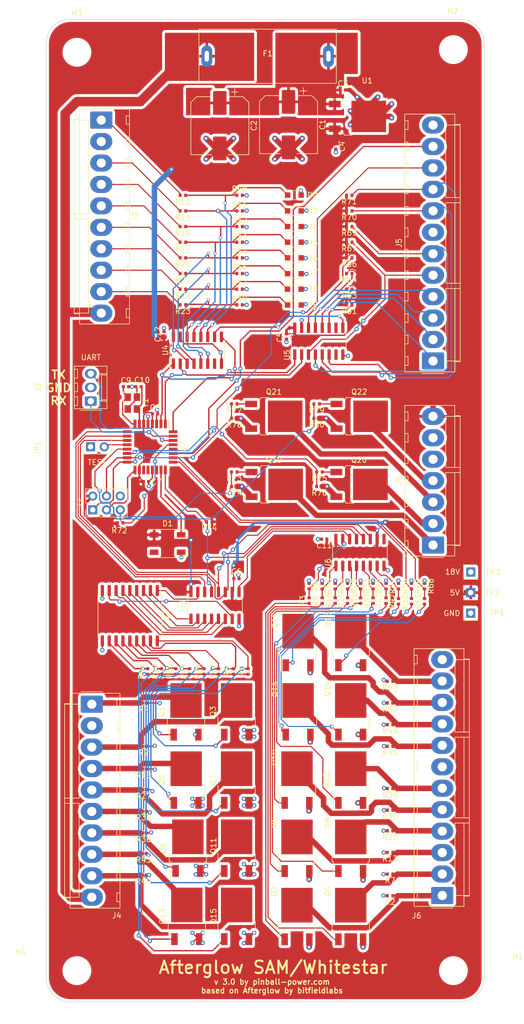
<source format=kicad_pcb>
(kicad_pcb (version 20211014) (generator pcbnew)
  (title_block (title "afterglow WHITESTAR 2.1") (company "morbid cornflakes"))
  (layers (0 "F.Cu" signal) (1 "In1.Cu" signal) (2 "In2.Cu" signal) (31 "B.Cu" signal) (34 "B.Paste" user) (35 "F.Paste" user) (36 "B.SilkS" user "B.Silkscreen") (37 "F.SilkS" user "F.Silkscreen") (38 "B.Mask" user) (39 "F.Mask" user) (44 "Edge.Cuts" user))
  (net 0 "")
  (net 1 "/18V")
  (net 2 "GND")
  (net 3 "/RI1")
  (net 4 "/RI2")
  (net 5 "/RI3")
  (net 6 "/RI4")
  (net 7 "/RI5")
  (net 8 "/RI6")
  (net 9 "/RI7")
  (net 10 "/RI8")
  (net 11 "/RO1")
  (net 12 "/RO2")
  (net 13 "/RO3")
  (net 14 "/RO4")
  (net 15 "/RO5")
  (net 16 "/RO6")
  (net 17 "/RO7")
  (net 18 "/RO8")
  (net 19 "/CI1")
  (net 20 "/CI2")
  (net 21 "/CI3")
  (net 22 "/CI4")
  (net 23 "/CI5")
  (net 24 "/CI6")
  (net 25 "/CI7")
  (net 26 "/CI8")
  (net 27 "/CO1")
  (net 28 "/CO2")
  (net 29 "/CO3")
  (net 30 "/CO4")
  (net 31 "/CO5")
  (net 32 "/CO6")
  (net 33 "/CO7")
  (net 34 "/CO8")
  (net 35 "/IN_LOAD")
  (net 36 "/IN_DATA")
  (net 37 "/IN_CLK")
  (net 38 "/OUT_DATA")
  (net 39 "/OUT_CLK")
  (net 40 "/OUT_LOAD")
  (net 41 "Net-(J3-Pad1)")
  (net 43 "Net-(Q10-Pad1)")
  (net 44 "Net-(J3-Pad3)")
  (net 45 "Net-(Q12-Pad1)")
  (net 46 "Net-(J3-Pad4)")
  (net 47 "Net-(Q14-Pad1)")
  (net 48 "Net-(J3-Pad5)")
  (net 49 "Net-(Q16-Pad1)")
  (net 50 "/arduinonano/A0")
  (net 51 "/arduinonano/A1")
  (net 52 "/arduinonano/D11")
  (net 53 "/arduinonano/D10")
  (net 54 "/arduinonano/D9")
  (net 55 "Net-(J3-Pad6)")
  (net 56 "/arduinonano/D8")
  (net 57 "/RO9")
  (net 58 "/RO1O")
  (net 59 "/RI9")
  (net 60 "/RI10")
  (net 61 "/18V_IN")
  (net 62 "Net-(J3-Pad7)")
  (net 63 "Net-(J3-Pad8)")
  (net 64 "Net-(J3-Pad9)")
  (net 68 "Net-(Q2-Pad1)")
  (net 69 "/J12_RO1")
  (net 70 "/J12_RO2")
  (net 71 "/J12_RO3")
  (net 72 "/J12_RO4")
  (net 73 "/J12_RO5")
  (net 74 "/J12_RO6")
  (net 75 "/J12_RO7")
  (net 76 "/J12_RO8")
  (net 77 "/J12_RO9")
  (net 78 "/J12_RO10")
  (net 79 "/J13_CO8")
  (net 80 "/J13_CO7")
  (net 81 "/J13_CO6")
  (net 82 "/J13_CO5")
  (net 83 "/J13_CO4")
  (net 84 "/J13_CO3")
  (net 85 "/J13_CO2")
  (net 86 "/J13_CO1")
  (net 87 "Net-(Q17-Pad1)")
  (net 88 "Net-(Q18-Pad1)")
  (net 90 "/arduinonano/A6")
  (net 91 "/arduinonano/A7")
  (net 92 "Net-(Q4-Pad1)")
  (net 93 "Net-(Q6-Pad1)")
  (net 95 "Net-(Q8-Pad1)")
  (net 96 "Net-(J8-Pad1)")
  (net 97 "/arduinonano/D13")
  (net 98 "Net-(J8-Pad2)")
  (net 99 "/arduinonano/A5")
  (net 100 "/arduinonano/D0")
  (net 101 "/arduinonano/D1")
  (net 102 "+5V")
  (net 103 "Net-(U2-Pad1)")
  (net 104 "Net-(U2-Pad2)")
  (net 105 "Net-(U2-Pad3)")
  (net 106 "Net-(U2-Pad4)")
  (net 107 "Net-(U2-Pad5)")
  (net 108 "Net-(U2-Pad6)")
  (net 109 "Net-(U2-Pad7)")
  (net 110 "Net-(U2-Pad8)")
  (net 111 "Net-(U3-Pad9)")
  (net 113 "Net-(U4-Pad10)")
  (net 116 "/switcher/18V")
  (net 117 "Net-(C9-Pad1)")
  (net 118 "Net-(J8-Pad4)")
  (net 119 "Net-(C10-Pad1)")
  (net 120 "Net-(J8-Pad3)")
  (net 123 "Net-(Q19-Pad1)")
  (net 124 "Net-(Q20-Pad1)")
  (net 125 "Net-(Q21-Pad1)")
  (net 126 "Net-(Q22-Pad1)")
  (net 127 "/arduinonano/RESET")
  (footprint "Resistor_SMD:R_0402_1005Metric" (layer "F.Cu") (at 82.075 57.62 180)
    (fp_text reference "R20")
    (fp_text value "1k")
  )
  (footprint "Package_TO_SOT_SMD:TO-252-2" (layer "F.Cu") (at 113.105 141.44 90)
    (fp_text reference "Q16")
    (fp_text value "IRFR3910")
  )
  (footprint "Diodes_SMD:D_SOD-323_HandSoldering" (layer "F.Cu") (at 102.691666 66.325)
    (fp_text reference "D9")
    (fp_text value "4.7V")
  )
  (footprint "Diodes_SMD:D_SOD-323_HandSoldering" (layer "F.Cu") (at 102.675 63.4)
    (fp_text reference "D8")
    (fp_text value "4.7V")
  )
  (footprint "Diodes_SMD:D_SOD-323_HandSoldering" (layer "F.Cu") (at 102.691666 60.545)
    (fp_text reference "D7")
    (fp_text value "4.7V")
  )
  (footprint "Diodes_SMD:D_SOD-323_HandSoldering" (layer "F.Cu") (at 102.691666 57.62)
    (fp_text reference "D6")
    (fp_text value "4.7V")
  )
  (footprint "Resistor_SMD:R_0402_1005Metric" (layer "F.Cu") (at 92.55 63.4)
    (fp_text reference "R57")
    (fp_text value "1k")
  )
  (footprint "Resistor_SMD:R_0402_1005Metric" (layer "F.Cu") (at 92.558333 60.51)
    (fp_text reference "R56")
    (fp_text value "1k")
  )
  (footprint "Resistor_SMD:R_0402_1005Metric" (layer "F.Cu") (at 92.558333 57.62)
    (fp_text reference "R54")
    (fp_text value "1k")
  )
  (footprint "Resistor_SMD:R_0402_1005Metric" (layer "F.Cu") (at 92.558333 54.73)
    (fp_text reference "R53")
    (fp_text value "1k")
  )
  (footprint "Resistor_SMD:R_0402_1005Metric" (layer "F.Cu") (at 92.558333 51.84)
    (fp_text reference "R52")
    (fp_text value "1k")
  )
  (footprint "Resistor_SMD:R_0402_1005Metric" (layer "F.Cu") (at 92.558333 48.95)
    (fp_text reference "R51")
    (fp_text value "1k")
  )
  (footprint "Resistor_SMD:R_0402_1005Metric" (layer "F.Cu") (at 92.558333 46.06)
    (fp_text reference "R48")
    (fp_text value "1k")
  )
  (footprint "Capacitor_SMD:C_0402_1005Metric" (layer "F.Cu") (at 110.3376 37.0586 -90)
    (fp_text reference "C4")
    (fp_text value "0.1u")
  )
  (footprint "Capacitor_SMD:C_0402_1005Metric" (layer "F.Cu") (at 111.6584 26.6192)
    (fp_text reference "C3")
    (fp_text value "0.33")
  )
  (footprint "Resistor_SMD:R_0402_1005Metric" (layer "F.Cu") (at 120.375 135.8 180)
    (fp_text reference "R62")
    (fp_text value "10k")
  )
  (footprint "LEDs:LED_WS2812B-PLCC4" (layer "F.Cu") (at 79.248 110.363)
    (fp_text reference "D1")
    (fp_text value "WS2812B")
  )
  (footprint "Resistor_SMD:R_0402_1005Metric" (layer "F.Cu") (at 82.075 46.06 180)
    (fp_text reference "R11")
    (fp_text value "1k")
  )
  (footprint "Resistor_SMD:R_0402_1005Metric" (layer "F.Cu") (at 82.075 66.29 180)
    (fp_text reference "R23")
    (fp_text value "1k")
  )
  (footprint "Resistor_SMD:R_0402_1005Metric" (layer "F.Cu") (at 75.565 133.985 90)
    (fp_text reference "R45")
    (fp_text value "2k")
  )
  (footprint "Resistor_SMD:R_0402_1005Metric" (layer "F.Cu") (at 78.105 133.985 90)
    (fp_text reference "R40")
    (fp_text value "2k")
  )
  (footprint "Resistor_SMD:R_0402_1005Metric" (layer "F.Cu") (at 110.236 118.239 -90)
    (fp_text reference "R19")
    (fp_text value "10k")
  )
  (footprint "Resistor_SMD:R_0402_1005Metric" (layer "F.Cu") (at 110.236 120.902 90)
    (fp_text reference "R15")
    (fp_text value "220")
  )
  (footprint "Package_SO:SOIC-16_3.9x9.9mm_P1.27mm" (layer "F.Cu") (at 107.2 73 90)
    (fp_text reference "U5")
    (fp_text value "74LS165")
  )
  (footprint "Package_SO:SOIC-16_3.9x9.9mm_P1.27mm" (layer "F.Cu") (at 114.808 112.014 90)
    (fp_text reference "U6")
    (fp_text value "74HC595")
  )
  (footprint "Resistor_SMD:R_0402_1005Metric" (layer "F.Cu") (at 82.075 60.51 180)
    (fp_text reference "R21")
    (fp_text value "1k")
  )
  (footprint "Resistor_SMD:R_0402_1005Metric" (layer "F.Cu") (at 105.41 120.902 90)
    (fp_text reference "R3")
    (fp_text value "220")
  )
  (footprint "Diodes_SMD:D_SOD-323_HandSoldering" (layer "F.Cu") (at 102.691666 54.73)
    (fp_text reference "D5")
    (fp_text value "4.7V")
  )
  (footprint "Diodes_SMD:D_SOD-323_HandSoldering" (layer "F.Cu") (at 102.691666 51.84)
    (fp_text reference "D4")
    (fp_text value "4.7V")
  )
  (footprint "Diodes_SMD:D_SOD-323_HandSoldering" (layer "F.Cu") (at 102.691666 48.95)
    (fp_text reference "D3")
    (fp_text value "4.7V")
  )
  (footprint "Diodes_SMD:D_SOD-323_HandSoldering" (layer "F.Cu") (at 102.691666 46.025)
    (fp_text reference "D2")
    (fp_text value "4.7V")
  )
  (footprint "Resistor_SMD:R_0402_1005Metric" (layer "F.Cu") (at 120.375 143.8 180)
    (fp_text reference "R46")
    (fp_text value "10k")
  )
  (footprint "Resistor_SMD:R_0402_1005Metric" (layer "F.Cu") (at 120.375 147.8 180)
    (fp_text reference "R41")
    (fp_text value "10k")
  )
  (footprint "Resistor_SMD:R_0402_1005Metric" (layer "F.Cu") (at 120.375 155.6 180)
    (fp_text reference "R36")
    (fp_text value "10k")
  )
  (footprint "Resistor_SMD:R_0402_1005Metric" (layer "F.Cu") (at 120.375 159.6 180)
    (fp_text reference "R30")
    (fp_text value "10k")
  )
  (footprint "Resistor_SMD:R_0402_1005Metric" (layer "F.Cu") (at 120.375 163.4 180)
    (fp_text reference "R25")
    (fp_text value "10k")
  )
  (footprint "Resistor_SMD:R_0402_1005Metric" (layer "F.Cu") (at 120.375 167.4 180)
    (fp_text reference "R13")
    (fp_text value "10k")
  )
  (footprint "Resistor_SMD:R_0402_1005Metric" (layer "F.Cu") (at 120.375 171.4 180)
    (fp_text reference "R7")
    (fp_text value "10k")
  )
  (footprint "Resistor_SMD:R_0402_1005Metric" (layer "F.Cu") (at 120.375 175.4 180)
    (fp_text reference "R2")
    (fp_text value "10k")
  )
  (footprint "Resistor_SMD:R_0402_1005Metric" (layer "F.Cu") (at 117.221 120.904 90)
    (fp_text reference "R37")
    (fp_text value "220")
  )
  (footprint "Resistor_SMD:R_0402_1005Metric" (layer "F.Cu") (at 114.935 120.904 90)
    (fp_text reference "R31")
    (fp_text value "220")
  )
  (footprint "Resistor_SMD:R_0402_1005Metric" (layer "F.Cu") (at 83.312 133.985 90)
    (fp_text reference "R29")
    (fp_text value "2k")
  )
  (footprint "Resistor_SMD:R_0402_1005Metric" (layer "F.Cu") (at 94.107 133.985 90)
    (fp_text reference "R1")
    (fp_text value "2k")
  )
  (footprint "Resistor_SMD:R_0402_1005Metric" (layer "F.Cu") (at 74.79 171.6 180)
    (fp_text reference "R49")
    (fp_text value "10k")
  )
  (footprint "Resistor_SMD:R_0402_1005Metric" (layer "F.Cu") (at 74.79 167.6 180)
    (fp_text reference "R43")
    (fp_text value "10k")
  )
  (footprint "Resistor_SMD:R_0402_1005Metric" (layer "F.Cu") (at 74.79 163.8 180)
    (fp_text reference "R38")
    (fp_text value "10k")
  )
  (footprint "Resistor_SMD:R_0402_1005Metric" (layer "F.Cu") (at 74.79 159.8 180)
    (fp_text reference "R32")
    (fp_text value "10k")
  )
  (footprint "Resistor_SMD:R_0402_1005Metric" (layer "F.Cu") (at 74.79 155.8 180)
    (fp_text reference "R27")
    (fp_text value "10k")
  )
  (footprint "Resistor_SMD:R_0402_1005Metric" (layer "F.Cu") (at 74.79 152 180)
    (fp_text reference "R18")
    (fp_text value "10k")
  )
  (footprint "Resistor_SMD:R_0402_1005Metric" (layer "F.Cu") (at 74.79 147.8 180)
    (fp_text reference "R9")
    (fp_text value "10k")
  )
  (footprint "Resistor_SMD:R_0402_1005Metric" (layer "F.Cu") (at 74.79 139.8 180)
    (fp_text reference "R4")
    (fp_text value "10k")
  )
  (footprint "Resistor_SMD:R_0402_1005Metric" (layer "F.Cu") (at 112.825 46.06 180)
    (fp_text reference "R71")
    (fp_text value "1k")
  )
  (footprint "Resistor_SMD:R_0402_1005Metric" (layer "F.Cu") (at 112.825 48.95 180)
    (fp_text reference "R70")
    (fp_text value "1k")
  )
  (footprint "Resistor_SMD:R_0402_1005Metric" (layer "F.Cu") (at 112.825 51.84 180)
    (fp_text reference "R69")
    (fp_text value "1k")
  )
  (footprint "Resistor_SMD:R_0402_1005Metric" (layer "F.Cu") (at 112.825 57.62 180)
    (fp_text reference "R66")
    (fp_text value "1k")
  )
  (footprint "Resistor_SMD:R_0402_1005Metric" (layer "F.Cu") (at 112.825 60.51 180)
    (fp_text reference "R64")
    (fp_text value "1k")
  )
  (footprint "Resistor_SMD:R_0402_1005Metric" (layer "F.Cu") (at 112.825 63.4 180)
    (fp_text reference "R63")
    (fp_text value "1k")
  )
  (footprint "Resistor_SMD:R_0402_1005Metric" (layer "F.Cu") (at 112.825 66.29 180)
    (fp_text reference "R61")
    (fp_text value "1k")
  )
  (footprint "Resistor_SMD:R_0402_1005Metric" (layer "F.Cu") (at 112.825 54.73 180)
    (fp_text reference "R67")
    (fp_text value "1k")
  )
  (footprint "Package_TO_SOT_SMD:TO-252-2" (layer "F.Cu") (at 82.65 141.45 90)
    (fp_text reference "Q1")
    (fp_text value "IRFR5505")
  )
  (footprint "Package_TO_SOT_SMD:TO-252-2" (layer "F.Cu") (at 92.005 141.45 90)
    (fp_text reference "Q3")
    (fp_text value "IRFR5505")
  )
  (footprint "Package_TO_SOT_SMD:TO-252-2" (layer "F.Cu") (at 82.678 154.0442 90)
    (fp_text reference "Q5")
    (fp_text value "IRFR5505")
  )
  (footprint "Package_TO_SOT_SMD:TO-252-2" (layer "F.Cu") (at 92.005 154.033333 90)
    (fp_text reference "Q7")
    (fp_text value "IRFR5505")
  )
  (footprint "Package_TO_SOT_SMD:TO-252-2" (layer "F.Cu") (at 83 166.616666 90)
    (fp_text reference "Q9")
    (fp_text value "IRFR5505")
  )
  (footprint "Package_TO_SOT_SMD:TO-252-2" (layer "F.Cu") (at 92.005 166.616666 90)
    (fp_text reference "Q11")
    (fp_text value "IRFR5505")
  )
  (footprint "Package_TO_SOT_SMD:TO-252-2" (layer "F.Cu") (at 82.8 179.2 90)
    (fp_text reference "Q13")
    (fp_text value "IRFR5505")
  )
  (footprint "Package_TO_SOT_SMD:TO-252-2" (layer "F.Cu") (at 92.005 179.2 90)
    (fp_text reference "Q15")
    (fp_text value "IRFR5505")
  )
  (footprint "Package_TO_SOT_SMD:TO-252-2" (layer "F.Cu") (at 103.165 179.24 90)
    (fp_text reference "Q2")
    (fp_text value "IRFR3910")
  )
  (footprint "Package_TO_SOT_SMD:TO-252-2" (layer "F.Cu") (at 113.105 179.24 90)
    (fp_text reference "Q4")
    (fp_text value "IRFR3910")
  )
  (footprint "Package_TO_SOT_SMD:TO-252-2" (layer "F.Cu") (at 103.165 166.64 90)
    (fp_text reference "Q6")
    (fp_text value "IRFR3910")
  )
  (footprint "Package_TO_SOT_SMD:TO-252-2" (layer "F.Cu") (at 113.105 166.64 90)
    (fp_text reference "Q8")
    (fp_text value "IRFR3910")
  )
  (footprint "Package_TO_SOT_SMD:TO-252-2" (layer "F.Cu") (at 103.165 154.04 90)
    (fp_text reference "Q10")
    (fp_text value "IRFR3910")
  )
  (footprint "Resistor_SMD:R_0402_1005Metric" (layer "F.Cu") (at 82.075 54.73 180)
    (fp_text reference "R17")
    (fp_text value "1k")
  )
  (footprint "Resistor_SMD:R_0402_1005Metric" (layer "F.Cu") (at 86.95 106.35 180)
    (fp_text reference "R34")
    (fp_text value "10k")
  )
  (footprint "Package_SO:SOIC-16_3.9x9.9mm_P1.27mm" (layer "F.Cu") (at 88.011 121.793 90)
    (fp_text reference "U3")
    (fp_text value "74HC595")
  )
  (footprint "Resistor_SMD:R_0402_1005Metric" (layer "F.Cu") (at 120.375 139.8 180)
    (fp_text reference "R55")
    (fp_text value "10k")
  )
  (footprint "Resistor_SMD:R_0402_1005Metric" (layer "F.Cu") (at 121.92 118.239 -90)
    (fp_text reference "R50")
    (fp_text value "10k")
  )
  (footprint "Resistor_SMD:R_0402_1005Metric" (layer "F.Cu") (at 121.92 121.031 90)
    (fp_text reference "R47")
    (fp_text value "220")
  )
  (footprint "Resistor_SMD:R_0402_1005Metric" (layer "F.Cu") (at 119.634 118.239 -90)
    (fp_text reference "R44")
    (fp_text value "10k")
  )
  (footprint "Resistor_SMD:R_0402_1005Metric" (layer "F.Cu") (at 119.634 120.906 90)
    (fp_text reference "R42")
    (fp_text value "220")
  )
  (footprint "Resistor_SMD:R_0402_1005Metric" (layer "F.Cu") (at 117.221 118.239 -90)
    (fp_text reference "R39")
    (fp_text value "10k")
  )
  (footprint "Resistor_SMD:R_0402_1005Metric" (layer "F.Cu") (at 114.935 118.239 -90)
    (fp_text reference "R33")
    (fp_text value "10k")
  )
  (footprint "Resistor_SMD:R_0402_1005Metric" (layer "F.Cu") (at 112.522 118.239 -90)
    (fp_text reference "R28")
    (fp_text value "10k")
  )
  (footprint "Resistor_SMD:R_0402_1005Metric" (layer "F.Cu") (at 112.522 120.902 90)
    (fp_text reference "R26")
    (fp_text value "220")
  )
  (footprint "Capacitor_SMD:C_0402_1005Metric" (layer "F.Cu") (at 91.976 116.84)
    (fp_text reference "C6")
    (fp_text value "0.1u")
  )
  (footprint "Package_TO_SOT_SMD:TO-252-2" (layer "F.Cu") (at 114.335 31.495)
    (fp_text reference "U1")
    (fp_text value "5V_Regulator")
  )
  (footprint "Resistor_SMD:R_0402_1005Metric" (layer "F.Cu") (at 82.075 48.95 180)
    (fp_text reference "R14")
    (fp_text value "1k")
  )
  (footprint "Package_TO_SOT_SMD:TO-252-2" (layer "F.Cu") (at 113.105 154.04 90)
    (fp_text reference "Q12")
    (fp_text value "IRFR3910")
  )
  (footprint "Resistor_SMD:R_0402_1005Metric" (layer "F.Cu") (at 82.075 51.84 180)
    (fp_text reference "R16")
    (fp_text value "1k")
  )
  (footprint "Resistor_SMD:R_0402_1005Metric" (layer "F.Cu") (at 105.41 118.235 -90)
    (fp_text reference "R5")
    (fp_text value "10k")
  )
  (footprint "Resistor_SMD:R_0402_1005Metric" (layer "F.Cu") (at 92.558333 66.29)
    (fp_text reference "R59")
    (fp_text value "1k")
  )
  (footprint "Resistor_SMD:R_0402_1005Metric" (layer "F.Cu") (at 82.075 63.4 180)
    (fp_text reference "R22")
    (fp_text value "1k")
  )
  (footprint "Resistor_SMD:R_0402_1005Metric" (layer "F.Cu") (at 91.44 133.985 90)
    (fp_text reference "R6")
    (fp_text value "2k")
  )
  (footprint "Package_TO_SOT_SMD:TO-252-2" (layer "F.Cu") (at 103.365 128.64 90)
    (fp_text reference "Q17")
    (fp_text value "IRFR3910")
  )
  (footprint "Resistor_SMD:R_0402_1005Metric" (layer "F.Cu") (at 85.979 133.985 90)
    (fp_text reference "R24")
    (fp_text value "2k")
  )
  (footprint "Resistor_SMD:R_0402_1005Metric" (layer "F.Cu") (at 88.646 133.985 90)
    (fp_text reference "R12")
    (fp_text value "2k")
  )
  (footprint "Resistor_SMD:R_0402_1005Metric" (layer "F.Cu") (at 107.823 118.237 -90)
    (fp_text reference "R10")
    (fp_text value "10k")
  )
  (footprint "Resistor_SMD:R_0402_1005Metric" (layer "F.Cu") (at 107.823 120.902 90)
    (fp_text reference "R8")
    (fp_text value "220")
  )
  (footprint "Resistor_SMD:R_0402_1005Metric" (layer "F.Cu") (at 80.772 133.985 90)
    (fp_text reference "R35")
    (fp_text value "2k")
  )
  (footprint "Resistor_SMD:R_0402_1005Metric" (layer "F.Cu") (at 126.746 118.239 -90)
    (fp_text reference "R68")
    (fp_text value "10k")
  )
  (footprint "Resistor_SMD:R_0402_1005Metric" (layer "F.Cu") (at 126.746 121.031 90)
    (fp_text reference "R65")
    (fp_text value "220")
  )
  (footprint "Resistor_SMD:R_0402_1005Metric" (layer "F.Cu") (at 124.333 118.239 -90)
    (fp_text reference "R60")
    (fp_text value "10k")
  )
  (footprint "Resistor_SMD:R_0402_1005Metric" (layer "F.Cu") (at 124.333 121.031 90)
    (fp_text reference "R58")
    (fp_text value "220")
  )
  (footprint "Package_TO_SOT_SMD:TO-252-2" (layer "F.Cu") (at 113.1062 128.6256 90)
    (fp_text reference "Q18")
    (fp_text value "IRFR3910")
  )
  (footprint "Capacitor_SMD:CP_Elec_10x10.5" (layer "F.Cu") (at 88.9 33.2137 -90)
    (fp_text reference "C2")
    (fp_text value "470uF/25V")
  )
  (footprint "Package_TO_SOT_SMD:TO-252-2" (layer "F.Cu") (at 103.365 141.44 90)
    (fp_text reference "Q14")
    (fp_text value "IRFR3910")
  )
  (footprint "Package_SO:SOIC-16_3.9x9.9mm_P1.27mm" (layer "F.Cu") (at 84.7598 74.676 90)
    (fp_text reference "U4")
    (fp_text value "74LS165")
  )
  (footprint "Connector_PinHeader_2.54mm:PinHeader_1x01_P2.54mm_Vertical" (layer "F.Cu") (at 135.3058 115.6208)
    (fp_text reference "TP3")
    (fp_text value "18V")
  )
  (footprint "Capacitor_SMD:C_0402_1005Metric" (layer "F.Cu") (at 76.9366 86.4108)
    (fp_text reference "C8")
    (fp_text value "0.1u")
  )
  (footprint "Connector_PinHeader_2.54mm:PinHeader_1x01_P2.54mm_Vertical" (layer "F.Cu") (at 135.2804 123.2154)
    (fp_text reference "TP1")
    (fp_text value "GND")
  )
  (footprint "Resistor_SMD:R_0402_1005Metric" (layer "F.Cu") (at 91.567 97.155 180)
    (fp_text reference "R73")
    (fp_text value "220")
  )
  (footprint "Package_TO_SOT_SMD:TO-252-2" (layer "F.Cu") (at 98.889 86.867)
    (fp_text reference "Q21")
    (fp_text value "IRFR3910")
  )
  (footprint "Capacitor_SMD:C_0402_1005Metric" (layer "F.Cu") (at 71.5492 81.407)
    (fp_text reference "C9")
    (fp_text value "22p")
  )
  (footprint "Capacitor_SMD:C_0402_1005Metric" (layer "F.Cu") (at 78.5876 71.7296 90)
    (fp_text reference "C12")
    (fp_text value "0.1u")
  )
  (footprint "Package_SO:SOIC-18W_7.5x11.6mm_P1.27mm" (layer "F.Cu") (at 72.263 123.698 -90)
    (fp_text reference "U2")
    (fp_text value "ULN2803A")
  )
  (footprint "Connector_PinHeader_2.54mm:PinHeader_1x01_P2.54mm_Vertical" (layer "F.Cu") (at 135.2804 119.4308)
    (fp_text reference "TP2")
    (fp_text value "5V")
  )
  (footprint "Package_QFP:TQFP-32_7x7mm_P0.8mm" (layer "F.Cu") (at 76.0222 92.5322 -90)
    (fp_text reference "U7")
    (fp_text value "ATmega328-A")
  )
  (footprint "Capacitor_SMD:C_0402_1005Metric" (layer "F.Cu") (at 75.2602 98.933)
    (fp_text reference "C7")
    (fp_text value "0.1u")
  )
  (footprint "MountingHole:MountingHole_4.3mm_M4" (layer "F.Cu") (at 62.484 19.685)
    (fp_text reference "H3")
    (fp_text value "MountingHole")
  )
  (footprint "Resistor_SMD:R_0402_1005Metric" (layer "F.Cu") (at 91.567 87.249 180)
    (fp_text reference "R78")
    (fp_text value "10k")
  )
  (footprint "MountingHole:MountingHole_4.3mm_M4" (layer "F.Cu") (at 132.08 19.177)
    (fp_text reference "H2")
    (fp_text value "MountingHole")
  )
  (footprint "Connector_Molex:Molex_KK-396_A-41791-0010_1x10_P3.96mm_Vertical" (layer "F.Cu") (at 66.9798 32.1818 -90)
    (fp_text reference "J3")
    (fp_text value "J13_IN_C")
  )
  (footprint "Connector_PinHeader_2.54mm:PinHeader_1x02_P2.54mm_Vertical" (layer "F.Cu") (at 65 92.5 90)
    (fp_text reference "JP1")
    (fp_text value "TEST")
  )
  (footprint "Resistor_SMD:R_0402_1005Metric" (layer "F.Cu") (at 107.315 99.822 180)
    (fp_text reference "R76")
    (fp_text value "10k")
  )
  (footprint "Connector_Molex:Molex_KK-254_AE-6410-03A_1x03_P2.54mm_Vertical" (layer "F.Cu") (at 65.044 84.074 90)
    (fp_text reference "J9")
    (fp_text value "UART")
  )
  (footprint "Crystal:Crystal_SMD_3225-4Pin_3.2x2.5mm" (layer "F.Cu") (at 72.7202 84.4296 -90)
    (fp_text reference "Y1")
    (fp_text value "16MHz")
  )
  (footprint "Connector_Molex:Molex_KK-396_A-41791-0012_1x12_P3.96mm_Vertical" (layer "F.Cu") (at 128.3208 76.6572 90)
    (fp_text reference "J5")
    (fp_text value "J12_IN_R")
  )
  (footprint "Capacitor_SMD:C_0402_1005Metric" (layer "F.Cu") (at 101.219 72.136 -90)
    (fp_text reference "C5")
    (fp_text value "0.1u")
  )
  (footprint "Package_TO_SOT_SMD:TO-252-2" (layer "F.Cu") (at 114.681 86.868)
    (fp_text reference "Q22")
    (fp_text value "IRFR3910")
  )
  (footprint "MountingHole:MountingHole_4.3mm_M4" (layer "F.Cu") (at 132.08 189.23)
    (fp_text reference "H1")
    (fp_text value "MountingHole")
  )
  (footprint "Fuse_Holder:Fuse_C58066_XS1033_1" (layer "F.Cu") (at 97.7392 20.3962)
    (fp_text reference "F1")
    (fp_text value "Fuse")
  )
  (footprint "Resistor_SMD:R_0402_1005Metric" (layer "F.Cu") (at 91.569 99.822 180)
    (fp_text reference "R74")
    (fp_text value "10k")
  )
  (footprint "Package_TO_SOT_SMD:TO-252-2" (layer "F.Cu") (at 98.968 99.442)
    (fp_text reference "Q19")
    (fp_text value "IRFR3910")
  )
  (footprint "Connector_PinHeader_2.54mm:PinHeader_2x03_P2.54mm_Vertical" (layer "F.Cu") (at 65.405 104.14 90)
    (fp_text reference "J7")
    (fp_text value "Conn_02x03_Odd_Even")
  )
  (footprint "Capacitor_SMD:C_0402_1005Metric" (layer "F.Cu") (at 73.8632 81.407 180)
    (fp_text reference "C10")
    (fp_text value "22p")
  )
  (footprint "Resistor_SMD:R_0402_1005Metric" (layer "F.Cu") (at 91.567 84.582 180)
    (fp_text reference "R77")
    (fp_text value "220")
  )
  (footprint "Resistor_SMD:R_0402_1005Metric" (layer "F.Cu") (at 107.317 97.155 180)
    (fp_text reference "R75")
    (fp_text value "220")
  )
  (footprint "Package_TO_SOT_SMD:TO-252-2" (layer "F.Cu") (at 114.637 99.442)
    (fp_text reference "Q20")
    (fp_text value "IRFR3910")
  )
  (footprint "Resistor_SMD:R_0402_1005Metric" (layer "F.Cu") (at 106.807 87.249 180)
    (fp_text reference "R80")
    (fp_text value "10k")
  )
  (footprint "Resistor_SMD:R_0402_1005Metric" (layer "F.Cu") (at 70.485 106.553)
    (fp_text reference "R72")
    (fp_text value "100k")
  )
  (footprint "Connector_Molex:Molex_KK-396_A-41791-0010_1x10_P3.96mm_Vertical" (layer "F.Cu") (at 65.2272 140.0302 -90)
    (fp_text reference "J4")
    (fp_text value "J13_OUT_C")
  )
  (footprint "Capacitor_SMD:CP_Elec_10x10.5" (layer "F.Cu") (at 101.6 33.02 -90)
    (fp_text reference "C1")
    (fp_text value "470uF/25V")
  )
  (footprint "Connector_Molex:Molex_KK-396_A-41791-0007_1x07_P3.96mm_Vertical" (layer "F.Cu") (at 128.3208 110.6424 90)
    (fp_text reference "J8")
    (fp_text value "Conn_01x07_Male")
  )
  (footprint "Connector_Molex:Molex_KK-396_A-41791-0012_1x12_P3.96mm_Vertical" (layer "F.Cu") (at 130.026 175.3484 90)
    (fp_text reference "J6")
    (fp_text value "J12_OUT_R")
  )
  (footprint "Capacitor_SMD:C_0402_1005Metric" (layer "F.Cu") (at 108.2014 109.5502 180)
    (fp_text reference "C11")
    (fp_text value "0.1u")
  )
  (footprint "Resistor_SMD:R_0402_1005Metric" (layer "F.Cu") (at 106.805 84.582 180)
    (fp_text reference "R79")
    (fp_text value "220")
  )
  (footprint "MountingHole:MountingHole_4.3mm_M4" (layer "F.Cu") (at 62.484 189.23)
    (fp_text reference "H4")
    (fp_text value "MountingHole")
  )
  (gr_line locked (start 61.3 195) (end 132.3 195) (layer "Edge.Cuts") (width 0.1))
  (gr_arc locked (start 61.3 195) (mid 58.118019 193.681981) (end 56.8 190.5) (layer "Edge.Cuts") (width 0.1))
  (gr_arc locked (start 137.8 190.5) (mid 136.481981 193.681981) (end 133.3 195) (layer "Edge.Cuts") (width 0.1))
  (gr_line locked (start 132.3 195) (end 133.3 195) (layer "Edge.Cuts") (width 0.1))
  (gr_line locked (start 137.8 190.5) (end 137.8 189.5) (layer "Edge.Cuts") (width 0.1))
  (gr_line locked (start 56.8 190.5) (end 56.8 189.5) (layer "Edge.Cuts") (width 0.1))
  (gr_line locked (start 56.8 189.5) (end 56.8 18.05) (layer "Edge.Cuts") (width 0.1))
  (gr_line locked (start 137.8 189.5) (end 137.8 18.05) (layer "Edge.Cuts") (width 0.1))
  (gr_line locked (start 61.3 13.55) (end 133.3 13.55) (layer "Edge.Cuts") (width 0.1))
  (gr_arc locked (start 56.8 18.05) (mid 58.118019 14.868019) (end 61.3 13.55) (layer "Edge.Cuts") (width 0.1))
  (gr_arc locked (start 133.3 13.55) (mid 136.481981 14.868019) (end 137.8 18.05) (layer "Edge.Cuts") (width 0.1))
  (gr_text "v 3.0 by pinball-power.com\nbased on Afterglow by bitfieldlabs" (at 98.552 192.1002) (layer "F.SilkS") (effects (font (size 1 1) (thickness 0.2))))
  (gr_text "Afterglow SAM/Whitestar" (at 98.7552 188.6204) (layer "F.SilkS") (effects (font (size 2.286 2.286) (thickness 0.381))))
  (gr_text "TX\nGND\nRX" (at 59.0804 81.6102) (layer "F.SilkS") (effects (font (size 1.5 1.5) (thickness 0.3))))
  (segment (start 119.3288 155.6) (end 119.2784 155.5496) (width 0.25) (layer "F.Cu") (net 1))
  (segment (start 94.496667 158.233333) (end 95.25 157.48) (width 0.25) (layer "F.Cu") (net 1))
  (segment (start 91.44 134.495) (end 94.107 134.495) (width 0.25) (layer "F.Cu") (net 1))
  (segment (start 94.285 170.816666) (end 94.285 170.485) (width 0.25) (layer "F.Cu") (net 1))
  (segment (start 84.3598 145.65) (end 84.328 145.6182) (width 0.25) (layer "F.Cu") (net 1))
  (segment (start 93.978334 170.816666) (end 93.345 171.45) (width 0.25) (layer "F.Cu") (net 1))
  (segment (start 94.285 170.816666) (end 93.978334 170.816666) (width 0.25) (layer "F.Cu") (net 1))
  (segment (start 119.865 135.8) (end 119.4678 135.8) (width 0.25) (layer "F.Cu") (net 1))
  (segment (start 94.215 145.65) (end 93.345 144.78) (width 0.25) (layer "F.Cu") (net 1))
  (segment (start 85.726666 170.816666) (end 86.36 171.45) (width 0.25) (layer "F.Cu") (net 1))
  (segment (start 119.217 143.8) (end 119.2022 143.8148) (width 0.25) (layer "F.Cu") (net 1))
  (segment (start 119.865 163.4) (end 119.204 163.4) (width 0.25) (layer "F.Cu") (net 1))
  (segment (start 119.865 139.8) (end 119.2514 139.8) (width 0.25) (layer "F.Cu") (net 1))
  (segment (start 85.979 134.495) (end 88.646 134.495) (width 0.25) (layer "F.Cu") (net 1))
  (segment (start 119.2666 159.6) (end 119.253 159.6136) (width 0.25) (layer "F.Cu") (net 1))
  (segment (start 119.2758 147.8) (end 119.253 147.7772) (width 0.25) (layer "F.Cu") (net 1))
  (segment (start 84.3598 145.65) (end 84.93 145.65) (width 0.25) (layer "F.Cu") (net 1))
  (segment (start 119.2514 139.8) (end 119.2276 139.7762) (width 0.25) (layer "F.Cu") (net 1))
  (segment (start 119.865 147.8) (end 119.2758 147.8) (width 0.25) (layer "F.Cu") (net 1))
  (segment (start 84.9608 158.2442) (end 85.725 157.48) (width 0.25) (layer "F.Cu") (net 1))
  (segment (start 94.85 145.65) (end 95.25 146.05) (width 0.25) (layer "F.Cu") (net 1))
  (segment (start 85.08 182.89) (end 85.725 182.245) (width 0.25) (layer "F.Cu") (net 1))
  (segment (start 85.08 183.4) (end 85.08 182.89) (width 0.25) (layer "F.Cu") (net 1))
  (segment (start 67.183 128.348) (end 67.183 130.048) (width 0.2032) (layer "F.Cu") (net 1))
  (segment (start 94.733333 158.233333) (end 95.25 158.75) (width 0.25) (layer "F.Cu") (net 1))
  (segment (start 119.176 171.4) (end 119.1514 171.4246) (width 0.25) (layer "F.Cu") (net 1))
  (segment (start 119.865 159.6) (end 119.2666 159.6) (width 0.25) (layer "F.Cu") (net 1))
  (segment (start 119.865 143.8) (end 119.217 143.8) (width 0.25) (layer "F.Cu") (net 1))
  (segment (start 94.095 183.4) (end 93.345 184.15) (width 0.25) (layer "F.Cu") (net 1))
  (segment (start 85.08 183.4) (end 85.08 183.455011) (width 0.25) (layer "F.Cu") (net 1))
  (segment (start 93.745 145.65) (end 93.345 146.05) (width 0.25) (layer "F.Cu") (net 1))
  (segment (start 75.565 134.495) (end 78.105 134.495) (width 0.25) (layer "F.Cu") (net 1))
  (segment (start 84.3258 158.2442) (end 84.958 158.2442) (width 0.25) (layer "F.Cu") (net 1))
  (segment (start 93.745 145.65) (end 94.285 145.65) (width 0.25) (layer "F.Cu") (net 1))
  (segment (start 85.28 170.816666) (end 85.28 170.700211) (width 0.25) (layer "F.Cu") (net 1))
  (segment (start 80.772 134.495) (end 83.312 134.495) (width 0.25) (layer "F.Cu") (net 1))
  (segment (start 85.28 170.816666) (end 85.726666 170.816666) (width 0.25) (layer "F.Cu") (net 1))
  (segment (start 94.285 183.4) (end 94.285 183.185) (width 0.25) (layer "F.Cu") (net 1))
  (segment (start 94.616666 170.816666) (end 95.25 171.45) (width 0.25) (layer "F.Cu") (net 1))
  (segment (start 94.285 170.51) (end 95.25 169.545) (width 0.25) (layer "F.Cu") (net 1))
  (segment (start 85.08 183.455011) (end 85.725 184.100011) (width 0.25) (layer "F.Cu") (net 1))
  (segment (start 94.285 183.4) (end 94.095 183.4) (width 0.25) (layer "F.Cu") (net 1))
  (segment (start 85.088334 170.816666) (end 84.455 171.45) (width 0.25) (layer "F.Cu") (net 1))
  (segment (start 94.38 145.65) (end 95.25 144.78) (width 0.25) (layer "F.Cu") (net 1))
  (segment (start 75.565 134.495) (end 74.932 134.495) (width 0.25) (layer "F.Cu") (net 1))
  (segment (start 94.285 170.485) (end 93.345 169.545) (width 0.25) (layer "F.Cu") (net 1))
  (segment (start 84.520011 183.4) (end 83.82 184.100011) (width 0.25) (layer "F.Cu") (net 1))
  (segment (start 84.958 158.2442) (end 85.2192 158.2442) (width 0.25) (layer "F.Cu") (net 1))
  (segment (start 119.865 175.4) (end 119.1898 175.4) (width 0.25) (layer "F.Cu") (net 1))
  (segment (start 88.646 134.495) (end 91.44 134.495) (width 0.25) (layer "F.Cu") (net 1))
  (segment (start 94.285 158.233333) (end 94.733333 158.233333) (width 0.25) (layer "F.Cu") (net 1))
  (segment (start 85.28 170.700211) (end 84.455 169.875211) (width 0.25) (layer "F.Cu") (net 1))
  (segment (start 119.865 167.4) (end 119.2136 167.4) (width 0.25) (layer "F.Cu") (net 1))
  (segment (start 119.4678 135.8) (end 119.2276 135.5598) (width 0.25) (layer "F.Cu") (net 1))
  (segment (start 119.865 155.6) (end 119.3288 155.6) (width 0.25) (layer "F.Cu") (net 1))
  (segment (start 84.3258 158.2442) (end 83.82 158.75) (width 0.25) (layer "F.Cu") (net 1))
  (segment (start 83.312 134.495) (end 85.979 134.495) (width 0.25) (layer "F.Cu") (net 1))
  (segment (start 85.2192 158.2442) (end 85.725 158.75) (width 0.25) (layer "F.Cu") (net 1))
  (segment (start 94.098333 158.233333) (end 93.345 157.48) (width 0.25) (layer "F.Cu") (net 1))
  (segment (start 119.2136 167.4) (end 119.2022 167.4114) (width 0.25) (layer "F.Cu") (net 1))
  (segment (start 119.204 163.4) (end 119.1768 163.3728) (width 0.25) (layer "F.Cu") (net 1))
  (segment (start 93.861667 158.233333) (end 93.345 158.75) (width 0.25) (layer "F.Cu") (net 1))
  (segment (start 94.285 183.185) (end 93.345 182.245) (width 0.25) (layer "F.Cu") (net 1))
  (segment (start 94.285 183.21) (end 95.25 182.245) (width 0.25) (layer "F.Cu") (net 1))
  (segment (start 74.932 134.495) (end 74.93 134.493) (width 0.25) (layer "F.Cu") (net 1))
  (segment (start 119.865 171.4) (end 119.176 171.4) (width 0.25) (layer "F.Cu") (net 1))
  (segment (start 80.645 134.495) (end 80.772 134.368) (width 0.25) (layer "F.Cu") (net 1))
  (segment (start 93.861667 158.233333) (end 94.285 158.233333) (width 0.25) (layer "F.Cu") (net 1))
  (segment (start 94.285 145.65) (end 94.85 145.65) (width 0.25) (layer "F.Cu") (net 1))
  (segment (start 84.975 183.4) (end 83.82 182.245) (width 0.25) (layer "F.Cu") (net 1))
  (segment (start 94.285 170.816666) (end 94.616666 170.816666) (width 0.25) (layer "F.Cu") (net 1))
  (segment (start 85.418545 170.816666) (end 86.36 169.875211) (width 0.25) (layer "F.Cu") (net 1))
  (segment (start 85.28 170.816666) (end 85.088334 170.816666) (width 0.25) (layer "F.Cu") (net 1))
  (segment (start 119.1898 175.4) (end 119.1514 175.3616) (width 0.25) (layer "F.Cu") (net 1))
  (segment (start 84.520011 183.4) (end 85.08 183.4) (width 0.25) (layer "F.Cu") (net 1))
  (segment (start 84.5842 158.2442) (end 83.82 157.48) (width 0.25) (layer "F.Cu") (net 1))
  (segment (start 78.105 134.495) (end 80.645 134.495) (width 0.25) (layer "F.Cu") (net 1))
  (via (at 93.345 169.545) (size 0.8) (drill 0.4) (layers "F.Cu" "B.Cu") (net 1))
  (via (at 95.25 158.75) (size 0.8) (drill 0.4) (layers "F.Cu" "B.Cu") (net 1))
  (via (at 95.25 157.48) (size 0.8) (drill 0.4) (layers "F.Cu" "B.Cu") (net 1))
  (via (at 93.345 184.15) (size 0.8) (drill 0.4) (layers "F.Cu" "B.Cu") (net 1))
  (via (at 67.183 130.048) (size 0.8) (drill 0.4) (layers "F.Cu" "B.Cu") (net 1))
  (via (at 119.2276 139.7762) (size 0.8) (drill 0.4) (layers "F.Cu" "B.Cu") (net 1))
  (via (at 95.25 171.45) (size 0.8) (drill 0.4) (layers "F.Cu" "B.Cu") (net 1))
  (via (at 83.82 158.75) (size 0.8) (drill 0.4) (layers "F.Cu" "B.Cu") (net 1))
  (via (at 119.2022 167.4114) (size 0.8) (drill 0.4) (layers "F.Cu" "B.Cu") (net 1))
  (via (at 119.253 159.6136) (size 0.8) (drill 0.4) (layers "F.Cu" "B.Cu") (net 1))
  (via (at 119.2784 155.5496) (size 0.8) (drill 0.4) (layers "F.Cu" "B.Cu") (net 1))
  (via (at 119.1768 163.3728) (size 0.8) (drill 0.4) (layers "F.Cu" "B.Cu") (net 1))
  (via (at 84.455 171.45) (size 0.8) (drill 0.4) (layers "F.Cu" "B.Cu") (net 1))
  (via (at 95.25 146.05) (size 0.8) (drill 0.4) (layers "F.Cu" "B.Cu") (net 1))
  (via (at 93.345 157.48) (size 0.8) (drill 0.4) (layers "F.Cu" "B.Cu") (net 1))
  (via (at 93.345 158.75) (size 0.8) (drill 0.4) (layers "F.Cu" "B.Cu") (net 1))
  (via (at 83.82 184.100011) (size 0.8) (drill 0.4) (layers "F.Cu" "B.Cu") (net 1))
  (via (at 84.455 169.875211) (size 0.8) (drill 0.4) (layers "F.Cu" "B.Cu") (net 1))
  (via (at 93.345 144.78) (size 0.8) (drill 0.4) (layers "F.Cu" "B.Cu") (net 1))
  (via (at 74.93 134.493) (size 0.8) (drill 0.4) (layers "F.Cu" "B.Cu") (net 1))
  (via (at 83.82 182.245) (size 0.8) (drill 0.4) (layers "F.Cu" "B.Cu") (net 1))
  (via (at 86.36 169.875211) (size 0.8) (drill 0.4) (layers "F.Cu" "B.Cu") (net 1))
  (via (at 119.1514 175.3616) (size 0.8) (drill 0.4) (layers "F.Cu" "B.Cu") (net 1))
  (via (at 119.1514 171.4246) (size 0.8) (drill 0.4) (layers "F.Cu" "B.Cu") (net 1))
  (via (at 93.345 171.45) (size 0.8) (drill 0.4) (layers "F.Cu" "B.Cu") (net 1))
  (via (at 85.725 184.100011) (size 0.8) (drill 0.4) (layers "F.Cu" "B.Cu") (net 1))
  (via (at 85.725 182.245) (size 0.8) (drill 0.4) (layers "F.Cu" "B.Cu") (net 1))
  (via (at 119.2022 143.8148) (size 0.8) (drill 0.4) (layers "F.Cu" "B.Cu") (net 1))
  (via (at 95.25 182.245) (size 0.8) (drill 0.4) (layers "F.Cu" "B.Cu") (net 1))
  (via (at 84.328 145.6182) (size 0.8) (drill 0.4) (layers "F.Cu" "B.Cu") (net 1))
  (via (at 93.345 182.245) (size 0.8) (drill 0.4) (layers "F.Cu" "B.Cu") (net 1))
  (via (at 83.82 157.48) (size 0.8) (drill 0.4) (layers "F.Cu" "B.Cu") (net 1))
  (via (at 95.25 169.545) (size 0.8) (drill 0.4) (layers "F.Cu" "B.Cu") (net 1))
  (via (at 85.725 158.75) (size 0.8) (drill 0.4) (layers "F.Cu" "B.Cu") (net 1))
  (via (at 85.725 157.48) (size 0.8) (drill 0.4) (layers "F.Cu" "B.Cu") (net 1))
  (via (at 95.25 144.78) (size 0.8) (drill 0.4) (layers "F.Cu" "B.Cu") (net 1))
  (via (at 86.36 171.45) (size 0.8) (drill 0.4) (layers "F.Cu" "B.Cu") (net 1))
  (via (at 119.253 147.7772) (size 0.8) (drill 0.4) (layers "F.Cu" "B.Cu") (net 1))
  (via (at 119.2276 135.5598) (size 0.8) (drill 0.4) (layers "F.Cu" "B.Cu") (net 1))
  (via (at 93.345 146.05) (size 0.8) (drill 0.4) (layers "F.Cu" "B.Cu") (net 1))
  (segment (start 93.826 63.4) (end 93.853 63.373) (width 0.2032) (layer "F.Cu") (net 2))
  (segment (start 76.15358 155.8) (end 76.43658 156.083) (width 0.2032) (layer "F.Cu") (net 2))
  (segment (start 88.2137 37.4137) (end 86.36 35.56) (width 1.016) (layer "F.Cu") (net 2))
  (segment (start 114.045 31.495) (end 120.395 31.495) (width 1.016) (layer "F.Cu") (net 2))
  (segment (start 119.634 117.729) (end 119.634 117.221) (width 0.2032) (layer "F.Cu") (net 2))
  (segment (start 117.221 117.729) (end 117.221 117.221) (width 0.2032) (layer "F.Cu") (net 2))
  (segment (start 75.7402 98.933) (end 75.7402 99.7432) (width 0.25) (layer "F.Cu") (net 2))
  (segment (start 73.152 83.7478) (end 73.5702 83.3296) (width 0.25) (layer "F.Cu") (net 2))
  (segment (start 103.941666 66.325) (end 104.617 66.325) (width 0.25) (layer "F.Cu") (net 2))
  (segment (start 93.798 48.95) (end 93.853 48.895) (width 0.2032) (layer "F.Cu") (net 2))
  (segment (start 75.76706 159.8) (end 75.98706 160.02) (width 0.2032) (layer "F.Cu") (net 2))
  (segment (start 104.847 48.95) (end 104.902 48.895) (width 0.2032) (layer "F.Cu") (net 2))
  (segment (start 75.6222 86.944867) (end 75.655298 86.911769) (width 0.25) (layer "F.Cu") (net 2))
  (segment (start 103.941666 60.545) (end 104.868 60.545) (width 0.2032) (layer "F.Cu") (net 2))
  (segment (start 103.941666 51.84) (end 104.751 51.84) (width 0.2032) (layer "F.Cu") (net 2))
  (segment (start 108.712 99.822) (end 108.712 99.997) (width 1.016) (layer "F.Cu") (net 2))
  (segment (start 112.5554 75.7) (end 112.5728 75.7174) (width 0.25) (layer "F.Cu") (net 2))
  (segment (start 111.645 75.7) (end 112.5554 75.7) (width 0.25) (layer "F.Cu") (net 2))
  (segment (start 115.3862 132.8256) (end 114.5196 132.8256) (width 1.016) (layer "F.Cu") (net 2))
  (segment (start 76.80612 152) (end 76.8861 152.07998) (width 0.25) (layer "F.Cu") (net 2))
  (segment (start 93.068333 66.29) (end 93.849 66.29) (width 0.2032) (layer "F.Cu") (net 2))
  (segment (start 115.385 158.24) (end 114.429 158.24) (width 1.016) (layer "F.Cu") (net 2))
  (segment (start 75.796 171.6) (end 75.819 171.577) (width 0.25) (layer "F.Cu") (net 2))
  (segment (start 105.645 132.84) (end 105.645 134.1818) (width 1.016) (layer "F.Cu") (net 2))
  (segment (start 75.3 139.8) (end 77.75814 139.8) (width 0.25) (layer "F.Cu") (net 2))
  (segment (start 107.317 87.249) (end 108.582 87.249) (width 1.016) (layer "F.Cu") (net 2))
  (segment (start 93.846 54.73) (end 93.853 54.737) (width 0.2032) (layer "F.Cu") (net 2))
  (segment (start 107.823 117.727) (end 107.823 117.221) (width 0.2032) (layer "F.Cu") (net 2))
  (segment (start 75.7402 99.7432) (end 75.7682 99.7712) (width 0.25) (layer "F.Cu") (net 2))
  (segment (start 75.3 147.8) (end 76.7871 147.8) (width 0.25) (layer "F.Cu") (net 2))
  (segment (start 75.3 152) (end 76.80612 152) (width 0.25) (layer "F.Cu") (net 2))
  (segment (start 89.195 77.625) (end 89.195 75.1742) (width 0.25) (layer "F.Cu") (net 2))
  (segment (start 105.445 172.3548) (end 105.41 172.3898) (width 1.016) (layer "F.Cu") (net 2))
  (segment (start 77.2222 88.2822) (end 77.2222 86.6052) (width 0.25) (layer "F.Cu") (net 2))
  (segment (start 89.5863 37.4137) (end 91.44 35.56) (width 1.016) (layer "F.Cu") (net 2))
  (segment (start 75.3 159.8) (end 75.76706 159.8) (width 0.2032) (layer "F.Cu") (net 2))
  (segment (start 119.253 114.554) (end 120.015 115.316) (width 0.2032) (layer "F.Cu") (net 2))
  (segment (start 101.6 37.22) (end 102.48 37.22) (width 1.016) (layer "F.Cu") (net 2))
  (segment (start 102.48 37.22) (end 104.14 35.56) (width 1.016) (layer "F.Cu") (net 2))
  (segment (start 75.3 167.6) (end 75.389402 167.6) (width 0.25) (layer "F.Cu") (net 2))
  (segment (start 77.4166 86.4108) (end 77.4166 85.8185) (width 0.25) (layer "F.Cu") (net 2))
  (segment (start 76.103 163.8) (end 76.2 163.703) (width 0.25) (layer "F.Cu") (net 2))
  (segment (start 81.575 72.225) (end 81.575 72.675) (width 0.25) (layer "F.Cu") (net 2))
  (segment (start 75.389402 167.6) (end 75.687701 167.898299) (width 0.25) (layer "F.Cu") (net 2))
  (segment (start 81.748 111.963) (end 81.748 112.863) (width 0.2032) (layer "F.Cu") (net 2))
  (segment (start 114.5196 132.8256) (end 114.5032 132.842) (width 1.016) (layer "F.Cu") (net 2))
  (segment (start 89.195 75.1742) (end 89.0778 75.057) (width 0.25) (layer "F.Cu") (net 2))
  (segment (start 93.812 46.06) (end 93.853 46.101) (width 0.2032) (layer "F.Cu") (net 2))
  (segment (start 92.077 87.249) (end 92.791 87.249) (width 1.016) (layer "F.Cu") (net 2))
  (segment (start 93.75 51.84) (end 93.853 51.943) (width 0.2032) (layer "F.Cu") (net 2))
  (segment (start 104.737 57.62) (end 104.775 57.658) (width 0.2032) (layer "F.Cu") (net 2))
  (segment (start 93.068333 46.06) (end 93.812 46.06) (width 0.2032) (layer "F.Cu") (net 2))
  (segment (start 103.941666 48.95) (end 104.847 48.95) (width 0.2032) (layer "F.Cu") (net 2))
  (segment (start 101.21 37.22) (end 99.06 39.37) (width 1.016) (layer "F.Cu") (net 2))
  (segment (start 75.3 163.8) (end 76.103 163.8) (width 0.25) (layer "F.Cu") (net 2))
  (segment (start 73.5702 81.594) (end 73.3832 81.407) (width 0.25) (layer "F.Cu") (net 2))
  (segment (start 89.4837 37.4137) (end 91.44 39.37) (width 1.016) (layer "F.Cu") (net 2))
  (segment (start 101.219 72.616) (end 101.219 73.152) (width 0.2032) (layer "F.Cu") (net 2))
  (segment (start 75.3 171.6) (end 75.796 171.6) (width 0.25) (layer "F.Cu") (net 2))
  (segment (start 73.152 84.074) (end 73.152 83.7478) (width 0.25) (layer "F.Cu") (net 2))
  (segment (start 67.183 119.048) (end 67.183 120.523) (width 0.2032) (layer "F.Cu") (net 2))
  (segment (start 105.445 158.24) (end 105.445 159.6548) (width 1.016) (layer "F.Cu") (net 2))
  (segment (start 93.815 57.62) (end 93.853 57.658) (width 0.2032) (layer "F.Cu") (net 2))
  (segment (start 114.935 117.729) (end 114.935 117.221) (width 0.2032) (layer "F.Cu") (net 2))
  (segment (start 116.435 29.615) (end 118.11 27.94) (width 1.016) (layer "F.Cu") (net 2))
  (segment (start 72.0292 81.407) (end 73.3832 81.407) (width 0.25) (layer "F.Cu") (net 2))
  (segment (start 100.72 37.22) (end 101.6 37.22) (width 1.016) (layer "F.Cu") (net 2))
  (segment (start 93.849 66.29) (end 93.853 66.294) (width 0.2032) (layer "F.Cu") (net 2))
  (segment (start 71.8702 85.5296) (end 71.8702 85.3558) (width 0.25) (layer "F.Cu") (net 2))
  (segment (start 82.40052 73.50052) (end 87.52132 73.50052) (width 0.25) (layer "F.Cu") (net 2))
  (segment (start 115.385 170.84) (end 115.385 172.4842) (width 1.016) (layer "F.Cu") (net 2))
  (segment (start 101.99 37.22) (end 104.14 39.37) (width 1.016) (layer "F.Cu") (net 2))
  (segment (start 104.025 69.1379) (end 104.0384 69.1245) (width 0.25) (layer "F.Cu") (net 2))
  (segment (start 93.068333 51.84) (end 93.75 51.84) (width 0.2032) (layer "F.Cu") (net 2))
  (segment (start 103.941666 45.267666) (end 103.886 45.212) (width 0.2032) (layer "F.Cu") (net 2))
  (segment (start 116.435 30.075) (end 114.3 27.94) (width 1.016) (layer "F.Cu") (net 2))
  (segment (start 114.045 31.495) (end 113.03 30.48) (width 1.016) (layer "F.Cu") (net 2))
  (segment (start 105.445 183.44) (end 105.445 184.8516) (width 1.016) (layer "F.Cu") (net 2))
  (segment (start 108.712 99.997) (end 110.437 101.722) (width 1.016) (layer "F.Cu") (net 2))
  (segment (start 78.5876 70.612) (end 78.5622 70.5866) (width 0.25) (layer "F.Cu") (net 2))
  (segment (start 81.575 72.675) (end 82.40052 73.50052) (width 0.25) (layer "F.Cu") (net 2))
  (segment (start 88.2137 37.4137) (end 89.5863 37.4137) (width 1.016) (layer "F.Cu") (net 2))
  (segment (start 105.41 117.725) (end 105.41 117.221) (width 0.2032) (layer "F.Cu") (net 2))
  (segment (start 92.079 99.822) (end 92.964 99.822) (width 1.016) (layer "F.Cu") (net 2))
  (segment (start 114.4996 145.64) (end 114.4778 145.6182) (width 1.016) (layer "F.Cu") (net 2))
  (segment (start 104.748 63.4) (end 104.775 63.373) (width 0.2032) (layer "F.Cu") (net 2))
  (segment (start 107.7214 109.5502) (end 107.061 109.5502) (width 0.2) (layer "F.Cu") (net 2))
  (segment (start 93.068333 57.62) (end 93.815 57.62) (width 0.2032) (layer "F.Cu") (net 2))
  (segment (start 78.5876 71.2496) (end 78.5876 70.612) (width 0.25) (layer "F.Cu") (net 2))
  (segment (start 124.333 117.729) (end 124.333 117.221) (width 0.2032) (layer "F.Cu") (net 2))
  (segment (start 112.6959 26.6192) (end 112.9792 26.6192) (width 0.762) (layer "F.Cu") (net 2))
  (segment (start 112.522 117.729) (end 112.522 117.221) (width 0.2032) (layer "F.Cu") (net 2))
  (segment (start 103.941666 54.73) (end 104.895 54.73) (width 0.2032) (layer "F.Cu") (net 2))
  (segment (start 75.6222 88.2822) (end 75.6222 86.944867) (width 0.25) (layer "F.Cu") (net 2))
  (segment (start 71.8702 85.3558) (end 73.152 84.074) (width 0.25) (layer "F.Cu") (net 2))
  (segment (start 119.253 114.489) (end 119.253 114.554) (width 0.2032) (layer "F.Cu") (net 2))
  (segment (start 115.385 184.843) (end 115.3668 184.8612) (width 1.016) (layer "F.Cu") (net 2))
  (segment (start 118.365 31.495) (end 120.65 29.21) (width 1.016) (layer "F.Cu") (net 2))
  (segment (start 81.748 112.863) (end 81.788 112.903) (width 0.2032) (layer "F.Cu") (net 2))
  (segment (start 105.445 170.84) (end 105.445 172.3548) (width 1.016) (layer "F.Cu") (net 2))
  (segment (start 112.9792 26.6192) (end 114.3 27.94) (width 0.762) (layer "F.Cu") (net 2))
  (segment (start 107.825 99.822) (end 108.712 99.822) (width 1.016) (layer "F.Cu") (net 2))
  (segment (start 126.746 117.729) (end 126.746 117.221) (width 0.2032) (layer "F.Cu") (net 2))
  (segment (start 103.925 63.4) (end 104.748 63.4) (width 0.2032) (layer "F.Cu") (net 2))
  (segment (start 120.395 31.495) (end 120.65 31.75) (width 1.016) (layer "F.Cu") (net 2))
  (segment (start 92.964 99.918) (end 94.768 101.722) (width 1.016) (layer "F.Cu") (net 2))
  (segment (start 92.964 99.822) (end 92.964 99.918) (width 1.016) (layer "F.Cu") (net 2))
  (segment (start 92.456 116.84) (end 92.456 116.332) (width 0.2032) (layer "F.Cu") (net 2))
  (segment (start 75.3 155.8) (end 76.15358 155.8) (width 0.2032) (layer "F.Cu") (net 2))
  (segment (start 104.025 70.3) (end 104.025 69.1379) (width 0.25) (layer "F.Cu") (net 2))
  (segment (start 105.645 146.9834) (end 105.6132 147.0152) (width 1.016) (layer "F.Cu") (net 2))
  (segment (start 103.941666 46.025) (end 103.941666 45.267666) (width 0.2032) (layer "F.Cu") (net 2))
  (segment (start 93.784 60.51) (end 93.853 60.579) (width 0.2032) (layer "F.Cu") (net 2))
  (segment (start 93.068333 60.51) (end 93.784 60.51) (width 0.2032) (layer "F.Cu") (net 2))
  (segment (start 105.645 145.64) (end 105.645 146.9834) (width 1.016) (layer "F.Cu") (net 2))
  (segment (start 73.5702 83.3296) (end 73.5702 81.594) (width 0.25) (layer "F.Cu") (net 2))
  (segment (start 76.4222 98.251) (end 75.7402 98.933) (width 0.25) (layer "F.Cu") (net 2))
  (segment (start 114.555 31.495) (end 113.03 33.02) (width 1.016) (layer "F.Cu") (net 2))
  (segment (start 103.941666 57.62) (end 104.737 57.62) (width 0.2032) (layer "F.Cu") (net 2))
  (segment (start 77.4166 85.8185) (end 77.2977 85.6996) (width 0.25) (layer "F.Cu") (net 2))
  (segment (start 105.645 134.1818) (end 105.6132 134.2136) (width 1.016) (layer "F.Cu") (net 2))
  (segment (start 104.617 66.325) (end 104.775 66.167) (width 0.25) (layer "F.Cu") (net 2))
  (segment (start 115.385 145.64) (end 114.4996 145.64) (width 1.016) (layer "F.Cu") (net 2))
  (segment (start 104.895 54.73) (end 104.902 54.737) (width 0.2032) (layer "F.Cu") (net 2))
  (segment (start 115.385 172.4842) (end 115.3922 172.4914) (width 1.016) (layer "F.Cu") (net 2))
  (segment (start 76.7871 147.8) (end 76.8861 147.701) (width 0.25) (layer "F.Cu") (net 2))
  (segment (start 121.92 117.729) (end 121.92 117.221) (width 0.2032) (layer "F.Cu") (net 2))
  (segment (start 110.3376 38.0746) (end 110.363 38.1) (width 0.508) (layer "F.Cu") (net 2))
  (segment (start 105.445 159.6548) (end 105.3592 159.7406) (width 1.016) (layer "F.Cu") (net 2))
  (segment (start 88.3163 37.4137) (end 86.36 39.37) (width 1.016) (layer "F.Cu") (net 2))
  (segment (start 93.068333 54.73) (end 93.846 54.73) (width 0.2032) (layer "F.Cu") (net 2))
  (segment (start 93.06 63.4) (end 93.826 63.4) (width 0.2032) (layer "F.Cu") (net 2))
  (segment (start 87.52132 73.50052) (end 89.0778 75.057) (width 0.25) (layer "F.Cu") (net 2))
  (segment (start 110.236 117.729) (end 110.236 117.221) (width 0.2032) (layer "F.Cu") (net 2))
  (segment (start 93.068333 48.95) (end 93.798 48.95) (width 0.2032) (layer "F.Cu") (net 2))
  (segment (start 110.481 89.148) (end 108.582 87.249) (width 1.016) (layer "F.Cu") (net 2))
  (segment (start 104.751 51.84) (end 104.775 51.816) (width 0.2032) (layer "F.Cu") (net 2))
  (segment (start 92.456 116.332) (end 92.329 116.205) (width 0.2032) (layer "F.Cu") (net 2))
  (segment (start 92.456 124.268) (end 92.456 125.603) (width 0.2032) (layer "F.Cu") (net 2))
  (segment (start 76.4222 96.7822) (end 76.4222 98.251) (width 0.25) (layer "F.Cu") (net 2))
  (segment (start 100.72 37.22) (end 99.06 35.56) (width 1.016) (layer "F.Cu") (net 2))
  (segment (start 105.445 184.8516) (end 105.41 184.8866) (width 1.016) (layer "F.Cu") (net 2))
  (segment (start 104.868 60.545) (end 104.902 60.579) (width 0.2032) (layer "F.Cu") (net 2))
  (segment (start 116.435 31.495) (end 116.435 29.615) (width 1.016) (layer "F.Cu") (net 2))
  (segment (start 77.2222 86.6052) (end 77.4166 86.4108) (width 0.25) (layer "F.Cu") (net 2))
  (segment (start 114.429 158.24) (end 114.427 158.242) (width 1.016) (layer "F.Cu") (net 2))
  (segment (start 110.3376 37.5386) (end 110.3376 38.0746) (width 0.508) (layer "F.Cu") (net 2))
  (segment (start 92.791 87.249) (end 94.689 89.147) (width 1.016) (layer "F.Cu") (net 2))
  (segment (start 77.75814 139.8) (end 77.78514 139.827) (width 0.25) (layer "F.Cu") (net 2))
  (segment (start 115.385 183.44) (end 115.385 184.843) (width 1.016) (layer "F.Cu") (net 2))
  (via (at 91.44 39.37) (size 0.8) (drill 0.4) (layers "F.Cu" "B.Cu") (net 2))
  (via (at 118.11 27.94) (size 0.8) (drill 0.4) (layers "F.Cu" "B.Cu") (net 2))
  (via (at 93.853 63.373) (size 0.8) (drill 0.4) (layers "F.Cu" "B.Cu") (net 2))
  (via (at 105.3592 159.7406) (size 0.8) (drill 0.4) (layers "F.Cu" "B.Cu") (net 2))
  (via (at 113.03 33.02) (size 0.8) (drill 0.4) (layers "F.Cu" "B.Cu") (net 2))
  (via (at 92.791 87.249) (size 0.8) (drill 0.4) (layers "F.Cu" "B.Cu") (net 2))
  (via (at 104.902 60.579) (size 0.8) (drill 0.4) (layers "F.Cu" "B.Cu") (net 2))
  (via (at 108.712 99.822) (size 0.8) (drill 0.4) (layers "F.Cu" "B.Cu") (net 2))
  (via (at 93.853 48.895) (size 0.8) (drill 0.4) (layers "F.Cu" "B.Cu") (net 2))
  (via (at 91.44 35.56) (size 0.8) (drill 0.4) (layers "F.Cu" "B.Cu") (net 2))
  (via (at 110.363 38.1) (size 0.8) (drill 0.4) (layers "F.Cu" "B.Cu") (net 2))
  (via (at 93.853 51.943) (size 0.8) (drill 0.4) (layers "F.Cu" "B.Cu") (net 2))
  (via (at 107.823 117.221) (size 0.8) (drill 0.4) (layers "F.Cu" "B.Cu") (net 2))
  (via (at 115.3922 172.4914) (size 0.8) (drill 0.4) (layers "F.Cu" "B.Cu") (net 2))
  (via (at 75.7682 99.7712) (size 0.8) (drill 0.4) (layers "F.Cu" "B.Cu") (net 2))
  (via (at 93.853 46.101) (size 0.8) (drill 0.4) (layers "F.Cu" "B.Cu") (net 2))
  (via (at 103.886 45.212) (size 0.8) (drill 0.4) (layers "F.Cu" "B.Cu") (net 2))
  (via (at 101.219 73.152) (size 0.8) (drill 0.4) (layers "F.Cu" "B.Cu") (net 2))
  (via (at 114.5032 132.842) (size 0.8) (drill 0.4) (layers "F.Cu" "B.Cu") (net 2))
  (via (at 105.41 117.221) (size 0.8) (drill 0.4) (layers "F.Cu" "B.Cu") (net 2))
  (via (at 77.2977 85.6996) (size 0.8) (drill 0.4) (layers "F.Cu" "B.Cu") (net 2))
  (via (at 75.655298 86.911769) (size 0.8) (drill 0.4) (layers "F.Cu" "B.Cu") (net 2))
  (via (at 76.8861 152.07998) (size 0.8) (drill 0.4) (layers "F.Cu" "B.Cu") (net 2))
  (via (at 112.5728 75.7174) (size 0.8) (drill 0.4) (layers "F.Cu" "B.Cu") (net 2))
  (via (at 104.902 48.895) (size 0.8) (drill 0.4) (layers "F.Cu" "B.Cu") (net 2))
  (via (at 75.687701 167.898299) (size 0.8) (drill 0.4) (layers "F.Cu" "B.Cu") (net 2))
  (via (at 93.853 60.579) (size 0.8) (drill 0.4) (layers "F.Cu" "B.Cu") (net 2))
  (via (at 86.36 35.56) (size 0.8) (drill 0.4) (layers "F.Cu" "B.Cu") (net 2))
  (via (at 92.964 99.822) (size 0.8) (drill 0.4) (layers "F.Cu" "B.Cu") (net 2))
  (via (at 104.14 35.56) (size 0.8) (drill 0.4) (layers "F.Cu" "B.Cu") (net 2))
  (via (at 93.853 54.737) (size 0.8) (drill 0.4) (layers "F.Cu" "B.Cu") (net 2))
  (via (at 104.775 57.658) (size 0.8) (drill 0.4) (layers "F.Cu" "B.Cu") (net 2))
  (via (at 126.746 117.221) (size 0.8) (drill 0.4) (layers "F.Cu" "B.Cu") (net 2))
  (via (at 105.6132 147.0152) (size 0.8) (drill 0.4) (layers "F.Cu" "B.Cu") (net 2))
  (via (at 114.3 27.94) (size 0.8) (drill 0.4) (layers "F.Cu" "B.Cu") (net 2))
  (via (at 117.221 117.221) (size 0.8) (drill 0.4) (layers "F.Cu" "B.Cu") (net 2))
  (via (at 86.36 39.37) (size 0.8) (drill 0.4) (layers "F.Cu" "B.Cu") (net 2))
  (via (at 105.41 172.3898) (size 0.8) (drill 0.4) (layers "F.Cu" "B.Cu") (net 2))
  (via (at 107.061 109.5502) (size 0.8) (drill 0.4) (layers "F.Cu" "B.Cu") (net 2))
  (via (at 108.582 87.249) (size 0.8) (drill 0.4) (layers "F.Cu" "B.Cu") (net 2))
  (via (at 105.6132 134.2136) (size 0.8) (drill 0.4) (layers "F.Cu" "B.Cu") (net 2))
  (via (at 114.4778 145.6182) (size 0.8) (drill 0.4) (layers "F.Cu" "B.Cu") (net 2))
  (via (at 92.329 116.205) (size 0.8) (drill 0.4) (layers "F.Cu" "B.Cu") (net 2))
  (via (at 93.853 66.294) (size 0.8) (drill 0.4) (layers "F.Cu" "B.Cu") (net 2))
  (via (at 76.8861 147.701) (size 0.8) (drill 0.4) (layers "F.Cu" "B.Cu") (net 2))
  (via (at 93.853 57.658) (size 0.8) (drill 0.4) (layers "F.Cu" "B.Cu") (net 2))
  (via (at 77.78514 139.827) (size 0.8) (drill 0.4) (layers "F.Cu" "B.Cu") (net 2))
  (via (at 120.015 115.316) (size 0.8) (drill 0.4) (layers "F.Cu" "B.Cu") (net 2))
  (via (at 99.06 35.56) (size 0.8) (drill 0.4) (layers "F.Cu" "B.Cu") (net 2))
  (via (at 89.0778 75.057) (size 0.8) (drill 0.4) (layers "F.Cu" "B.Cu") (net 2))
  (via (at 99.06 39.37) (size 0.8) (drill 0.4) (layers "F.Cu" "B.Cu") (net 2))
  (via (at 75.98706 160.02) (size 0.8) (drill 0.4) (layers "F.Cu" "B.Cu") (net 2))
  (via (at 72.6694 81.407) (size 0.8) (drill 0.4) (layers "F.Cu" "B.Cu") (net 2))
  (via (at 76.43658 156.083) (size 0.8) (drill 0.4) (layers "F.Cu" "B.Cu") (net 2))
  (via (at 110.236 117.221) (size 0.8) (drill 0.4) (layers "F.Cu" "B.Cu") (net 2))
  (via (at 76.2 163.703) (size 0.8) (drill 0.4) (layers "F.Cu" "B.Cu") (net 2))
  (via (at 104.775 51.816) (size 0.8) (drill 0.4) (layers "F.Cu" "B.Cu") (net 2))
  (via (at 104.902 54.737) (size 0.8) (drill 0.4) (layers "F.Cu" "B.Cu") (net 2))
  (via (at 75.819 171.577) (size 0.8) (drill 0.4) (layers "F.Cu" "B.Cu") (net 2))
  (via (at 121.92 117.221) (size 0.8) (drill 0.4) (layers "F.Cu" "B.Cu") (net 2))
  (via (at 119.634 117.221) (size 0.8) (drill 0.4) (layers "F.Cu" "B.Cu") (net 2))
  (via (at 120.65 29.21) (size 0.8) (drill 0.4) (layers "F.Cu" "B.Cu") (net 2))
  (via (at 104.775 63.373) (size 0.8) (drill 0.4) (layers "F.Cu" "B.Cu") (net 2))
  (via (at 105.41 184.8866) (size 0.8) (drill 0.4) (layers "F.Cu" "B.Cu") (net 2))
  (via (at 112.522 117.221) (size 0.8) (drill 0.4) (layers "F.Cu" "B.Cu") (net 2))
  (via (at 114.427 158.242) (size 0.8) (drill 0.4) (layers "F.Cu" "B.Cu") (net 2))
  (via (at 67.183 120.523) (size 0.8) (drill 0.4) (layers "F.Cu" "B.Cu") (net 2))
  (via (at 78.5622 70.5866) (size 0.8) (drill 0.4) (layers "F.Cu" "B.Cu") (net 2))
  (via (at 92.456 125.603) (size 0.8) (drill 0.4) (layers "F.Cu" "B.Cu") (net 2))
  (via (at 104.0384 69.1245) (size 0.8) (drill 0.4) (layers "F.Cu" "B.Cu") (net 2))
  (via (at 120.65 31.75) (size 0.8) (drill 0.4) (layers "F.Cu" "B.Cu") (net 2))
  (via (at 104.775 66.167) (size 0.8) (drill 0.4) (layers "F.Cu" "B.Cu") (net 2))
  (via (at 104.14 39.37) (size 0.8) (drill 0.4) (layers "F.Cu" "B.Cu") (net 2))
  (via (at 115.3668 184.8612) (size 0.8) (drill 0.4) (layers "F.Cu" "B.Cu") (net 2))
  (via (at 113.03 30.48) (size 0.8) (drill 0.4) (layers "F.Cu" "B.Cu") (net 2))
  (via (at 114.935 117.221) (size 0.8) (drill 0.4) (layers "F.Cu" "B.Cu") (net 2))
  (via (at 124.333 117.221) (size 0.8) (drill 0.4) (layers "F.Cu" "B.Cu") (net 2))
  (via (at 81.788 112.903) (size 0.8) (drill 0.4) (layers "F.Cu" "B.Cu") (net 2))
  (segment (start 109.695996 67.195996) (end 112.429004 67.195996) (width 0.25) (layer "F.Cu") (net 3))
  (segment (start 109.105 67.786992) (end 109.105 70.3) (width 0.25) (layer "F.Cu") (net 3))
  (segment (start 109.695996 67.195996) (end 109.105 67.786992) (width 0.25) (layer "F.Cu") (net 3))
  (segment (start 112.429004 67.195996) (end 113.335 66.29) (width 0.25) (layer "F.Cu") (net 3))
  (via (at 109.695996 67.195996) (size 0.6) (drill 0.4) (layers "F.Cu" "B.Cu") (net 3))
  (segment (start 111.030632 65.86136) (end 117.86136 65.86136) (width 0.25) (layer "B.Cu") (net 3))
  (segment (start 127.5 75.5) (end 117.86136 65.86136) (width 0.25) (layer "B.Cu") (net 3))
  (segment (start 111.030632 65.86136) (end 109.695996 67.195996) (width 0.25) (layer "B.Cu") (net 3))
  (segment (start 112.649 64.262) (end 113.335 63.576) (width 0.25) (layer "F.Cu") (net 4))
  (segment (start 107.835 67.926328) (end 107.835 70.3) (width 0.25) (layer "F.Cu") (net 4))
  (segment (start 111.499328 64.262) (end 112.649 64.262) (width 0.25) (layer "F.Cu") (net 4))
  (segment (start 108.630664 67.130664) (end 111.499328 64.262) (width 0.25) (layer "F.Cu") (net 4))
  (segment (start 113.335 63.576) (end 113.335 63.4) (width 0.25) (layer "F.Cu") (net 4))
  (segment (start 108.630664 67.130664) (end 107.835 67.926328) (width 0.25) (layer "F.Cu") (net 4))
  (via (at 108.630664 67.130664) (size 0.6) (drill 0.4) (layers "F.Cu" "B.Cu") (net 4))
  (segment (start 110.649488 65.11184) (end 108.630664 67.130664) (width 0.25) (layer "B.Cu") (net 4))
  (segment (start 127.5 71.5376) (end 121.07424 65.11184) (width 0.25) (layer "B.Cu") (net 4))
  (segment (start 110.649488 65.11184) (end 121.07424 65.11184) (width 0.25) (layer "B.Cu") (net 4))
  (segment (start 106.565 68.065664) (end 106.565 70.3) (width 0.25) (layer "F.Cu") (net 5))
  (segment (start 107.629809 67.115332) (end 113.335 61.410141) (width 0.25) (layer "F.Cu") (net 5))
  (segment (start 107.515332 67.115332) (end 107.629809 67.115332) (width 0.25) (layer "F.Cu") (net 5))
  (segment (start 113.335 61.410141) (end 113.335 60.51) (width 0.25) (layer "F.Cu") (net 5))
  (segment (start 107.515332 67.115332) (end 106.565 68.065664) (width 0.25) (layer "F.Cu") (net 5))
  (via (at 107.515332 67.115332) (size 0.6) (drill 0.4) (layers "F.Cu" "B.Cu") (net 5))
  (segment (start 127.5 67.5752) (end 124.91288 67.5752) (width 0.25) (layer "B.Cu") (net 5))
  (segment (start 124.91288 67.5752) (end 121.7 64.36232) (width 0.25) (layer "B.Cu") (net 5))
  (segment (start 110.268344 64.36232) (end 107.515332 67.115332) (width 0.25) (layer "B.Cu") (net 5))
  (segment (start 121.7 64.36232) (end 110.268344 64.36232) (width 0.25) (layer "B.Cu") (net 5))
  (segment (start 105.295 68.205) (end 105.295 70.3) (width 0.25) (layer "F.Cu") (net 6))
  (segment (start 106.4 67.1) (end 111.633 61.867) (width 0.25) (layer "F.Cu") (net 6))
  (segment (start 111.633 59.322) (end 113.335 57.62) (width 0.25) (layer "F.Cu") (net 6))
  (segment (start 106.4 67.1) (end 105.295 68.205) (width 0.25) (layer "F.Cu") (net 6))
  (segment (start 111.633 61.867) (end 111.633 59.322) (width 0.25) (layer "F.Cu") (net 6))
  (via (at 106.4 67.1) (size 0.6) (drill 0.4) (layers "F.Cu" "B.Cu") (net 6))
  (segment (start 109.8872 63.6128) (end 106.4 67.1) (width 0.25) (layer "B.Cu") (net 6))
  (segment (start 127.5 63.6128) (end 109.8872 63.6128) (width 0.25) (layer "B.Cu") (net 6))
  (segment (start 107.78302 72.644) (end 112.268 72.644) (width 0.2032) (layer "F.Cu") (net 7))
  (segment (start 105.295 75.475) (end 105.295 75.13202) (width 0.2032) (layer "F.Cu") (net 7))
  (segment (start 115.446499 69.236901) (end 119.4222 65.2612) (width 0.2032) (layer "F.Cu") (net 7))
  (segment (start 105.295 75.13202) (end 107.78302 72.644) (width 0.2032) (layer "F.Cu") (net 7))
  (segment (start 128.3208 60.8172) (end 119.4222 60.8172) (width 0.2032) (layer "F.Cu") (net 7))
  (segment (start 119.4222 60.8172) (end 113.335 54.73) (width 0.2032) (layer "F.Cu") (net 7))
  (segment (start 119.4222 65.2612) (end 119.4222 60.8172) (width 0.2032) (layer "F.Cu") (net 7))
  (segment (start 112.268 72.644) (end 114.173 70.739) (width 0.2032) (layer "F.Cu") (net 7))
  (via (at 115.446499 69.236901) (size 0.8) (drill 0.4) (layers "F.Cu" "B.Cu") (net 7))
  (via (at 114.173 70.739) (size 0.8) (drill 0.4) (layers "F.Cu" "B.Cu") (net 7))
  (segment (start 114.173 70.5104) (end 115.446499 69.236901) (width 0.2032) (layer "B.Cu") (net 7))
  (segment (start 114.173 70.739) (end 114.173 70.5104) (width 0.2032) (layer "B.Cu") (net 7))
  (segment (start 106.565 77.465) (end 106.6 77.5) (width 0.25) (layer "F.Cu") (net 8))
  (segment (start 106.565 75.7) (end 106.565 77.465) (width 0.25) (layer "F.Cu") (net 8))
  (segment (start 128.3208 56.8572) (end 118.3522 56.8572) (width 0.2032) (layer "F.Cu") (net 8))
  (segment (start 118.3522 56.8572) (end 113.335 51.84) (width 0.2032) (layer "F.Cu") (net 8))
  (via (at 106.6 77.5) (size 0.8) (drill 0.4) (layers "F.Cu" "B.Cu") (net 8))
  (segment (start 127.5 55.688) (end 130 55.688) (width 0.25) (layer "B.Cu") (net 8))
  (segment (start 130 55.688) (end 130.97644 56.66444) (width 0.25) (layer "B.Cu") (net 8))
  (segment (start 130.97644 56.66444) (end 130.97644 77.980202) (width 0.25) (layer "B.Cu") (net 8))
  (segment (start 107.66172 78.56172) (end 106.6 77.5) (width 0.25) (layer "B.Cu") (net 8))
  (segment (start 130.97644 77.980202) (end 130.394922 78.56172) (width 0.25) (layer "B.Cu") (net 8))
  (segment (start 130.394922 78.56172) (end 107.66172 78.56172) (width 0.25) (layer "B.Cu") (net 8))
  (segment (start 107.835 76.835) (end 107.835 75.7) (width 0.25) (layer "F.Cu") (net 9))
  (segment (start 128.3208 48.9372) (end 113.3478 48.9372) (width 0.2032) (layer "F.Cu") (net 9))
  (segment (start 118.3 78.712079) (end 109.712079 78.712079) (width 0.25) (layer "F.Cu") (net 9))
  (segment (start 118.874141 79.28622) (end 118.3 78.712079) (width 0.25) (layer "F.Cu") (net 9))
  (segment (start 109.712079 78.712079) (end 107.835 76.835) (width 0.25) (layer "F.Cu") (net 9))
  (segment (start 113.3478 48.9372) (end 113.335 48.95) (width 0.2032) (layer "F.Cu") (net 9))
  (via (at 118.874141 79.28622) (size 0.8) (drill 0.4) (layers "F.Cu" "B.Cu") (net 9))
  (segment (start 127.5 47.7632) (end 129.8632 47.7632) (width 0.25) (layer "B.Cu") (net 9))
  (segment (start 119.149121 79.01124) (end 130.808723 79.01124) (width 0.25) (layer "B.Cu") (net 9))
  (segment (start 119.149121 79.01124) (end 118.874141 79.28622) (width 0.25) (layer "B.Cu") (net 9))
  (segment (start 131.725959 78.094004) (end 130.808723 79.01124) (width 0.25) (layer "B.Cu") (net 9))
  (segment (start 131.72596 49.62596) (end 131.725959 78.094004) (width 0.25) (layer "B.Cu") (net 9))
  (segment (start 129.8632 47.7632) (end 131.72596 49.62596) (width 0.25) (layer "B.Cu") (net 9))
  (segment (start 109.105 76.95) (end 109.455 77.3) (width 0.25) (layer "F.Cu") (net 10))
  (segment (start 114.4178 44.9772) (end 113.335 46.06) (width 0.2032) (layer "F.Cu") (net 10))
  (segment (start 109.105 75.7) (end 109.105 76.95) (width 0.25) (layer "F.Cu") (net 10))
  (segment (start 128.3208 44.9772) (end 114.4178 44.9772) (width 0.2032) (layer "F.Cu") (net 10))
  (segment (start 120.5 79.66932) (end 118.13068 77.3) (width 0.25) (layer "F.Cu") (net 10))
  (segment (start 109.455 77.3) (end 118.13068 77.3) (width 0.25) (layer "F.Cu") (net 10))
  (via (at 120.4976 79.73574) (size 0.8) (drill 0.4) (layers "F.Cu" "B.Cu") (net 10))
  (segment (start 132.47548 78.404464) (end 131.144204 79.73574) (width 0.25) (layer "B.Cu") (net 10))
  (segment (start 132.47548 45.8) (end 132.47548 78.404464) (width 0.25) (layer "B.Cu") (net 10))
  (segment (start 130.47628 43.8008) (end 127.5 43.8008) (width 0.25) (layer "B.Cu") (net 10))
  (segment (start 131.144204 79.73574) (end 120.4976 79.73574) (width 0.25) (layer "B.Cu") (net 10))
  (segment (start 132.47548 45.8) (end 130.47628 43.8008) (width 0.25) (layer "B.Cu") (net 10))
  (segment (start 107.315 115.57) (end 107.121889 115.763111) (width 0.2032) (layer "F.Cu") (net 11))
  (segment (start 107.315 115.062) (end 107.315 115.57) (width 0.2032) (layer "F.Cu") (net 11))
  (segment (start 105.41 120.392) (end 105.41 118.745) (width 0.2032) (layer "F.Cu") (net 11))
  (segment (start 107.121889 117.033111) (end 107.121889 115.763111) (width 0.2032) (layer "F.Cu") (net 11))
  (segment (start 111.633 109.539) (end 111.633 110.1699) (width 0.2032) (layer "F.Cu") (net 11))
  (segment (start 105.41 118.745) (end 107.121889 117.033111) (width 0.2032) (layer "F.Cu") (net 11))
  (segment (start 111.633 110.1699) (end 111.887 110.4239) (width 0.2032) (layer "F.Cu") (net 11))
  (via (at 107.315 115.062) (size 0.8) (drill 0.4) (layers "F.Cu" "B.Cu") (net 11))
  (via (at 111.887 110.4239) (size 0.8) (drill 0.4) (layers "F.Cu" "B.Cu") (net 11))
  (segment (start 111.887 110.4239) (end 107.315 114.9959) (width 0.2032) (layer "B.Cu") (net 11))
  (segment (start 107.315 114.9959) (end 107.315 115.062) (width 0.2032) (layer "B.Cu") (net 11))
  (segment (start 109.22 117.35) (end 109.22 115.57) (width 0.2032) (layer "F.Cu") (net 12))
  (segment (start 107.823 118.747) (end 109.22 117.35) (width 0.2032) (layer "F.Cu") (net 12))
  (segment (start 110.301 114.489) (end 110.363 114.489) (width 0.2032) (layer "F.Cu") (net 12))
  (segment (start 109.22 115.57) (end 110.301 114.489) (width 0.2032) (layer "F.Cu") (net 12))
  (segment (start 107.823 118.747) (end 107.823 120.392) (width 0.2032) (layer "F.Cu") (net 12))
  (segment (start 110.236 120.392) (end 110.236 118.749) (width 0.2032) (layer "F.Cu") (net 13))
  (segment (start 111.633 117.352) (end 111.633 114.489) (width 0.2032) (layer "F.Cu") (net 13))
  (segment (start 110.236 118.749) (end 111.633 117.352) (width 0.2032) (layer "F.Cu") (net 13))
  (segment (start 112.522 118.749) (end 112.522 120.392) (width 0.2032) (layer "F.Cu") (net 14))
  (segment (start 113.223111 118.047889) (end 113.223111 114.809111) (width 0.2032) (layer "F.Cu") (net 14))
  (segment (start 113.223111 114.809111) (end 112.903 114.489) (width 0.2032) (layer "F.Cu") (net 14))
  (segment (start 112.522 118.749) (end 113.223111 118.047889) (width 0.2032) (layer "F.Cu") (net 14))
  (segment (start 114.148522 117.962522) (end 114.148522 114.513478) (width 0.2032) (layer "F.Cu") (net 15))
  (segment (start 114.148522 114.513478) (end 114.173 114.489) (width 0.2032) (layer "F.Cu") (net 15))
  (segment (start 114.935 118.749) (end 114.935 120.394) (width 0.2032) (layer "F.Cu") (net 15))
  (segment (start 114.935 118.749) (end 114.148522 117.962522) (width 0.2032) (layer "F.Cu") (net 15))
  (segment (start 115.443 115.316) (end 115.443 114.489) (width 0.2032) (layer "F.Cu") (net 16))
  (segment (start 116.519889 118.047889) (end 116.519889 116.392889) (width 0.2032) (layer "F.Cu") (net 16))
  (segment (start 117.221 118.749) (end 116.519889 118.047889) (width 0.2032) (layer "F.Cu") (net 16))
  (segment (start 116.519889 116.392889) (end 115.443 115.316) (width 0.2032) (layer "F.Cu") (net 16))
  (segment (start 117.221 118.749) (end 117.221 120.394) (width 0.2032) (layer "F.Cu") (net 16))
  (segment (start 119.634 118.749) (end 118.932889 118.047889) (width 0.2032) (layer "F.Cu") (net 17))
  (segment (start 118.932889 117.916889) (end 116.713 115.697) (width 0.2032) (layer "F.Cu") (net 17))
  (segment (start 118.932889 118.047889) (end 118.932889 117.916889) (width 0.2032) (layer "F.Cu") (net 17))
  (segment (start 119.634 118.749) (end 119.634 120.396) (width 0.2032) (layer "F.Cu") (net 17))
  (segment (start 116.713 115.697) (end 116.713 114.489) (width 0.2032) (layer "F.Cu") (net 17))
  (segment (start 119.609522 116.205) (end 118.618 116.205) (width 0.2032) (layer "F.Cu") (net 18))
  (segment (start 117.983 115.57) (end 117.983 114.489) (width 0.2032) (layer "F.Cu") (net 18))
  (segment (start 121.92 120.521) (end 121.92 118.749) (width 0.2032) (layer "F.Cu") (net 18))
  (segment (start 118.618 116.205) (end 117.983 115.57) (width 0.2032) (layer "F.Cu") (net 18))
  (segment (start 121.29888 117.894358) (end 119.609522 116.205) (width 0.2032) (layer "F.Cu") (net 18))
  (segment (start 121.92 118.749) (end 121.29888 118.12788) (width 0.2032) (layer "F.Cu") (net 18))
  (segment (start 121.29888 118.12788) (end 121.29888 117.894358) (width 0.2032) (layer "F.Cu") (net 18))
  (segment (start 91.240166 46.028166) (end 92.607844 44.660489) (width 0.25) (layer "F.Cu") (net 19))
  (segment (start 89.94 47.46) (end 89.9 47.5) (width 0.25) (layer "F.Cu") (net 19))
  (segment (start 86.655 72.225) (end 86.655 70.845) (width 0.25) (layer "F.Cu") (net 19))
  (segment (start 89.94 46.06) (end 91.208333 46.06) (width 0.25) (layer "F.Cu") (net 19))
  (segment (start 92.016499 46.028166) (end 92.048333 46.06) (width 0.25) (layer "F.Cu") (net 19))
  (segment (start 86.655 70.845) (end 87.5 70) (width 0.25) (layer "F.Cu") (net 19))
  (segment (start 89.94 46.06) (end 82.585 46.06) (width 0.25) (layer "F.Cu") (net 19))
  (segment (start 91.208333 46.06) (end 91.240166 46.028166) (width 0.25) (layer "F.Cu") (net 19))
  (segment (start 92.607844 44.660489) (end 100.077155 44.660489) (width 0.25) (layer "F.Cu") (net 19))
  (segment (start 100.077155 44.660489) (end 101.441666 46.025) (width 0.25) (layer "F.Cu") (net 19))
  (segment (start 89.94 46.06) (end 89.94 47.46) (width 0.25) (layer "F.Cu") (net 19))
  (segment (start 91.240166 46.028166) (end 92.016499 46.028166) (width 0.25) (layer "F.Cu") (net 19))
  (via (at 87.5 70) (size 0.6) (drill 0.4) (layers "F.Cu" "B.Cu") (net 19))
  (via (at 89.9 47.5) (size 0.6) (drill 0.4) (layers "F.Cu" "B.Cu") (net 19))
  (segment (start 89.9 48.8) (end 91 49.9) (width 0.25) (layer "B.Cu") (net 19))
  (segment (start 91 66.5) (end 87.5 70) (width 0.25) (layer "B.Cu") (net 19))
  (segment (start 89.9 47.5) (end 89.9 48.8) (width 0.25) (layer "B.Cu") (net 19))
  (segment (start 91 49.9) (end 91 66.5) (width 0.25) (layer "B.Cu") (net 19))
  (segment (start 88.574 48.95) (end 91.208333 48.95) (width 0.25) (layer "F.Cu") (net 20))
  (segment (start 92.607844 47.550489) (end 100.042155 47.550489) (width 0.25) (layer "F.Cu") (net 20))
  (segment (start 91.288166 48.870166) (end 92.607844 47.550489) (width 0.25) (layer "F.Cu") (net 20))
  (segment (start 88.574 48.95) (end 82.585 48.95) (width 0.25) (layer "F.Cu") (net 20))
  (segment (start 85.3948 70.8152) (end 86.233 69.977) (width 0.25) (layer "F.Cu") (net 20))
  (segment (start 91.208333 48.95) (end 92.274 48.95) (width 0.25) (layer "F.Cu") (net 20))
  (segment (start 91.208333 48.95) (end 91.288166 48.870166) (width 0.25) (layer "F.Cu") (net 20))
  (segment (start 85.3948 72.201) (end 85.3948 70.8152) (width 0.25) (layer "F.Cu") (net 20))
  (segment (start 100.042155 47.550489) (end 101.441666 48.95) (width 0.25) (layer "F.Cu") (net 20))
  (via (at 86.233 69.977) (size 0.8) (drill 0.4) (layers "F.Cu" "B.Cu") (net 20))
  (via (at 88.574 48.95) (size 0.8) (drill 0.4) (layers "F.Cu" "B.Cu") (net 20))
  (segment (start 90.17 66.294) (end 90.17 50.546) (width 0.25) (layer "B.Cu") (net 20))
  (segment (start 90.17 50.546) (end 88.574 48.95) (width 0.25) (layer "B.Cu") (net 20))
  (segment (start 86.233 69.977) (end 89.281 66.929) (width 0.25) (layer "B.Cu") (net 20))
  (segment (start 89.281 66.929) (end 89.535 66.929) (width 0.25) (layer "B.Cu") (net 20))
  (segment (start 89.535 66.929) (end 90.17 66.294) (width 0.25) (layer "B.Cu") (net 20))
  (segment (start 89.06 51.84) (end 82.585 51.84) (width 0.25) (layer "F.Cu") (net 21))
  (segment (start 91.208333 51.84) (end 92.048333 51.84) (width 0.25) (layer "F.Cu") (net 21))
  (segment (start 100.042155 50.440489) (end 101.441666 51.84) (width 0.25) (layer "F.Cu") (net 21))
  (segment (start 85 70) (end 84.115 70.885) (width 0.25) (layer "F.Cu") (net 21))
  (segment (start 84.115 70.885) (end 84.115 72.225) (width 0.25) (layer "F.Cu") (net 21))
  (segment (start 92.607844 50.440489) (end 100.042155 50.440489) (width 0.25) (layer "F.Cu") (net 21))
  (segment (start 89.06 51.84) (end 89.06 53.84) (width 0.25) (layer "F.Cu") (net 21))
  (segment (start 91.208333 51.84) (end 92.607844 50.440489) (width 0.25) (layer "F.Cu") (net 21))
  (segment (start 89.06 51.84) (end 91.208333 51.84) (width 0.25) (layer "F.Cu") (net 21))
  (segment (start 89.06 53.84) (end 89 53.9) (width 0.25) (layer "F.Cu") (net 21))
  (via (at 89 53.9) (size 0.6) (drill 0.4) (layers "F.Cu" "B.Cu") (net 21))
  (via (at 85 70) (size 0.6) (drill 0.4) (layers "F.Cu" "B.Cu") (net 21))
  (segment (start 89 66) (end 85 70) (width 0.25) (layer "B.Cu") (net 21))
  (segment (start 89 53.9) (end 89 66) (width 0.25) (layer "B.Cu") (net 21))
  (segment (start 88.07 54.73) (end 91.208333 54.73) (width 0.25) (layer "F.Cu") (net 22))
  (segment (start 100.042155 53.330489) (end 101.441666 54.73) (width 0.25) (layer "F.Cu") (net 22))
  (segment (start 83.7 70) (end 82.845 70.855) (width 0.25) (layer "F.Cu") (net 22))
  (segment (start 88.07 54.73) (end 88.07 56.7505) (width 0.25) (layer "F.Cu") (net 22))
  (segment (start 92.607844 53.330489) (end 100.042155 53.330489) (width 0.25) (layer "F.Cu") (net 22))
  (segment (start 88.07 54.73) (end 82.585 54.73) (width 0.25) (layer "F.Cu") (net 22))
  (segment (start 91.208333 54.73) (end 92.048333 54.73) (width 0.25) (layer "F.Cu") (net 22))
  (segment (start 82.845 70.855) (end 82.845 72.225) (width 0.25) (layer "F.Cu") (net 22))
  (segment (start 88.07 56.7505) (end 88 56.8205) (width 0.25) (layer "F.Cu") (net 22))
  (segment (start 91.208333 54.73) (end 92.607844 53.330489) (width 0.25) (layer "F.Cu") (net 22))
  (via (at 83.7 70) (size 0.6) (drill 0.4) (layers "F.Cu" "B.Cu") (net 22))
  (via (at 88 56.8205) (size 0.6) (drill 0.4) (layers "F.Cu" "B.Cu") (net 22))
  (segment (start 88 56.8205) (end 88 65.7) (width 0.25) (layer "B.Cu") (net 22))
  (segment (start 88 65.7) (end 83.7 70) (width 0.25) (layer "B.Cu") (net 22))
  (segment (start 87.02 57.62) (end 91.208333 57.62) (width 0.25) (layer "F.Cu") (net 23))
  (segment (start 80.483838 74.683497) (end 80.881097 74.683497) (width 0.25) (layer "F.Cu") (net 23))
  (segment (start 91.208333 57.62) (end 92.048333 57.62) (width 0.25) (layer "F.Cu") (net 23))
  (segment (start 92.607844 56.220489) (end 100.042155 56.220489) (width 0.25) (layer "F.Cu") (net 23))
  (segment (start 86.8 57.4) (end 87.02 57.62) (width 0.25) (layer "F.Cu") (net 23))
  (segment (start 86.8 56.8) (end 86.8 57.4) (width 0.25) (layer "F.Cu") (net 23))
  (segment (start 82.585 57.62) (end 87.02 57.62) (width 0.2032) (layer "F.Cu") (net 23))
  (segment (start 80.881097 74.683497) (end 82.8548 76.6572) (width 0.25) (layer "F.Cu") (net 23))
  (segment (start 91.208333 57.62) (end 92.607844 56.220489) (width 0.25) (layer "F.Cu") (net 23))
  (segment (start 100.042155 56.220489) (end 101.441666 57.62) (width 0.25) (layer "F.Cu") (net 23))
  (segment (start 82.8548 76.6572) (end 82.8548 77.151) (width 0.25) (layer "F.Cu") (net 23))
  (via (at 80.483838 74.683497) (size 0.8) (drill 0.4) (layers "F.Cu" "B.Cu") (net 23))
  (via (at 86.8 56.8) (size 0.6) (drill 0.4) (layers "F.Cu" "B.Cu") (net 23))
  (segment (start 80.3 74.499659) (end 80.483838 74.683497) (width 0.25) (layer "B.Cu") (net 23))
  (segment (start 80.3 63.3) (end 86.8 56.8) (width 0.25) (layer "B.Cu") (net 23))
  (segment (start 80.3 63.3) (end 80.3 74.499659) (width 0.25) (layer "B.Cu") (net 23))
  (segment (start 91.226166 60.492166) (end 92.030499 60.492166) (width 0.25) (layer "F.Cu") (net 24))
  (segment (start 86.69 60.51) (end 82.585 60.51) (width 0.25) (layer "F.Cu") (net 24))
  (segment (start 86.69 60.51) (end 91.208333 60.51) (width 0.25) (layer "F.Cu") (net 24))
  (segment (start 91.208333 60.51) (end 91.226166 60.492166) (width 0.25) (layer "F.Cu") (net 24))
  (segment (start 81.2038 73.9902) (end 81.340072 73.9902) (width 0.25) (layer "F.Cu") (net 24))
  (segment (start 92.618333 59.1) (end 99.996666 59.1) (width 0.25) (layer "F.Cu") (net 24))
  (segment (start 91.226166 60.492166) (end 92.618333 59.1) (width 0.25) (layer "F.Cu") (net 24))
  (segment (start 86.8 59.7) (end 86.8 60.4) (width 0.25) (layer "F.Cu") (net 24))
  (segment (start 92.030499 60.492166) (end 92.048333 60.51) (width 0.25) (layer "F.Cu") (net 24))
  (segment (start 86.8 60.4) (end 86.69 60.51) (width 0.25) (layer "F.Cu") (net 24))
  (segment (start 81.340072 73.9902) (end 84.1248 76.774928) (width 0.25) (layer "F.Cu") (net 24))
  (segment (start 84.1248 76.774928) (end 84.1248 77.151) (width 0.25) (layer "F.Cu") (net 24))
  (segment (start 99.996666 59.1) (end 101.441666 60.545) (width 0.25) (layer "F.Cu") (net 24))
  (via (at 81.2038 73.9902) (size 0.8) (drill 0.4) (layers "F.Cu" "B.Cu") (net 24))
  (via (at 86.8 59.7) (size 0.6) (drill 0.4) (layers "F.Cu" "B.Cu") (net 24))
  (segment (start 81.2 74) (end 81.2 65.3) (width 0.25) (layer "B.Cu") (net 24))
  (segment (start 81.2 65.3) (end 86.8 59.7) (width 0.25) (layer "B.Cu") (net 24))
  (segment (start 81.2 73.994) (end 81.2038 73.9902) (width 0.25) (layer "B.Cu") (net 24))
  (segment (start 85.344 75.3618) (end 85.344 77.1002) (width 0.25) (layer "F.Cu") (net 25))
  (segment (start 85.385 76.622) (end 85.385 77.625) (width 0.25) (layer "F.Cu") (net 25))
  (segment (start 86.7 63.4) (end 82.585 63.4) (width 0.25) (layer "F.Cu") (net 25))
  (segment (start 100.025489 62.000489) (end 101.425 63.4) (width 0.25) (layer "F.Cu") (net 25))
  (segment (start 85.344 77.1002) (end 85.3948 77.151) (width 0.25) (layer "F.Cu") (net 25))
  (segment (start 91.2 63.4) (end 92.04 63.4) (width 0.25) (layer "F.Cu") (net 25))
  (segment (start 92.599511 62.000489) (end 100.025489 62.000489) (width 0.25) (layer "F.Cu") (net 25))
  (segment (start 86.8 62.6) (end 86.8 63.3) (width 0.25) (layer "F.Cu") (net 25))
  (segment (start 91.2 63.4) (end 92.599511 62.000489) (width 0.25) (layer "F.Cu") (net 25))
  (segment (start 86.7 63.4) (end 91.2 63.4) (width 0.25) (layer "F.Cu") (net 25))
  (segment (start 86.8 63.3) (end 86.7 63.4) (width 0.25) (layer "F.Cu") (net 25))
  (via (at 86.8 62.6) (size 0.6) (drill 0.4) (layers "F.Cu" "B.Cu") (net 25))
  (via (at 85.344 75.3618) (size 0.8) (drill 0.4) (layers "F.Cu" "B.Cu") (net 25))
  (segment (start 82.150969 73.997569) (end 82.8548 74.7014) (width 0.25) (layer "B.Cu") (net 25))
  (segment (start 82.150969 67.249031) (end 82.150969 73.997569) (width 0.25) (layer "B.Cu") (net 25))
  (segment (start 84.7344 74.7014) (end 85.344 75.311) (width 0.25) (layer "B.Cu") (net 25))
  (segment (start 82.150969 67.249031) (end 86.8 62.6) (width 0.25) (layer "B.Cu") (net 25))
  (segment (start 85.344 75.311) (end 85.344 75.3618) (width 0.25) (layer "B.Cu") (net 25))
  (segment (start 82.8548 74.7014) (end 84.7344 74.7014) (width 0.25) (layer "B.Cu") (net 25))
  (segment (start 86.8 65.4) (end 86.8 66.2) (width 0.25) (layer "F.Cu") (net 26))
  (segment (start 86.7156 77.1002) (end 86.6648 77.151) (width 0.25) (layer "F.Cu") (net 26))
  (segment (start 86.8 66.2) (end 86.89 66.29) (width 0.25) (layer "F.Cu") (net 26))
  (segment (start 91.208333 66.29) (end 91.258666 66.239666) (width 0.25) (layer "F.Cu") (net 26))
  (segment (start 86.7156 75.311) (end 86.7156 77.1002) (width 0.25) (layer "F.Cu") (net 26))
  (segment (start 86.8 66.2) (end 82.675 66.2) (width 0.25) (layer "F.Cu") (net 26))
  (segment (start 86.89 66.29) (end 91.208333 66.29) (width 0.25) (layer "F.Cu") (net 26))
  (segment (start 100.007155 64.890489) (end 101.441666 66.325) (width 0.25) (layer "F.Cu") (net 26))
  (segment (start 82.675 66.2) (end 82.585 66.29) (width 0.25) (layer "F.Cu") (net 26))
  (segment (start 91.997999 66.239666) (end 92.048333 66.29) (width 0.25) (layer "F.Cu") (net 26))
  (segment (start 91.258666 66.239666) (end 91.997999 66.239666) (width 0.25) (layer "F.Cu") (net 26))
  (segment (start 91.258666 66.239666) (end 92.607844 64.890489) (width 0.25) (layer "F.Cu") (net 26))
  (segment (start 92.607844 64.890489) (end 100.007155 64.890489) (width 0.25) (layer "F.Cu") (net 26))
  (via (at 86.7156 75.311) (size 0.8) (drill 0.4) (layers "F.Cu" "B.Cu") (net 26))
  (via (at 86.8 65.4) (size 0.6) (drill 0.4) (layers "F.Cu" "B.Cu") (net 26))
  (segment (start 85.5859 74.1813) (end 86.7156 75.311) (width 0.25) (layer "B.Cu") (net 26))
  (segment (start 82.900489 73.600489) (end 82.900489 69.299511) (width 0.25) (layer "B.Cu") (net 26))
  (segment (start 83.3882 74.1813) (end 85.5859 74.1813) (width 0.25) (layer "B.Cu") (net 26))
  (segment (start 82.900489 69.299511) (end 86.8 65.4) (width 0.25) (layer "B.Cu") (net 26))
  (segment (start 82.900489 73.693589) (end 83.3882 74.1813) (width 0.25) (layer "B.Cu") (net 26))
  (segment (start 92.964 133.477) (end 94.105 133.477) (width 0.25) (layer "F.Cu") (net 27))
  (segment (start 77.343 128.348) (end 91.264 128.348) (width 0.2032) (layer "F.Cu") (net 27))
  (segment (start 80.37 145.65) (end 77.959 145.65) (width 0.25) (layer "F.Cu") (net 27))
  (segment (start 94.105 133.477) (end 94.107 133.475) (width 0.25) (layer "F.Cu") (net 27))
  (segment (start 77.959 145.65) (end 77.724 145.415) (width 0.25) (layer "F.Cu") (net 27))
  (segment (start 94.107 131.191) (end 94.107 133.475) (width 0.2032) (layer "F.Cu") (net 27))
  (segment (start 91.264 128.348) (end 94.107 131.191) (width 0.2032) (layer "F.Cu") (net 27))
  (via (at 77.724 145.415) (size 0.8) (drill 0.4) (layers "F.Cu" "B.Cu") (net 27))
  (via (at 92.964 133.477) (size 0.8) (drill 0.4) (layers "F.Cu" "B.Cu") (net 27))
  (segment (start 77.724 145.415) (end 77.06064 144.75164) (width 0.25) (layer "B.Cu") (net 27))
  (segment (start 77.06064 138.83936) (end 77.851 138.049) (width 0.25) (layer "B.Cu") (net 27))
  (segment (start 88.392 138.049) (end 92.964 133.477) (width 0.25) (layer "B.Cu") (net 27))
  (segment (start 77.06064 144.75164) (end 77.06064 138.83936) (width 0.25) (layer "B.Cu") (net 27))
  (segment (start 77.851 138.049) (end 88.392 138.049) (width 0.25) (layer "B.Cu") (net 27))
  (segment (start 76.073 129.159) (end 76.073 128.348) (width 0.25) (layer "F.Cu") (net 28))
  (segment (start 91.438 133.477) (end 91.44 133.475) (width 0.25) (layer "F.Cu") (net 28))
  (segment (start 91.44 133.475) (end 91.821 133.094) (width 0.25) (layer "F.Cu") (net 28))
  (segment (start 78.87088 128.77412) (end 77.94748 129.69752) (width 0.25) (layer "F.Cu") (net 28))
  (segment (start 76.61152 129.69752) (end 76.073 129.159) (width 0.25) (layer "F.Cu") (net 28))
  (segment (start 89.725 146.114) (end 88.138 147.701) (width 0.25) (layer "F.Cu") (net 28))
  (segment (start 77.94748 129.69752) (end 76.61152 129.69752) (width 0.25) (layer "F.Cu") (net 28))
  (segment (start 91.821 129.507624) (end 91.087496 128.77412) (width 0.25) (layer "F.Cu") (net 28))
  (segment (start 91.821 133.094) (end 91.821 129.507624) (width 0.25) (layer "F.Cu") (net 28))
  (segment (start 90.17 133.477) (end 91.438 133.477) (width 0.25) (layer "F.Cu") (net 28))
  (segment (start 89.725 145.65) (end 89.725 146.114) (width 0.25) (layer "F.Cu") (net 28))
  (segment (start 91.087496 128.77412) (end 78.87088 128.77412) (width 0.25) (layer "F.Cu") (net 28))
  (via (at 90.17 133.477) (size 0.8) (drill 0.4) (layers "F.Cu" "B.Cu") (net 28))
  (via (at 88.138 147.701) (size 0.8) (drill 0.4) (layers "F.Cu" "B.Cu") (net 28))
  (segment (start 76.61112 145.57212) (end 76.61112 138.52688) (width 0.25) (layer "B.Cu") (net 28))
  (segment (start 77.597 137.551758) (end 86.095242 137.551758) (width 0.25) (layer "B.Cu") (net 28))
  (segment (start 78.74 147.701) (end 76.61112 145.57212) (width 0.25) (layer "B.Cu") (net 28))
  (segment (start 76.61112 138.52688) (end 77.586242 137.551758) (width 0.25) (layer "B.Cu") (net 28))
  (segment (start 88.138 147.701) (end 78.74 147.701) (width 0.25) (layer "B.Cu") (net 28))
  (segment (start 77.586242 137.551758) (end 77.597 137.551758) (width 0.25) (layer "B.Cu") (net 28))
  (segment (start 86.095242 137.551758) (end 90.17 133.477) (width 0.25) (layer "B.Cu") (net 28))
  (segment (start 87.755 133.475) (end 87.63 133.35) (width 0.25) (layer "F.Cu") (net 29))
  (segment (start 88.646 133.475) (end 87.755 133.475) (width 0.25) (layer "F.Cu") (net 29))
  (segment (start 79.375 156.591) (end 79.375 157.2212) (width 0.25) (layer "F.Cu") (net 29))
  (segment (start 79.375 157.2212) (end 80.398 158.2442) (width 0.25) (layer "F.Cu") (net 29))
  (segment (start 88.646 132.461) (end 88.646 133.475) (width 0.2032) (layer "F.Cu") (net 29))
  (segment (start 76.185659 130.123639) (end 86.308639 130.123639) (width 0.2032) (layer "F.Cu") (net 29))
  (segment (start 86.308639 130.123639) (end 88.646 132.461) (width 0.2032) (layer "F.Cu") (net 29))
  (segment (start 74.803 128.348) (end 74.803 128.74098) (width 0.2032) (layer "F.Cu") (net 29))
  (segment (start 74.803 128.74098) (end 76.185659 130.123639) (width 0.2032) (layer "F.Cu") (net 29))
  (via (at 79.375 156.591) (size 0.8) (drill 0.4) (layers "F.Cu" "B.Cu") (net 29))
  (via (at 87.63 133.35) (size 0.8) (drill 0.4) (layers "F.Cu" "B.Cu") (net 29))
  (segment (start 76.1616 153.3776) (end 79.375 156.591) (width 0.25) (layer "B.Cu") (net 29))
  (segment (start 76.1616 138.216554) (end 76.1616 153.3776) (width 0.25) (layer "B.Cu") (net 29))
  (segment (start 87.63 133.35) (end 83.877762 137.102238) (width 0.25) (layer "B.Cu") (net 29))
  (segment (start 77.275916 137.102238) (end 83.877762 137.102238) (width 0.25) (layer "B.Cu") (net 29))
  (segment (start 76.1616 138.216554) (end 77.275916 137.102238) (width 0.25) (layer "B.Cu") (net 29))
  (segment (start 85.977 133.477) (end 85.979 133.475) (width 0.25) (layer "F.Cu") (net 30))
  (segment (start 83.058 130.549759) (end 75.308687 130.549759) (width 0.25) (layer "F.Cu") (net 30))
  (segment (start 89.725 158.233333) (end 89.670667 158.233333) (width 0.25) (layer "F.Cu") (net 30))
  (segment (start 73.533 128.774072) (end 73.533 128.348) (width 0.25) (layer "F.Cu") (net 30))
  (segment (start 83.058 130.554) (end 83.058 130.549759) (width 0.25) (layer "F.Cu") (net 30))
  (segment (start 84.582 133.477) (end 85.977 133.477) (width 0.25) (layer "F.Cu") (net 30))
  (segment (start 85.979 133.475) (end 83.058 130.554) (width 0.25) (layer "F.Cu") (net 30))
  (segment (start 75.308687 130.549759) (end 73.533 128.774072) (width 0.25) (layer "F.Cu") (net 30))
  (segment (start 89.670667 158.233333) (end 88.138 159.766) (width 0.25) (layer "F.Cu") (net 30))
  (via (at 88.138 159.766) (size 0.8) (drill 0.4) (layers "F.Cu" "B.Cu") (net 30))
  (via (at 84.582 133.477) (size 0.8) (drill 0.4) (layers "F.Cu" "B.Cu") (net 30))
  (segment (start 75.71208 138.030356) (end 77.089718 136.652718) (width 0.25) (layer "B.Cu") (net 30))
  (segment (start 77.089718 136.652718) (end 81.406282 136.652718) (width 0.25) (layer "B.Cu") (net 30))
  (segment (start 88.138 159.766) (end 77.343 159.766) (width 0.25) (layer "B.Cu") (net 30))
  (segment (start 81.406282 136.652718) (end 84.582 133.477) (width 0.25) (layer "B.Cu") (net 30))
  (segment (start 75.71208 158.13508) (end 75.71208 158.115) (width 0.25) (layer "B.Cu") (net 30))
  (segment (start 75.71208 158.115) (end 75.71208 138.030356) (width 0.25) (layer "B.Cu") (net 30))
  (segment (start 77.343 159.766) (end 75.71208 158.13508) (width 0.25) (layer "B.Cu") (net 30))
  (segment (start 72.263 128.774072) (end 74.488207 130.999279) (width 0.25) (layer "F.Cu") (net 31))
  (segment (start 81.917 133.475) (end 81.915 133.477) (width 0.25) (layer "F.Cu") (net 31))
  (segment (start 78.867 170.053) (end 79.956334 170.053) (width 0.25) (layer "F.Cu") (net 31))
  (segment (start 74.488207 130.999279) (end 79.437279 130.999279) (width 0.25) (layer "F.Cu") (net 31))
  (segment (start 72.263 128.348) (end 72.263 128.774072) (width 0.25) (layer "F.Cu") (net 31))
  (segment (start 79.437279 130.999279) (end 81.915 133.477) (width 0.25) (layer "F.Cu") (net 31))
  (segment (start 83.312 133.475) (end 81.917 133.475) (width 0.25) (layer "F.Cu") (net 31))
  (segment (start 79.956334 170.053) (end 80.72 170.816666) (width 0.25) (layer "F.Cu") (net 31))
  (via (at 81.915 133.477) (size 0.8) (drill 0.4) (layers "F.Cu" "B.Cu") (net 31))
  (via (at 78.867 170.053) (size 0.8) (drill 0.4) (layers "F.Cu" "B.Cu") (net 31))
  (segment (start 75.26256 137.844158) (end 75.26256 166.44856) (width 0.25) (layer "B.Cu") (net 31))
  (segment (start 78.232718 134.874) (end 80.518 134.874) (width 0.25) (layer "B.Cu") (net 31))
  (segment (start 75.26256 166.44856) (end 78.867 170.053) (width 0.25) (layer "B.Cu") (net 31))
  (segment (start 75.26256 137.844158) (end 78.232718 134.874) (width 0.25) (layer "B.Cu") (net 31))
  (segment (start 81.915 133.477) (end 80.518 134.874) (width 0.25) (layer "B.Cu") (net 31))
  (segment (start 79.121 133.35) (end 80.647 133.35) (width 0.25) (layer "F.Cu") (net 32))
  (segment (start 77.3176 131.5466) (end 79.121 133.35) (width 0.25) (layer "F.Cu") (net 32))
  (segment (start 89.725 170.816666) (end 89.533334 170.816666) (width 0.25) (layer "F.Cu") (net 32))
  (segment (start 89.533334 170.816666) (end 87.376 172.974) (width 0.25) (layer "F.Cu") (net 32))
  (segment (start 73.765528 131.5466) (end 77.3176 131.5466) (width 0.25) (layer "F.Cu") (net 32))
  (segment (start 80.647 133.35) (end 80.772 133.475) (width 0.25) (layer "F.Cu") (net 32))
  (segment (start 70.993 128.348) (end 70.993 128.774072) (width 0.25) (layer "F.Cu") (net 32))
  (segment (start 70.993 128.774072) (end 73.765528 131.5466) (width 0.25) (layer "F.Cu") (net 32))
  (segment (start 87.376 172.974) (end 86.995 172.974) (width 0.25) (layer "F.Cu") (net 32))
  (via (at 79.121 133.35) (size 0.8) (drill 0.4) (layers "F.Cu" "B.Cu") (net 32))
  (via (at 86.995 172.974) (size 0.8) (drill 0.4) (layers "F.Cu" "B.Cu") (net 32))
  (segment (start 86.995 172.974) (end 76.191386 172.974) (width 0.25) (layer "B.Cu") (net 32))
  (segment (start 74.81304 137.65796) (end 79.121 133.35) (width 0.25) (layer "B.Cu") (net 32))
  (segment (start 76.191386 172.974) (end 74.81304 171.595654) (width 0.25) (layer "B.Cu") (net 32))
  (segment (start 74.81304 171.595654) (end 74.81304 137.65796) (width 0.25) (layer "B.Cu") (net 32))
  (segment (start 75.950299 183.764701) (end 76.315 183.4) (width 0.25) (layer "F.Cu") (net 33))
  (segment (start 77.091 133.475) (end 77.089 133.477) (width 0.25) (layer "F.Cu") (net 33))
  (segment (start 72.945048 131.99612) (end 75.60812 131.99612) (width 0.25) (layer "F.Cu") (net 33))
  (segment (start 69.723 128.348) (end 69.723 128.774072) (width 0.25) (layer "F.Cu") (net 33))
  (segment (start 76.315 183.4) (end 80.52 183.4) (width 0.25) (layer "F.Cu") (net 33))
  (segment (start 78.105 133.475) (end 77.091 133.475) (width 0.25) (layer "F.Cu") (net 33))
  (segment (start 69.723 128.774072) (end 72.945048 131.99612) (width 0.25) (layer "F.Cu") (net 33))
  (segment (start 75.60812 131.99612) (end 77.089 133.477) (width 0.25) (layer "F.Cu") (net 33))
  (via (at 77.089 133.477) (size 0.8) (drill 0.4) (layers "F.Cu" "B.Cu") (net 33))
  (via (at 75.950299 183.764701) (size 0.8) (drill 0.4) (layers "F.Cu" "B.Cu") (net 33))
  (segment (start 75.950299 183.519299) (end 75.950299 183.764701) (width 0.25) (layer "B.Cu") (net 33))
  (segment (start 74.36352 181.93252) (end 75.950299 183.519299) (width 0.25) (layer "B.Cu") (net 33))
  (segment (start 77.089 133.477) (end 74.36352 136.20248) (width 0.25) (layer "B.Cu") (net 33))
  (segment (start 74.36352 136.20248) (end 74.36352 181.93252) (width 0.25) (layer "B.Cu") (net 33))
  (segment (start 89.725 183.4) (end 87.578 185.547) (width 0.25) (layer "F.Cu") (net 34))
  (segment (start 74.676 133.477) (end 75.563 133.477) (width 0.25) (layer "F.Cu") (net 34))
  (segment (start 74.676 133.477) (end 73.155928 133.477) (width 0.25) (layer "F.Cu") (net 34))
  (segment (start 76.708 185.547) (end 87.578 185.547) (width 0.25) (layer "F.Cu") (net 34))
  (segment (start 73.155928 133.477) (end 68.453 128.774072) (width 0.25) (layer "F.Cu") (net 34))
  (segment (start 68.453 128.774072) (end 68.453 128.348) (width 0.25) (layer "F.Cu") (net 34))
  (segment (start 75.563 133.477) (end 75.565 133.475) (width 0.25) (layer "F.Cu") (net 34))
  (segment (start 76.708 185.547) (end 73.914 182.753) (width 0.25) (layer "F.Cu") (net 34))
  (via (at 73.914 182.753) (size 0.8) (drill 0.4) (layers "F.Cu" "B.Cu") (net 34))
  (via (at 74.676 133.477) (size 0.8) (drill 0.4) (layers "F.Cu" "B.Cu") (net 34))
  (segment (start 73.914 182.753) (end 73.914 134.239) (width 0.25) (layer "B.Cu") (net 34))
  (segment (start 73.914 134.239) (end 74.676 133.477) (width 0.25) (layer "B.Cu") (net 34))
  (segment (start 78.0222 86.6968) (end 78.232 86.487) (width 0.25) (layer "F.Cu") (net 35))
  (segment (start 102.755 77.331) (end 101.346 78.74) (width 0.25) (layer "F.Cu") (net 35))
  (segment (start 102.755 75.475) (end 102.755 77.331) (width 0.25) (layer "F.Cu") (net 35))
  (segment (start 101.346 78.74) (end 101.346 78.79848) (width 0.25) (layer "F.Cu") (net 35))
  (segment (start 78.232 79.2338) (end 80.3148 77.151) (width 0.25) (layer "F.Cu") (net 35))
  (segment (start 78.0222 88.2822) (end 78.0222 86.6968) (width 0.25) (layer "F.Cu") (net 35))
  (segment (start 101.346 78.79848) (end 90.95298 78.79848) (width 0.25) (layer "F.Cu") (net 35))
  (segment (start 90.95298 78.79848) (end 90.678 78.5235) (width 0.25) (layer "F.Cu") (net 35))
  (segment (start 78.232 86.487) (end 78.232 79.2338) (width 0.25) (layer "F.Cu") (net 35))
  (via (at 78.232 79.2338) (size 0.8) (drill 0.4) (layers "F.Cu" "B.Cu") (net 35))
  (via (at 90.678 78.5235) (size 0.8) (drill 0.4) (layers "F.Cu" "B.Cu") (net 35))
  (segment (start 88.150089 79.997911) (end 79.743911 79.997911) (width 0.25) (layer "B.Cu") (net 35))
  (segment (start 79.743911 79.997911) (end 79.375 79.629) (width 0.25) (layer "B.Cu") (net 35))
  (segment (start 90.678 78.5235) (end 89.6995 79.502) (width 0.25) (layer "B.Cu") (net 35))
  (segment (start 78.6272 79.629) (end 78.232 79.2338) (width 0.25) (layer "B.Cu") (net 35))
  (segment (start 79.375 79.629) (end 78.6272 79.629) (width 0.25) (layer "B.Cu") (net 35))
  (segment (start 89.6995 79.502) (end 88.646 79.502) (width 0.25) (layer "B.Cu") (net 35))
  (segment (start 88.646 79.502) (end 88.150089 79.997911) (width 0.25) (layer "B.Cu") (net 35))
  (segment (start 91.694 74.6902) (end 89.2048 72.201) (width 0.25) (layer "F.Cu") (net 36))
  (segment (start 80.2722 86.0978) (end 86.614 79.756) (width 0.25) (layer "F.Cu") (net 36))
  (segment (start 86.614 79.756) (end 90.8425 79.756) (width 0.25) (layer "F.Cu") (net 36))
  (segment (start 80.2722 89.7322) (end 80.2722 86.0978) (width 0.25) (layer "F.Cu") (net 36))
  (segment (start 91.694 78.07398) (end 91.694 74.6902) (width 0.25) (layer "F.Cu") (net 36))
  (segment (start 90.8425 79.756) (end 91.059 79.9725) (width 0.25) (layer "F.Cu") (net 36))
  (via (at 91.694 78.07398) (size 0.8) (drill 0.4) (layers "F.Cu" "B.Cu") (net 36))
  (via (at 91.059 79.9725) (size 0.8) (drill 0.4) (layers "F.Cu" "B.Cu") (net 36))
  (segment (start 91.694 79.3375) (end 91.694 78.07398) (width 0.25) (layer "B.Cu") (net 36))
  (segment (start 91.059 79.9725) (end 91.694 79.3375) (width 0.25) (layer "B.Cu") (net 36))
  (segment (start 82.78428 79.248) (end 101.727 79.248) (width 0.25) (layer "F.Cu") (net 37))
  (segment (start 81.5848 78.04852) (end 82.3315 78.79522) (width 0.25) (layer "F.Cu") (net 37))
  (segment (start 101.727 79.248) (end 104.025 76.95) (width 0.25) (layer "F.Cu") (net 37))
  (segment (start 81.575 77.625) (end 81.575 78.075) (width 0.25) (layer "F.Cu") (net 37))
  (segment (start 82.3315 78.79522) (end 82.78428 79.248) (width 0.25) (layer "F.Cu") (net 37))
  (segment (start 78.8222 88.2822) (end 78.8222 80.512) (width 0.25) (layer "F.Cu") (net 37))
  (segment (start 78.8222 80.512) (end 80.0608 79.2734) (width 0.25) (layer "F.Cu") (net 37))
  (segment (start 104.025 76.95) (end 104.025 75.475) (width 0.25) (layer "F.Cu") (net 37))
  (segment (start 81.5848 77.151) (end 81.5848 78.04852) (width 0.25) (layer "F.Cu") (net 37))
  (via (at 82.3315 78.79522) (size 0.8) (drill 0.4) (layers "F.Cu" "B.Cu") (net 37))
  (via (at 80.0608 79.2734) (size 0.8) (drill 0.4) (layers "F.Cu" "B.Cu") (net 37))
  (segment (start 80.0608 79.2734) (end 81.85332 79.2734) (width 0.25) (layer "B.Cu") (net 37))
  (segment (start 81.85332 79.2734) (end 82.3315 78.79522) (width 0.25) (layer "B.Cu") (net 37))
  (segment (start 86.106 117.348) (end 86.106 119.318) (width 0.2032) (layer "F.Cu") (net 38))
  (segment (start 62.31356 96.81744) (end 62.31356 105.489624) (width 0.2032) (layer "F.Cu") (net 38))
  (segment (start 69.3988 89.7322) (end 64.338766 89.7322) (width 0.2) (layer "F.Cu") (net 38))
  (segment (start 85.26044 116.50244) (end 86.106 117.348) (width 0.2032) (layer "F.Cu") (net 38))
  (segment (start 62.31356 91.757406) (end 62.31356 96.81744) (width 0.2) (layer "F.Cu") (net 38))
  (segment (start 62.31356 105.489624) (end 73.326376 116.50244) (width 0.2032) (layer "F.Cu") (net 38))
  (segment (start 64.338766 89.7322) (end 62.31356 91.757406) (width 0.2) (layer "F.Cu") (net 38))
  (segment (start 73.326376 116.50244) (end 85.26044 116.50244) (width 0.2032) (layer "F.Cu") (net 38))
  (segment (start 71.7722 89.7322) (end 69.3988 89.7322) (width 0.2032) (layer "F.Cu") (net 38))
  (segment (start 64.103772 90.5322) (end 62.71628 91.919692) (width 0.2) (layer "F.Cu") (net 39))
  (segment (start 89.916 119.66098) (end 88.98286 120.59412) (width 0.2032) (layer "F.Cu") (net 39))
  (segment (start 88.98286 120.59412) (end 88.30914 120.59412) (width 0.2032) (layer "F.Cu") (net 39))
  (segment (start 88.011 117.790532) (end 86.320188 116.09972) (width 0.2032) (layer "F.Cu") (net 39))
  (segment (start 97.85516 106.86884) (end 114.48884 106.86884) (width 0.2032) (layer "F.Cu") (net 39))
  (segment (start 62.71628 105.322812) (end 62.71628 97.110898) (width 0.2032) (layer "F.Cu") (net 39))
  (segment (start 88.011 120.29598) (end 88.011 117.790532) (width 0.2032) (layer "F.Cu") (net 39))
  (segment (start 116.713 109.539) (end 116.713 109.093) (width 0.2032) (layer "F.Cu") (net 39))
  (segment (start 95.885 108.839) (end 93.9748 108.839) (width 0.2032) (layer "F.Cu") (net 39))
  (segment (start 86.320188 116.09972) (end 73.493188 116.09972) (width 0.2032) (layer "F.Cu") (net 39))
  (segment (start 90.424 113.792) (end 90.424 118.81) (width 0.2032) (layer "F.Cu") (net 39))
  (segment (start 114.48884 106.86884) (end 116.713 109.093) (width 0.2032) (layer "F.Cu") (net 39))
  (segment (start 71.7722 90.5322) (end 64.103772 90.5322) (width 0.2) (layer "F.Cu") (net 39))
  (segment (start 73.493188 116.09972) (end 62.71628 105.322812) (width 0.2032) (layer "F.Cu") (net 39))
  (segment (start 93.9748 108.839) (end 91.313 111.5008) (width 0.2032) (layer "F.Cu") (net 39))
  (segment (start 97.85516 106.86884) (end 95.885 108.839) (width 0.2032) (layer "F.Cu") (net 39))
  (segment (start 89.916 119.318) (end 89.916 119.66098) (width 0.2032) (layer "F.Cu") (net 39))
  (segment (start 88.30914 120.59412) (end 88.011 120.29598) (width 0.2032) (layer "F.Cu") (net 39))
  (segment (start 62.71628 91.919692) (end 62.71628 97.110898) (width 0.2) (layer "F.Cu") (net 39))
  (segment (start 90.424 118.81) (end 89.916 119.318) (width 0.2032) (layer "F.Cu") (net 39))
  (via (at 91.313 111.5008) (size 0.8) (drill 0.4) (layers "F.Cu" "B.Cu") (net 39))
  (via (at 90.424 113.792) (size 0.8) (drill 0.4) (layers "F.Cu" "B.Cu") (net 39))
  (segment (start 91.313 111.5008) (end 90.424 112.3898) (width 0.2032) (layer "B.Cu") (net 39))
  (segment (start 90.424 112.3898) (end 90.424 113.792) (width 0.2032) (layer "B.Cu") (net 39))
  (segment (start 113.56198 107.315) (end 113.538 107.315) (width 0.2032) (layer "F.Cu") (net 40))
  (segment (start 93.415036 112.2019) (end 98.345376 107.27156) (width 0.2032) (layer "F.Cu") (net 40))
  (segment (start 88.773 114.935) (end 88.646 115.062) (width 0.2032) (layer "F.Cu") (net 40))
  (segment (start 63.868778 91.3322) (end 63.119 92.081978) (width 0.2) (layer "F.Cu") (net 40))
  (segment (start 71.7722 91.3322) (end 63.868778 91.3322) (width 0.2) (layer "F.Cu") (net 40))
  (segment (start 63.119 105.123624) (end 71.882 113.886624) (width 0.2032) (layer "F.Cu") (net 40))
  (segment (start 86.487 115.697) (end 88.646 117.856) (width 0.2032) (layer "F.Cu") (net 40))
  (segment (start 71.882 113.919) (end 73.66 115.697) (width 0.2032) (layer "F.Cu") (net 40))
  (segment (start 113.49456 107.27156) (end 98.345376 107.27156) (width 0.2032) (layer "F.Cu") (net 40))
  (segment (start 113.538 107.315) (end 113.49456 107.27156) (width 0.2032) (layer "F.Cu") (net 40))
  (segment (start 71.882 113.886624) (end 71.882 113.919) (width 0.2032) (layer "F.Cu") (net 40))
  (segment (start 73.66 115.697) (end 86.487 115.697) (width 0.2032) (layer "F.Cu") (net 40))
  (segment (start 115.443 109.539) (end 115.443 109.19602) (width 0.2032) (layer "F.Cu") (net 40))
  (segment (start 93.415036 112.2019) (end 89.662 112.2019) (width 0.2032) (layer "F.Cu") (net 40))
  (segment (start 63.119 92.081978) (end 63.119 99.187) (width 0.2) (layer "F.Cu") (net 40))
  (segment (start 63.119 99.187) (end 63.119 105.123624) (width 0.2032) (layer "F.Cu") (net 40))
  (segment (start 88.646 115.062) (end 88.646 119.318) (width 0.2032) (layer "F.Cu") (net 40))
  (segment (start 115.443 109.19602) (end 113.56198 107.315) (width 0.2032) (layer "F.Cu") (net 40))
  (via (at 88.773 114.935) (size 0.8) (drill 0.4) (layers "F.Cu" "B.Cu") (net 40))
  (via (at 89.662 112.2019) (size 0.8) (drill 0.4) (layers "F.Cu" "B.Cu") (net 40))
  (segment (start 89.662 114.046) (end 88.773 114.935) (width 0.2032) (layer "B.Cu") (net 40))
  (segment (start 89.662 112.2019) (end 89.662 114.046) (width 0.2032) (layer "B.Cu") (net 40))
  (segment (start 67.9958 32.1818) (end 81.565 45.751) (width 0.2032) (layer "F.Cu") (net 41))
  (segment (start 66.9798 32.1818) (end 67.9958 32.1818) (width 0.2032) (layer "F.Cu") (net 41))
  (segment (start 81.565 45.751) (end 81.565 46.06) (width 0.2032) (layer "F.Cu") (net 41))
  (segment (start 99.77988 158.24) (end 100.885 158.24) (width 0.2032) (layer "F.Cu") (net 43))
  (segment (start 99.01988 129.07638) (end 99.01988 157.48) (width 0.2032) (layer "F.Cu") (net 43))
  (segment (start 113.917 121.414) (end 113.03 122.301) (width 0.2032) (layer "F.Cu") (net 43))
  (segment (start 99.31826 128.778) (end 99.01988 129.07638) (width 0.2032) (layer "F.Cu") (net 43))
  (segment (start 99.01988 157.48) (end 99.77988 158.24) (width 0.2032) (layer "F.Cu") (net 43))
  (segment (start 114.935 121.414) (end 113.917 121.414) (width 0.2032) (layer "F.Cu") (net 43))
  (via (at 113.03 122.301) (size 0.8) (drill 0.4) (layers "F.Cu" "B.Cu") (net 43))
  (via (at 99.31826 128.778) (size 0.8) (drill 0.4) (layers "F.Cu" "B.Cu") (net 43))
  (segment (start 113.03 122.301) (end 105.79526 122.301) (width 0.2032) (layer "B.Cu") (net 43))
  (segment (start 105.79526 122.301) (end 99.31826 128.778) (width 0.2032) (layer "B.Cu") (net 43))
  (segment (start 81.565 48.95) (end 72.7168 40.1018) (width 0.2032) (layer "F.Cu") (net 44))
  (segment (start 72.7168 40.1018) (end 66.9798 40.1018) (width 0.2032) (layer "F.Cu") (net 44))
  (segment (start 99.4226 130.21938) (end 99.72098 129.921) (width 0.2032) (layer "F.Cu") (net 45))
  (segment (start 116.967 122.428) (end 116.967 121.668) (width 0.2032) (layer "F.Cu") (net 45))
  (segment (start 100.180919 147.824319) (end 99.4226 147.066) (width 0.2032) (layer "F.Cu") (net 45))
  (segment (start 107.95 150.022778) (end 105.751541 147.824319) (width 0.2032) (layer "F.Cu") (net 45))
  (segment (start 116.967 121.668) (end 117.221 121.414) (width 0.2032) (layer "F.Cu") (net 45))
  (segment (start 110.825 158.24) (end 107.95 155.365) (width 0.2032) (layer "F.Cu") (net 45))
  (segment (start 107.95 155.365) (end 107.95 150.022778) (width 0.2032) (layer "F.Cu") (net 45))
  (segment (start 105.751541 147.824319) (end 100.180919 147.824319) (width 0.2032) (layer "F.Cu") (net 45))
  (segment (start 99.4226 147.066) (end 99.4226 130.21938) (width 0.2032) (layer "F.Cu") (net 45))
  (via (at 99.72098 129.921) (size 0.8) (drill 0.4) (layers "F.Cu" "B.Cu") (net 45))
  (via (at 116.967 122.428) (size 0.8) (drill 0.4) (layers "F.Cu" "B.Cu") (net 45))
  (segment (start 110.302111 123.002111) (end 116.392889 123.002111) (width 0.2032) (layer "B.Cu") (net 45))
  (segment (start 99.72098 129.921) (end 106.70598 122.936) (width 0.2032) (layer "B.Cu") (net 45))
  (segment (start 116.392889 123.002111) (end 116.967 122.428) (width 0.2032) (layer "B.Cu") (net 45))
  (segment (start 110.236 122.936) (end 110.302111 123.002111) (width 0.2032) (layer "B.Cu") (net 45))
  (segment (start 106.70598 122.936) (end 110.236 122.936) (width 0.2032) (layer "B.Cu") (net 45))
  (segment (start 81.565 51.84) (end 73.7868 44.0618) (width 0.2032) (layer "F.Cu") (net 46))
  (segment (start 73.7868 44.0618) (end 66.9798 44.0618) (width 0.2032) (layer "F.Cu") (net 46))
  (segment (start 119.634 121.92) (end 118.618 122.936) (width 0.2032) (layer "F.Cu") (net 47))
  (segment (start 119.634 121.416) (end 119.634 121.92) (width 0.2032) (layer "F.Cu") (net 47))
  (segment (start 100.33 144.018) (end 100.33 144.885) (width 0.2032) (layer "F.Cu") (net 47))
  (segment (start 100.33 144.885) (end 101.085 145.64) (width 0.2032) (layer "F.Cu") (net 47))
  (via (at 118.618 122.936) (size 0.8) (drill 0.4) (layers "F.Cu" "B.Cu") (net 47))
  (via (at 100.33 144.018) (size 0.8) (drill 0.4) (layers "F.Cu" "B.Cu") (net 47))
  (segment (start 118.618 122.936) (end 118.11 123.444) (width 0.2032) (layer "B.Cu") (net 47))
  (segment (start 99.822 130.937) (end 99.822 143.51) (width 0.2032) (layer "B.Cu") (net 47))
  (segment (start 107.315 123.444) (end 118.11 123.444) (width 0.2032) (layer "B.Cu") (net 47))
  (segment (start 99.822 130.937) (end 107.315 123.444) (width 0.2032) (layer "B.Cu") (net 47))
  (segment (start 99.822 143.51) (end 100.33 144.018) (width 0.2032) (layer "B.Cu") (net 47))
  (segment (start 74.8568 48.0218) (end 66.9798 48.0218) (width 0.2032) (layer "F.Cu") (net 48))
  (segment (start 81.565 54.73) (end 74.8568 48.0218) (width 0.2032) (layer "F.Cu") (net 48))
  (segment (start 121.92 122.174) (end 121.92 121.541) (width 0.2032) (layer "F.Cu") (net 49))
  (segment (start 110.825 145.64) (end 110.825 145.369) (width 0.2032) (layer "F.Cu") (net 49))
  (segment (start 121.158 122.936) (end 121.92 122.174) (width 0.2032) (layer "F.Cu") (net 49))
  (segment (start 110.825 145.369) (end 109.601 144.145) (width 0.2032) (layer "F.Cu") (net 49))
  (via (at 109.601 144.145) (size 0.8) (drill 0.4) (layers "F.Cu" "B.Cu") (net 49))
  (via (at 121.158 122.936) (size 0.8) (drill 0.4) (layers "F.Cu" "B.Cu") (net 49))
  (segment (start 109.601 144.145) (end 101.6 144.145) (width 0.2032) (layer "B.Cu") (net 49))
  (segment (start 100.22472 131.103812) (end 107.249532 124.079) (width 0.2032) (layer "B.Cu") (net 49))
  (segment (start 107.249532 124.079) (end 120.015 124.079) (width 0.2032) (layer "B.Cu") (net 49))
  (segment (start 120.015 124.079) (end 121.158 122.936) (width 0.2032) (layer "B.Cu") (net 49))
  (segment (start 100.22472 142.76972) (end 101.6 144.145) (width 0.2032) (layer "B.Cu") (net 49))
  (segment (start 100.22472 142.76972) (end 100.22472 131.103812) (width 0.2032) (layer "B.Cu") (net 49))
  (segment (start 78.0222 101.759) (end 78.0222 96.7822) (width 0.25) (layer "F.Cu") (net 50))
  (segment (start 78.0222 101.759) (end 81.748 105.4848) (width 0.25) (layer "F.Cu") (net 50))
  (segment (start 81.748 105.4848) (end 81.748 108.763) (width 0.25) (layer "F.Cu") (net 50))
  (segment (start 86.614 106.524) (end 86.44 106.35) (width 0.2032) (layer "F.Cu") (net 51))
  (segment (start 84.4961 104.4061) (end 82.931 104.4061) (width 0.2032) (layer "F.Cu") (net 51))
  (segment (start 93.283468 112.903) (end 86.741 112.903) (width 0.2032) (layer "F.Cu") (net 51))
  (segment (start 114.173 108.839) (end 113.00828 107.67428) (width 0.2032) (layer "F.Cu") (net 51))
  (segment (start 82.931 104.4061) (end 78.8222 100.2973) (width 0.2032) (layer "F.Cu") (net 51))
  (segment (start 86.614 108.077) (end 86.614 106.524) (width 0.2032) (layer "F.Cu") (net 51))
  (segment (start 86.44 106.35) (end 84.4961 104.4061) (width 0.2032) (layer "F.Cu") (net 51))
  (segment (start 86.741 112.903) (end 86.614 113.03) (width 0.2032) (layer "F.Cu") (net 51))
  (segment (start 78.8222 100.2973) (end 78.8222 96.7822) (width 0.2032) (layer "F.Cu") (net 51))
  (segment (start 113.00828 107.67428) (end 98.512188 107.67428) (width 0.2032) (layer "F.Cu") (net 51))
  (segment (start 87.376 119.318) (end 87.376 118.147038) (width 0.2032) (layer "F.Cu") (net 51))
  (segment (start 114.173 109.539) (end 114.173 108.839) (width 0.2032) (layer "F.Cu") (net 51))
  (segment (start 87.376 118.147038) (end 86.849481 117.620519) (width 0.2032) (layer "F.Cu") (net 51))
  (segment (start 98.512188 107.67428) (end 93.283468 112.903) (width 0.2032) (layer "F.Cu") (net 51))
  (via (at 86.849481 117.620519) (size 0.8) (drill 0.4) (layers "F.Cu" "B.Cu") (net 51))
  (via (at 86.614 108.077) (size 0.8) (drill 0.4) (layers "F.Cu" "B.Cu") (net 51))
  (via (at 86.614 113.03) (size 0.8) (drill 0.4) (layers "F.Cu" "B.Cu") (net 51))
  (segment (start 86.614 117.385038) (end 86.614 113.03) (width 0.2032) (layer "B.Cu") (net 51))
  (segment (start 86.614 113.03) (end 86.614 108.077) (width 0.2032) (layer "B.Cu") (net 51))
  (segment (start 86.849481 117.620519) (end 86.614 117.385038) (width 0.2032) (layer "B.Cu") (net 51))
  (segment (start 83.949751 94.356249) (end 91.057 87.249) (width 0.2) (layer "F.Cu") (net 52))
  (segment (start 69.9328 94.5322) (end 67.945 96.52) (width 0.25) (layer "F.Cu") (net 52))
  (segment (start 74.0769 94.5322) (end 74.1211 94.488) (width 0.2) (layer "F.Cu") (net 52))
  (segment (start 67.945 96.52) (end 67.945 101.6) (width 0.25) (layer "F.Cu") (net 52))
  (segment (start 69.9328 94.5322) (end 71.7722 94.5322) (width 0.25) (layer "F.Cu") (net 52))
  (segment (start 83.949751 94.456645) (end 83.949751 94.356249) (width 0.2) (layer "F.Cu") (net 52))
  (segment (start 71.7722 94.5322) (end 74.0769 94.5322) (width 0.2) (layer "F.Cu") (net 52))
  (segment (start 91.057 84.582) (end 91.057 87.249) (width 0.2032) (layer "F.Cu") (net 52))
  (via (at 74.1211 94.488) (size 0.8) (drill 0.4) (layers "F.Cu" "B.Cu") (net 52))
  (via (at 83.949751 94.456645) (size 0.8) (drill 0.4) (layers "F.Cu" "B.Cu") (net 52))
  (segment (start 74.150299 94.517199) (end 83.889197 94.517199) (width 0.2) (layer "B.Cu") (net 52))
  (segment (start 83.889197 94.517199) (end 83.949751 94.456645) (width 0.2) (layer "B.Cu") (net 52))
  (segment (start 74.1211 94.488) (end 74.150299 94.517199) (width 0.2) (layer "B.Cu") (net 52))
  (segment (start 106.807 99.82) (end 106.805 99.822) (width 0.2032) (layer "F.Cu") (net 53))
  (segment (start 104.902 94.742) (end 106.807 96.647) (width 0.2) (layer "F.Cu") (net 53))
  (segment (start 106.807 96.647) (end 106.807 97.155) (width 0.2) (layer "F.Cu") (net 53))
  (segment (start 93.853 94.742) (end 104.902 94.742) (width 0.2) (layer "F.Cu") (net 53))
  (segment (start 89.281 90.17) (end 93.853 94.742) (width 0.2) (layer "F.Cu") (net 53))
  (segment (start 72.898398 93.7322) (end 73.155299 93.475299) (width 0.2) (layer "F.Cu") (net 53))
  (segment (start 106.807 97.155) (end 106.807 99.82) (width 0.2032) (layer "F.Cu") (net 53))
  (segment (start 71.7722 93.7322) (end 72.898398 93.7322) (width 0.2) (layer "F.Cu") (net 53))
  (via (at 89.281 90.17) (size 0.8) (drill 0.4) (layers "F.Cu" "B.Cu") (net 53))
  (via (at 73.155299 93.475299) (size 0.8) (drill 0.4) (layers "F.Cu" "B.Cu") (net 53))
  (segment (start 87.545669 88.781828) (end 88.125165 88.781828) (width 0.2) (layer "B.Cu") (net 53))
  (segment (start 88.125165 88.781828) (end 89.281 89.937663) (width 0.2) (layer "B.Cu") (net 53))
  (segment (start 73.431118 93.19948) (end 83.128017 93.19948) (width 0.2) (layer "B.Cu") (net 53))
  (segment (start 73.155299 93.475299) (end 73.431118 93.19948) (width 0.2) (layer "B.Cu") (net 53))
  (segment (start 89.281 89.937663) (end 89.281 90.17) (width 0.2) (layer "B.Cu") (net 53))
  (segment (start 83.128017 93.19948) (end 87.545669 88.781828) (width 0.2) (layer "B.Cu") (net 53))
  (segment (start 65.816766 99.725766) (end 66.675 100.584) (width 0.2032) (layer "F.Cu") (net 54))
  (segment (start 91.057 99.82) (end 91.059 99.822) (width 0.2032) (layer "F.Cu") (net 54))
  (segment (start 65.816766 97.058766) (end 65.816766 99.725766) (width 0.2032) (layer "F.Cu") (net 54))
  (segment (start 90.805 101.092) (end 90.805 100.076) (width 0.2032) (layer "F.Cu") (net 54))
  (segment (start 71.7722 92.9322) (end 69.943332 92.9322) (width 0.2032) (layer "F.Cu") (net 54))
  (segment (start 69.943332 92.9322) (end 65.816766 97.058766) (width 0.2032) (layer "F.Cu") (net 54))
  (segment (start 91.057 97.155) (end 91.057 99.82) (width 0.2032) (layer "F.Cu") (net 54))
  (segment (start 90.805 100.076) (end 91.059 99.822) (width 0.2032) (layer "F.Cu") (net 54))
  (via (at 66.675 100.584) (size 0.8) (drill 0.4) (layers "F.Cu" "B.Cu") (net 54))
  (via (at 90.805 101.092) (size 0.8) (drill 0.4) (layers "F.Cu" "B.Cu") (net 54))
  (segment (start 85.253578 101.092) (end 90.805 101.092) (width 0.2032) (layer "B.Cu") (net 54))
  (segment (start 66.675 100.584) (end 66.675 102.322696) (width 0.2032) (layer "B.Cu") (net 54))
  (segment (start 67.126815 102.774511) (end 68.306711 102.774511) (width 0.25) (layer "B.Cu") (net 54))
  (segment (start 66.675 102.322696) (end 67.126815 102.774511) (width 0.25) (layer "B.Cu") (net 54))
  (segment (start 69.2912 104.8278) (end 69.858111 105.394711) (width 0.25) (layer "B.Cu") (net 54))
  (segment (start 69.2912 103.759) (end 69.2912 104.8278) (width 0.25) (layer "B.Cu") (net 54))
  (segment (start 68.306711 102.774511) (end 69.2912 103.759) (width 0.25) (layer "B.Cu") (net 54))
  (segment (start 80.927467 105.418111) (end 85.253578 101.092) (width 0.2032) (layer "B.Cu") (net 54))
  (segment (start 69.858111 105.418111) (end 80.927467 105.418111) (width 0.2032) (layer "B.Cu") (net 54))
  (segment (start 75.9268 51.9818) (end 66.9798 51.9818) (width 0.2032) (layer "F.Cu") (net 55))
  (segment (start 81.565 57.62) (end 75.9268 51.9818) (width 0.2032) (layer "F.Cu") (net 55))
  (segment (start 71.7722 92.1322) (end 67.9078 92.1322) (width 0.2) (layer "F.Cu") (net 56))
  (segment (start 67.9078 92.1322) (end 67.54 92.5) (width 0.2) (layer "F.Cu") (net 56))
  (segment (start 80.2722 95.3322) (end 81.4892 95.3322) (width 0.2032) (layer "F.Cu") (net 57))
  (segment (start 117.7931 106.46612) (end 123.317 111.99002) (width 0.2032) (layer "F.Cu") (net 57))
  (segment (start 124.333 118.749) (end 124.333 120.521) (width 0.2032) (layer "F.Cu") (net 57))
  (segment (start 123.317 111.99002) (end 123.317 117.733) (width 0.2032) (layer "F.Cu") (net 57))
  (segment (start 92.62312 106.46612) (end 117.7931 106.46612) (width 0.2032) (layer "F.Cu") (net 57))
  (segment (start 81.4892 95.3322) (end 92.62312 106.46612) (width 0.2032) (layer "F.Cu") (net 57))
  (segment (start 123.317 117.733) (end 124.333 118.749) (width 0.2032) (layer "F.Cu") (net 57))
  (segment (start 126.746 118.749) (end 125.034111 117.037111) (width 0.2032) (layer "F.Cu") (net 58))
  (segment (start 125.034111 113.137599) (end 117.959912 106.0634) (width 0.2032) (layer "F.Cu") (net 58))
  (segment (start 81.258732 94.5322) (end 80.2722 94.5322) (width 0.2032) (layer "F.Cu") (net 58))
  (segment (start 117.959912 106.0634) (end 92.789932 106.0634) (width 0.2032) (layer "F.Cu") (net 58))
  (segment (start 125.034111 117.037111) (end 125.034111 113.137599) (width 0.2032) (layer "F.Cu") (net 58))
  (segment (start 126.746 120.521) (end 126.746 118.749) (width 0.2032) (layer "F.Cu") (net 58))
  (segment (start 92.789932 106.0634) (end 81.258732 94.5322) (width 0.2032) (layer "F.Cu") (net 58))
  (segment (start 128.3208 41.0172) (end 116.3358 41.0172) (width 0.2) (layer "F.Cu") (net 59))
  (segment (start 69.215 96.52) (end 70.4028 95.3322) (width 0.25) (layer "F.Cu") (net 59))
  (segment (start 106.934 50.419) (end 106.934 65.659) (width 0.2) (layer "F.Cu") (net 59))
  (segment (start 92.075 81.915) (end 92.075 81.788) (width 0.2) (layer "F.Cu") (net 59))
  (segment (start 104.9175 67.6755) (end 106.934 65.659) (width 0.2) (layer "F.Cu") (net 59))
  (segment (start 104.9175 67.6755) (end 104.267 67.6755) (width 0.2) (layer "F.Cu") (net 59))
  (segment (start 106.934 50.419) (end 116.3358 41.0172) (width 0.2) (layer "F.Cu") (net 59))
  (segment (start 66.675 102.87) (end 68.58 102.87) (width 0.25) (layer "F.Cu") (net 59))
  (segment (start 71.7722 95.3322) (end 73.1785 95.3322) (width 0.2) (layer "F.Cu") (net 59))
  (segment (start 69.215 102.235) (end 69.215 96.52) (width 0.25) (layer "F.Cu") (net 59))
  (segment (start 65.405 104.14) (end 66.675 102.87) (width 0.25) (layer "F.Cu") (net 59))
  (segment (start 73.1785 95.3322) (end 73.279 95.2317) (width 0.2) (layer "F.Cu") (net 59))
  (segment (start 70.4028 95.3322) (end 71.7722 95.3322) (width 0.25) (layer "F.Cu") (net 59))
  (segment (start 88.392 85.598) (end 92.075 81.915) (width 0.2) (layer "F.Cu") (net 59))
  (segment (start 87.835417 89.481339) (end 88.392 88.924756) (width 0.2) (layer "F.Cu") (net 59))
  (segment (start 68.58 102.87) (end 69.215 102.235) (width 0.25) (layer "F.Cu") (net 59))
  (segment (start 88.392 88.924756) (end 88.392 85.598) (width 0.2) (layer "F.Cu") (net 59))
  (via (at 87.835417 89.481339) (size 0.8) (drill 0.4) (layers "F.Cu" "B.Cu") (net 59))
  (via (at 104.267 67.6755) (size 0.8) (drill 0.4) (layers "F.Cu" "B.Cu") (net 59))
  (via (at 92.075 81.788) (size 0.8) (drill 0.4) (layers "F.Cu" "B.Cu") (net 59))
  (via (at 73.279 95.2317) (size 0.8) (drill 0.4) (layers "F.Cu" "B.Cu") (net 59))
  (segment (start 83.717756 93.599) (end 87.835417 89.481339) (width 0.2) (layer "B.Cu") (net 59))
  (segment (start 73.279 94.340841) (end 74.020841 93.599) (width 0.2) (layer "B.Cu") (net 59))
  (segment (start 73.279 95.2317) (end 73.279 94.340841) (width 0.2) (layer "B.Cu") (net 59))
  (segment (start 98.298 72.898) (end 98.425 73.025) (width 0.2) (layer "B.Cu") (net 59))
  (segment (start 98.425 75.438) (end 92.075 81.788) (width 0.2) (layer "B.Cu") (net 59))
  (segment (start 101.4885 67.6755) (end 98.298 70.866) (width 0.2) (layer "B.Cu") (net 59))
  (segment (start 74.020841 93.599) (end 74.041 93.599) (width 0.2) (layer "B.Cu") (net 59))
  (segment (start 98.298 70.866) (end 98.298 72.898) (width 0.2) (layer "B.Cu") (net 59))
  (segment (start 74.041 93.599) (end 83.717756 93.599) (width 0.2) (layer "B.Cu") (net 59))
  (segment (start 98.425 73.025) (end 98.425 75.438) (width 0.2) (layer "B.Cu") (net 59))
  (segment (start 104.267 67.6755) (end 101.4885 67.6755) (width 0.2) (layer "B.Cu") (net 59))
  (segment (start 86.868 90.805) (end 83.9408 93.7322) (width 0.25) (layer "F.Cu") (net 60))
  (segment (start 92.008749 80.283919) (end 86.868 85.424668) (width 0.25) (layer "F.Cu") (net 60))
  (segment (start 94.488 71.12) (end 92.693503 72.914497) (width 0.25) (layer "F.Cu") (net 60))
  (segment (start 86.868 85.424668) (end 86.868 90.805) (width 0.25) (layer "F.Cu") (net 60))
  (segment (start 83.9408 93.7322) (end 80.2722 93.7322) (width 0.25) (layer "F.Cu") (net 60))
  (segment (start 102.489 68.494193) (end 99.863193 71.12) (width 0.25) (layer "F.Cu") (net 60))
  (segment (start 92.693503 72.914497) (end 92.693503 78.07398) (width 0.25) (layer "F.Cu") (net 60))
  (segment (start 104.401511 48.125489) (end 115.4698 37.0572) (width 0.25) (layer "F.Cu") (net 60))
  (segment (start 102.489 48.753644) (end 102.489 68.494193) (width 0.25) (layer "F.Cu") (net 60))
  (segment (start 104.401511 48.125489) (end 103.117155 48.125489) (width 0.25) (layer "F.Cu") (net 60))
  (segment (start 103.117155 48.125489) (end 102.489 48.753644) (width 0.25) (layer "F.Cu") (net 60))
  (segment (start 99.863193 71.12) (end 94.488 71.12) (width 0.25) (layer "F.Cu") (net 60))
  (segment (start 128.3208 37.0572) (end 115.4698 37.0572) (width 0.25) (layer "F.Cu") (net 60))
  (via (at 92.693503 78.07398) (size 0.8) (drill 0.4) (layers "F.Cu" "B.Cu") (net 60))
  (via (at 92.008749 80.283919) (size 0.8) (drill 0.4) (layers "F.Cu" "B.Cu") (net 60))
  (segment (start 92.693503 78.07398) (end 92.693503 79.599165) (width 0.25) (layer "B.Cu") (net 60))
  (segment (start 92.693503 79.599165) (end 92.008749 80.283919) (width 0.25) (layer "B.Cu") (net 60))
  (segment (start 67.5 67.6616) (end 60.85 67.6616) (width 1.75) (layer "F.Cu") (net 61))
  (segment (start 80.054457 22.9362) (end 88.8596 22.9362) (width 1.75) (layer "F.Cu") (net 61))
  (segment (start 62.47452 28.77548) (end 74.215177 28.77548) (width 1.75) (layer "F.Cu") (net 61))
  (segment (start 60.85 67.6616) (end 60.3 67.1116) (width 1.75) (layer "F.Cu") (net 61))
  (segment (start 61.4632 175.6616) (end 65.595 175.6616) (width 1.75) (layer "F.Cu") (net 61))
  (segment (start 74.215177 28.77548) (end 80.054457 22.9362) (width 1.75) (layer "F.Cu") (net 61))
  (segment (start 60.3 67.1116) (end 60.3 174.4984) (width 1.75) (layer "F.Cu") (net 61))
  (segment (start 60.3 30.95) (end 62.47452 28.77548) (width 1.75) (layer "F.Cu") (net 61))
  (segment (start 60.3 67.1116) (end 60.3 30.95) (width 1.75) (layer "F.Cu") (net 61))
  (segment (start 60.3 174.4984) (end 61.4632 175.6616) (width 1.75) (layer "F.Cu") (net 61))
  (segment (start 76.9968 55.9418) (end 66.9798 55.9418) (width 0.2032) (layer "F.Cu") (net 62))
  (segment (start 81.565 60.51) (end 76.9968 55.9418) (width 0.2032) (layer "F.Cu") (net 62))
  (segment (start 78.0668 59.9018) (end 66.9798 59.9018) (width 0.2032) (layer "F.Cu") (net 63))
  (segment (start 81.565 63.4) (end 78.0668 59.9018) (width 0.2032) (layer "F.Cu") (net 63))
  (segment (start 79.1368 63.8618) (end 66.9798 63.8618) (width 0.2032) (layer "F.Cu") (net 64))
  (segment (start 81.565 66.29) (end 79.1368 63.8618) (width 0.2032) (layer "F.Cu") (net 64))
  (segment (start 97.409 123.128468) (end 99.125468 121.412) (width 0.2032) (layer "F.Cu") (net 68))
  (segment (start 99.125468 121.412) (end 105.41 121.412) (width 0.2032) (layer "F.Cu") (net 68))
  (segment (start 100.885 183.44) (end 97.409 179.964) (width 0.2032) (layer "F.Cu") (net 68))
  (segment (start 97.409 179.964) (end 97.409 123.128468) (width 0.2032) (layer "F.Cu") (net 68))
  (segment (start 116.3066 181.3052) (end 121.5136 176.0982) (width 1.016) (layer "F.Cu") (net 69))
  (segment (start 109.22 181.3052) (end 116.3066 181.3052) (width 1.016) (layer "F.Cu") (net 69))
  (segment (start 103.165 177.14) (end 105.0548 177.14) (width 1.016) (layer "F.Cu") (net 69))
  (segment (start 105.0548 177.14) (end 109.22 181.3052) (width 1.016) (layer "F.Cu") (net 69))
  (segment (start 120.885 175.4) (end 121.725 175.4) (width 0.25) (layer "F.Cu") (net 69))
  (segment (start 121.725 175.4) (end 130.155 175.4) (width 1.016) (layer "F.Cu") (net 69))
  (segment (start 113.105 177.14) (end 117.2202 173.0248) (width 1.016) (layer "F.Cu") (net 70))
  (segment (start 121.7426 171.4176) (end 121.725 171.4) (width 1.016) (layer "F.Cu") (net 70))
  (segment (start 117.2202 173.0248) (end 120.1002 173.0248) (width 1.016) (layer "F.Cu") (net 70))
  (segment (start 120.1002 173.0248) (end 121.725 171.4) (width 1.016) (layer "F.Cu") (net 70))
  (segment (start 130.175 171.4176) (end 121.7426 171.4176) (width 1.016) (layer "F.Cu") (net 70))
  (segment (start 121.725 167.4) (end 130.1198 167.4) (width 1.016) (layer "F.Cu") (net 71))
  (segment (start 103.165 164.54) (end 105.3072 164.54) (width 1.016) (layer "F.Cu") (net 71))
  (segment (start 120.1642 168.9608) (end 121.725 167.4) (width 1.016) (layer "F.Cu") (net 71))
  (segment (start 105.3072 164.54) (end 109.728 168.9608) (width 1.016) (layer "F.Cu") (net 71))
  (segment (start 109.728 168.9608) (end 120.1642 168.9608) (width 1.016) (layer "F.Cu") (net 71))
  (segment (start 121.725 163.4) (end 130.0822 163.4) (width 1.016) (layer "F.Cu") (net 72))
  (segment (start 120.0976 161.7726) (end 121.725 163.4) (width 1.016) (layer "F.Cu") (net 72))
  (segment (start 113.105 164.54) (end 115.8724 161.7726) (width 1.016) (layer "F.Cu") (net 72))
  (segment (start 115.8724 161.7726) (end 120.0976 161.7726) (width 1.016) (layer "F.Cu") (net 72))
  (segment (start 103.165 151.94) (end 103.165 152.441) (width 1.016) (layer "F.Cu") (net 73))
  (segment (start 114.554 160.147) (end 116.593022 160.147) (width 1.016) (layer "F.Cu") (net 73))
  (segment (start 116.9416 159.798422) (end 116.9416 158.9532) (width 1.016) (layer "F.Cu") (net 73))
  (segment (start 116.9416 158.9532) (end 117.7544 158.1404) (width 1.016) (layer "F.Cu") (net 73))
  (segment (start 108.077 157.353) (end 108.077 158.75) (width 1.016) (layer "F.Cu") (net 73))
  (segment (start 103.165 152.441) (end 108.077 157.353) (width 1.016) (layer "F.Cu") (net 73))
  (segment (start 121.725 159.6) (end 130.1054 159.6) (width 1.016) (layer "F.Cu") (net 73))
  (segment (start 116.593022 160.147) (end 116.9416 159.798422) (width 1.016) (layer "F.Cu") (net 73))
  (segment (start 120.2654 158.1404) (end 121.725 159.6) (width 1.016) (layer "F.Cu") (net 73))
  (segment (start 114.5286 160.1724) (end 114.554 160.147) (width 1.016) (layer "F.Cu") (net 73))
  (segment (start 109.4994 160.1724) (end 114.5286 160.1724) (width 1.016) (layer "F.Cu") (net 73))
  (segment (start 117.7544 158.1404) (end 120.2654 158.1404) (width 1.016) (layer "F.Cu") (net 73))
  (segment (start 108.077 158.75) (end 109.4994 160.1724) (width 1.016) (layer "F.Cu") (net 73))
  (segment (start 121.725 155.6) (end 118.065 151.94) (width 1.016) (layer "F.Cu") (net 74))
  (segment (start 121.757 155.568) (end 121.725 155.6) (width 1.016) (layer "F.Cu") (net 74))
  (segment (start 130.175 155.568) (end 121.757 155.568) (width 1.016) (layer "F.Cu") (net 74))
  (segment (start 118.065 151.94) (end 113.105 151.94) (width 1.016) (layer "F.Cu") (net 74))
  (segment (start 130.0182 147.8) (end 130.175 147.6432) (width 1.016) (layer "F.Cu") (net 75))
  (segment (start 108.966 145.5166) (end 108.966 146.896022) (width 1.016) (layer "F.Cu") (net 75))
  (segment (start 120.367489 146.442489) (end 121.725 147.8) (width 1.016) (layer "F.Cu") (net 75))
  (segment (start 116.435978 147.574) (end 117.567489 146.442489) (width 1.016) (layer "F.Cu") (net 75))
  (segment (start 108.966 146.896022) (end 109.643978 147.574) (width 1.016) (layer "F.Cu") (net 75))
  (segment (start 121.725 147.8) (end 130.0182 147.8) (width 1.016) (layer "F.Cu") (net 75))
  (segment (start 103.365 139.34) (end 103.365 139.9156) (width 1.016) (layer "F.Cu") (net 75))
  (segment (start 109.643978 147.574) (end 116.435978 147.574) (width 1.016) (layer "F.Cu") (net 75))
  (segment (start 103.365 139.9156) (end 108.966 145.5166) (width 1.016) (layer "F.Cu") (net 75))
  (segment (start 117.567489 146.442489) (end 120.367489 146.442489) (width 1.016) (layer "F.Cu") (net 75))
  (segment (start 118.5164 141.7066) (end 119.6316 141.7066) (width 1.016) (layer "F.Cu") (net 76))
  (segment (start 116.1498 139.34) (end 118.5164 141.7066) (width 1.016) (layer "F.Cu") (net 76))
  (segment (start 119.6316 141.7066) (end 121.725 143.8) (width 1.016) (layer "F.Cu") (net 76))
  (segment (start 121.725 143.8) (end 130.0558 143.8) (width 1.016) (layer "F.Cu") (net 76))
  (segment (start 113.105 139.34) (end 116.1498 139.34) (width 1.016) (layer "F.Cu") (net 76))
  (segment (start 108.2802 130.0226) (end 108.2802 134.1882) (width 1.016) (layer "F.Cu") (net 77))
  (segment (start 117.2464 136.6012) (end 118.4148 137.7696) (width 1.016) (layer "F.Cu") (net 77))
  (segment (start 118.4148 137.7696) (end 119.6946 137.7696) (width 1.016) (layer "F.Cu") (net 77))
  (segment (start 108.2802 134.1882) (end 109.2454 135.1534) (width 1.016) (layer "F.Cu") (net 77))
  (segment (start 119.6946 137.7696) (end 121.725 139.8) (width 1.016) (layer "F.Cu") (net 77))
  (segment (start 109.2454 135.1534) (end 116.433422 135.1534) (width 1.016) (layer "F.Cu") (net 77))
  (segment (start 103.365 126.54) (end 104.7976 126.54) (width 1.016) (layer "F.Cu") (net 77))
  (segment (start 104.7976 126.54) (end 108.2802 130.0226) (width 1.016) (layer "F.Cu") (net 77))
  (segment (start 116.433422 135.1534) (end 117.2464 135.966378) (width 1.016) (layer "F.Cu") (net 77))
  (segment (start 121.725 139.8) (end 130.0934 139.8) (width 1.016) (layer "F.Cu") (net 77))
  (segment (start 117.2464 135.966378) (end 117.2464 136.6012) (width 1.016) (layer "F.Cu") (net 77))
  (segment (start 113.1062 126.5256) (end 113.1062 127.1812) (width 1.016) (layer "F.Cu") (net 78))
  (segment (start 113.1062 127.1812) (end 121.725 135.8) (width 1.016) (layer "F.Cu") (net 78))
  (segment (start 121.725 135.8) (end 130.1334 135.8) (width 1.016) (layer "F.Cu") (net 78))
  (segment (start 74.295 171.615) (end 74.295 177.038) (width 1.016) (layer "F.Cu") (net 79))
  (segment (start 92.005 177.997) (end 92.005 177.1) (width 1.016) (layer "F.Cu") (net 79))
  (segment (start 74.295 177.038) (end 78.359 181.102) (width 1.016) (layer "F.Cu") (net 79))
  (segment (start 74.28 171.6) (end 74.295 171.615) (width 1.016) (layer "F.Cu") (net 79))
  (segment (start 88.9 181.102) (end 92.005 177.997) (width 1.016) (layer "F.Cu") (net 79))
  (segment (start 65.2272 171.7102) (end 74.1698 171.7102) (width 1.016) (layer "F.Cu") (net 79))
  (segment (start 74.1698 171.7102) (end 74.28 171.6) (width 1.016) (layer "F.Cu") (net 79))
  (segment (start 78.359 181.102) (end 88.9 181.102) (width 1.016) (layer "F.Cu") (net 79))
  (segment (start 74.041 169.164) (end 75.438 169.164) (width 1.016) (layer "F.Cu") (net 80))
  (segment (start 65.2272 167.7502) (end 74.1298 167.7502) (width 1.016) (layer "F.Cu") (net 80))
  (segment (start 82.8 176.526) (end 82.8 177.1) (width 1.016) (layer "F.Cu") (net 80))
  (segment (start 75.438 169.164) (end 82.8 176.526) (width 1.016) (layer "F.Cu") (net 80))
  (segment (start 74.041 167.839) (end 74.041 169.164) (width 1.016) (layer "F.Cu") (net 80))
  (segment (start 74.041 167.839) (end 74.28 167.6) (width 1.016) (layer "F.Cu") (net 80))
  (segment (start 74.28 163.8) (end 74.28 164.323) (width 1.016) (layer "F.Cu") (net 81))
  (segment (start 74.2702 163.7902) (end 74.28 163.8) (width 1.016) (layer "F.Cu") (net 81))
  (segment (start 82.3113 168.7677) (end 87.753966 168.7677) (width 1.016) (layer "F.Cu") (net 81))
  (segment (start 82.296 168.783) (end 82.3113 168.7677) (width 1.016) (layer "F.Cu") (net 81))
  (segment (start 87.753966 168.7677) (end 92.005 164.516666) (width 1.016) (layer "F.Cu") (net 81))
  (segment (start 65.2272 163.7902) (end 74.2702 163.7902) (width 1.016) (layer "F.Cu") (net 81))
  (segment (start 78.74 168.783) (end 82.296 168.783) (width 1.016) (layer "F.Cu") (net 81))
  (segment (start 74.28 164.323) (end 78.74 168.783) (width 1.016) (layer "F.Cu") (net 81))
  (segment (start 74.041 160.039) (end 74.28 159.8) (width 1.016) (layer "F.Cu") (net 82))
  (segment (start 74.041 160.528) (end 76.108489 162.595489) (width 1.016) (layer "F.Cu") (net 82))
  (segment (start 76.108489 162.595489) (end 81.078823 162.595489) (width 1.016) (layer "F.Cu") (net 82))
  (segment (start 81.078823 162.595489) (end 83 164.516666) (width 1.016) (layer "F.Cu") (net 82))
  (segment (start 65.2272 159.8302) (end 74.2498 159.8302) (width 1.016) (layer "F.Cu") (net 82))
  (segment (start 74.041 160.039) (end 74.041 160.528) (width 1.016) (layer "F.Cu") (net 82))
  (segment (start 86.995 156.943333) (end 92.005 151.933333) (width 1.016) (layer "F.Cu") (net 83))
  (segment (start 65.2272 155.8702) (end 74.2098 155.8702) (width 1.016) (layer "F.Cu") (net 83))
  (segment (start 74.28 155.8) (end 74.28 156.291503) (width 1.016) (layer "F.Cu") (net 83))
  (segment (start 74.28 156.291503) (end 78.262497 160.274) (width 1.016) (layer "F.Cu") (net 83))
  (segment (start 86.106 160.274) (end 86.995 159.385) (width 1.016) (layer "F.Cu") (net 83))
  (segment (start 86.995 159.385) (end 86.995 156.943333) (width 1.016) (layer "F.Cu") (net 83))
  (segment (start 78.262497 160.274) (end 86.106 160.274) (width 1.016) (layer "F.Cu") (net 83))
  (segment (start 74.2098 155.8702) (end 74.28 155.8) (width 1.016) (layer "F.Cu") (net 83))
  (segment (start 74.816017 150.97248) (end 81.70628 150.97248) (width 1.016) (layer "F.Cu") (net 84))
  (segment (start 74.28 151.508497) (end 74.816017 150.97248) (width 1.016) (layer "F.Cu") (net 84))
  (segment (start 74.1902 151.9102) (end 74.28 152) (width 1.016) (layer "F.Cu") (net 84))
  (segment (start 65.2272 151.9102) (end 74.1902 151.9102) (width 1.016) (layer "F.Cu") (net 84))
  (segment (start 81.70628 150.97248) (end 82.678 151.9442) (width 1.016) (layer "F.Cu") (net 84))
  (segment (start 74.28 152) (end 74.28 151.508497) (width 1.016) (layer "F.Cu") (net 84))
  (segment (start 74.28 145.811) (end 74.28 147.8) (width 1.016) (layer "F.Cu") (net 85))
  (segment (start 74.1298 147.9502) (end 74.28 147.8) (width 1.016) (layer "F.Cu") (net 85))
  (segment (start 88.097489 143.257511) (end 76.833489 143.257511) (width 1.016) (layer "F.Cu") (net 85))
  (segment (start 92.005 139.35) (end 88.097489 143.257511) (width 1.016) (layer "F.Cu") (net 85))
  (segment (start 65.2272 147.9502) (end 74.1298 147.9502) (width 1.016) (layer "F.Cu") (net 85))
  (segment (start 76.833489 143.257511) (end 74.28 145.811) (width 1.016) (layer "F.Cu") (net 85))
  (segment (start 82.019489 138.719489) (end 74.869008 138.719489) (width 1.016) (layer "F.Cu") (net 86))
  (segment (start 74.869008 138.719489) (end 74.28 139.308497) (width 1.016) (layer "F.Cu") (net 86))
  (segment (start 74.28 139.8) (end 65.4574 139.8) (width 1.016) (layer "F.Cu") (net 86))
  (segment (start 74.28 139.308497) (end 74.28 139.8) (width 1.016) (layer "F.Cu") (net 86))
  (segment (start 65.4574 139.8) (end 65.2272 140.0302) (width 1.016) (layer "F.Cu") (net 86))
  (segment (start 82.65 139.35) (end 82.019489 138.719489) (width 1.016) (layer "F.Cu") (net 86))
  (segment (start 124.333 121.541) (end 124.333 122.047) (width 0.2032) (layer "F.Cu") (net 87))
  (segment (start 101.591 132.334) (end 101.085 132.84) (width 0.2032) (layer "F.Cu") (net 87))
  (segment (start 124.333 122.047) (end 123.444 122.936) (width 0.2032) (layer "F.Cu") (net 87))
  (segment (start 102.362 132.334) (end 101.591 132.334) (width 0.2032) (layer "F.Cu") (net 87))
  (via (at 102.362 132.334) (size 0.8) (drill 0.4) (layers "F.Cu" "B.Cu") (net 87))
  (via (at 123.444 122.936) (size 0.8) (drill 0.4) (layers "F.Cu" "B.Cu") (net 87))
  (segment (start 102.362 129.54) (end 107.42028 124.48172) (width 0.2032) (layer "B.Cu") (net 87))
  (segment (start 102.362 129.54) (end 102.362 132.334) (width 0.2032) (layer "B.Cu") (net 87))
  (segment (start 107.42028 124.48172) (end 121.89828 124.48172) (width 0.2032) (layer "B.Cu") (net 87))
  (segment (start 123.444 122.936) (end 121.89828 124.48172) (width 0.2032) (layer "B.Cu") (net 87))
  (segment (start 126.746 121.92) (end 126.746 121.541) (width 0.2032) (layer "F.Cu") (net 88))
  (segment (start 112.268 131.3838) (end 112.268 131.064) (width 0.2032) (layer "F.Cu") (net 88))
  (segment (start 110.8262 132.8256) (end 112.268 131.3838) (width 0.2032) (layer "F.Cu") (net 88))
  (segment (start 125.73 122.936) (end 126.746 121.92) (width 0.2032) (layer "F.Cu") (net 88))
  (via (at 125.73 122.936) (size 0.8) (drill 0.4) (layers "F.Cu" "B.Cu") (net 88))
  (via (at 112.268 131.064) (size 0.8) (drill 0.4) (layers "F.Cu" "B.Cu") (net 88))
  (segment (start 123.698 124.968) (end 125.73 122.936) (width 0.2032) (layer "B.Cu") (net 88))
  (segment (start 112.268 131.064) (end 118.364 124.968) (width 0.2032) (layer "B.Cu") (net 88))
  (segment (start 118.364 124.968) (end 123.698 124.968) (width 0.2032) (layer "B.Cu") (net 88))
  (segment (start 99.822 181.356) (end 97.81172 179.34572) (width 0.2032) (layer "F.Cu") (net 92))
  (segment (start 110.825 183.44) (end 110.0218 183.44) (width 0.2032) (layer "F.Cu") (net 92))
  (segment (start 107.9378 181.356) (end 99.822 181.356) (width 0.2032) (layer "F.Cu") (net 92))
  (segment (start 99.06 122.047) (end 107.188 122.047) (width 0.2032) (layer "F.Cu") (net 92))
  (segment (start 107.188 122.047) (end 107.823 121.412) (width 0.2032) (layer "F.Cu") (net 92))
  (segment (start 97.81172 179.34572) (end 97.81172 123.29528) (width 0.2032) (layer "F.Cu") (net 92))
  (segment (start 110.0218 183.44) (end 107.9378 181.356) (width 0.2032) (layer "F.Cu") (net 92))
  (segment (start 97.81172 123.29528) (end 99.06 122.047) (width 0.2032) (layer "F.Cu") (net 92))
  (segment (start 98.21444 123.462092) (end 98.21444 169.46144) (width 0.2032) (layer "F.Cu") (net 93))
  (segment (start 109.19828 122.44972) (end 99.226812 122.44972) (width 0.2032) (layer "F.Cu") (net 93))
  (segment (start 99.593 170.84) (end 100.885 170.84) (width 0.2032) (layer "F.Cu") (net 93))
  (segment (start 98.21444 169.46144) (end 99.593 170.84) (width 0.2032) (layer "F.Cu") (net 93))
  (segment (start 99.226812 122.44972) (end 98.21444 123.462092) (width 0.2032) (layer "F.Cu") (net 93))
  (segment (start 110.236 121.412) (end 109.19828 122.44972) (width 0.2032) (layer "F.Cu") (net 93))
  (segment (start 99.39756 122.85244) (end 111.08156 122.85244) (width 0.2032) (layer "F.Cu") (net 95))
  (segment (start 111.08156 122.85244) (end 112.522 121.412) (width 0.2032) (layer "F.Cu") (net 95))
  (segment (start 106.045 169.037) (end 100.26816 169.037) (width 0.2032) (layer "F.Cu") (net 95))
  (segment (start 110.825 170.84) (end 107.848 170.84) (width 0.2032) (layer "F.Cu") (net 95))
  (segment (start 100.26816 169.037) (end 98.61716 167.386) (width 0.2032) (layer "F.Cu") (net 95))
  (segment (start 98.61716 167.386) (end 98.61716 123.63284) (width 0.2032) (layer "F.Cu") (net 95))
  (segment (start 98.61716 123.63284) (end 99.39756 122.85244) (width 0.2032) (layer "F.Cu") (net 95))
  (segment (start 107.848 170.84) (end 106.045 169.037) (width 0.2032) (layer "F.Cu") (net 95))
  (segment (start 128.3208 110.6424) (end 122.8344 105.156) (width 1.016) (layer "F.Cu") (net 96))
  (segment (start 106.782 105.156) (end 101.068 99.442) (width 1.016) (layer "F.Cu") (net 96))
  (segment (start 122.8344 105.156) (end 106.782 105.156) (width 1.016) (layer "F.Cu") (net 96))
  (segment (start 106.297 88.775) (end 106.297 87.249) (width 0.2032) (layer "F.Cu") (net 97))
  (segment (start 69.342 102.87) (end 71.247 102.87) (width 0.25) (layer "F.Cu") (net 97))
  (segment (start 67.945 104.14) (end 68.072 104.14) (width 0.25) (layer "F.Cu") (net 97))
  (segment (start 71.247 102.87) (end 71.850489 102.266511) (width 0.25) (layer "F.Cu") (net 97))
  (segment (start 106.295 87.247) (end 106.297 87.249) (width 0.2032) (layer "F.Cu") (net 97))
  (segment (start 68.072 104.14) (end 69.342 102.87) (width 0.25) (layer "F.Cu") (net 97))
  (segment (start 71.850489 102.266511) (end 71.850489 98.153911) (width 0.25) (layer "F.Cu") (net 97))
  (segment (start 106.295 84.582) (end 106.295 87.247) (width 0.2032) (layer "F.Cu") (net 97))
  (segment (start 71.850489 98.153911) (end 73.2222 96.7822) (width 0.25) (layer "F.Cu") (net 97))
  (segment (start 105.41 89.662) (end 106.297 88.775) (width 0.2032) (layer "F.Cu") (net 97))
  (via (at 105.41 89.662) (size 0.8) (drill 0.4) (layers "F.Cu" "B.Cu") (net 97))
  (segment (start 92.177522 101.6) (end 104.115522 89.662) (width 0.2032) (layer "B.Cu") (net 97))
  (segment (start 104.115522 89.662) (end 105.41 89.662) (width 0.2032) (layer "B.Cu") (net 97))
  (segment (start 87.473169 105.820831) (end 91.694 101.6) (width 0.2032) (layer "B.Cu") (net 97))
  (segment (start 69.625831 105.820831) (end 87.473169 105.820831) (width 0.2032) (layer "B.Cu") (net 97))
  (segment (start 91.694 101.6) (end 92.177522 101.6) (width 0.2032) (layer "B.Cu") (net 97))
  (segment (start 67.945 104.14) (end 69.625831 105.820831) (width 0.2032) (layer "B.Cu") (net 97))
  (segment (start 128.3208 106.6824) (end 126.3674 106.6824) (width 1.016) (layer "F.Cu") (net 98))
  (segment (start 126.3674 106.6824) (end 119.127 99.442) (width 1.016) (layer "F.Cu") (net 98))
  (segment (start 119.127 99.442) (end 116.737 99.442) (width 1.016) (layer "F.Cu") (net 98))
  (segment (start 78.3325 91.3322) (end 78.232 91.2317) (width 0.2) (layer "F.Cu") (net 100))
  (segment (start 80.2722 91.3322) (end 78.3325 91.3322) (width 0.2) (layer "F.Cu") (net 100))
  (via (at 78.232 91.2317) (size 0.8) (drill 0.4) (layers "F.Cu" "B.Cu") (net 100))
  (segment (start 69.088 89.154) (end 68.072 89.154) (width 0.2) (layer "B.Cu") (net 100))
  (segment (start 78.232 91.186) (end 76.135489 89.089489) (width 0.2) (layer "B.Cu") (net 100))
  (segment (start 66.802 80.752) (end 65.044 78.994) (width 0.2) (layer "B.Cu") (net 100))
  (segment (start 69.152511 89.089489) (end 69.088 89.154) (width 0.2) (layer "B.Cu") (net 100))
  (segment (start 66.802 87.884) (end 66.802 80.752) (width 0.2) (layer "B.Cu") (net 100))
  (segment (start 78.232 91.2317) (end 78.232 91.186) (width 0.2) (layer "B.Cu") (net 100))
  (segment (start 76.135489 89.089489) (end 69.152511 89.089489) (width 0.2) (layer "B.Cu") (net 100))
  (segment (start 68.072 89.154) (end 66.802 87.884) (width 0.2) (layer "B.Cu") (net 100))
  (segment (start 76.5622 90.5322) (end 75.819 89.789) (width 0.2) (layer "F.Cu") (net 101))
  (segment (start 80.2722 90.5322) (end 76.5622 90.5322) (width 0.2) (layer "F.Cu") (net 101))
  (via (at 75.819 89.789) (size 0.8) (drill 0.4) (layers "F.Cu" "B.Cu") (net 101))
  (segment (start 65.044 87.624) (end 65.044 84.074) (width 0.2) (layer "B.Cu") (net 101))
  (segment (start 75.819 89.789) (end 67.209 89.789) (width 0.2) (layer "B.Cu") (net 101))
  (segment (start 67.209 89.789) (end 65.044 87.624) (width 0.2) (layer "B.Cu") (net 101))
  (segment (start 91.44 119.064) (end 91.186 119.318) (width 0.2032) (layer "F.Cu") (net 102))
  (segment (start 114.4425 63.3885) (end 114.4425 65.8015) (width 0.2032) (layer "F.Cu") (net 102))
  (segment (start 111.908672 71.9074) (end 103.083378 71.9074) (width 0.25) (layer "F.Cu") (net 102))
  (segment (start 75.355195 86.187258) (end 76.233058 86.187258) (width 0.25) (layer "F.Cu") (net 102))
  (segment (start 64.008 105.156) (end 65.53 106.678) (width 0.508) (layer "F.Cu") (net 102))
  (segment (start 113.039 55.454) (end 112.315 54.73) (width 0.2032) (layer "F.Cu") (net 102))
  (segment (start 114.046 56.896) (end 114.4425 57.2925) (width 0.2032) (layer "F.Cu") (net 102))
  (segment (start 134.1 110.5274) (end 130.937 113.6904) (width 1) (layer "F.Cu") (net 102))
  (segment (start 102.616 71.628) (end 102.755 71.489) (width 0.2032) (layer "F.Cu") (net 102))
  (segment (start 74.8222 95.1038) (end 74.0222 95.9038) (width 0.2032) (layer "F.Cu") (net 102))
  (segment (start 81.1022 42.418) (end 79.9592 41.275) (width 1.016) (layer "F.Cu") (net 102))
  (segment (start 110.363 35.6401) (end 110.363 34.003) (width 1.016) (layer "F.Cu") (net 102))
  (segment (start 74.0222 98.175) (end 74.7802 98.933) (width 0.25) (layer "F.Cu") (net 102))
  (segment (start 112.315 48.95) (end 112.315 51.84) (width 0.2032) (layer "F.Cu") (net 102))
  (segment (start 69.85 106.934) (end 69.85 106.678) (width 0.508) (layer "F.Cu") (net 102))
  (segment (start 106.8832 39.484426) (end 106.8832 41.783) (width 1.016) (layer "F.Cu") (net 102))
  (segment (start 110.3376 36.5786) (end 110.3376 35.6655) (width 0.508) (layer "F.Cu") (net 102))
  (segment (start 110.3376 35.6655) (end 110.363 35.6401) (width 0.508) (layer "F.Cu") (net 102))
  (segment (start 112.398234 63.4) (end 113.060234 62.738) (width 0.2032) (layer "F.Cu") (net 102))
  (segment (start 76.4222 88.2822) (end 76.4222 86.4452) (width 0.25) (layer "F.Cu") (net 102))
  (segment (start 130.937 113.6904) (end 130.937 116.5098) (width 1) (layer "F.Cu") (net 102))
  (segment (start 74.8222 88.2822) (end 74.8222 86.720253) (width 0.25) (layer "F.Cu") (net 102))
  (segment (start 87.376 109.728) (end 92.075 109.728) (width 0.508) (layer "F.Cu") (net 102))
  (segment (start 110.807626 35.56) (end 106.8832 39.484426) (width 1.016) (layer "F.Cu") (net 102))
  (segment (start 74.8222 88.2822) (end 74.8222 95.1038) (width 0.2032) (layer "F.Cu") (net 102))
  (segment (start 75.819 101.092) (end 75.819 105.918) (width 0.508) (layer "F.Cu") (net 102))
  (segment (start 74.168 107.569) (end 70.485 107.569) (width 0.508) (layer "F.Cu") (net 102))
  (segment (start 74.0222 95.9038) (end 74.0222 96.7822) (width 0.2032) (layer "F.Cu") (net 102))
  (segment (start 69.85 106.678) (end 69.975 106.553) (width 0.508) (layer "F.Cu") (net 102))
  (segment (start 125.1204 111.9124) (end 119.659767 106.451767) (width 1) (layer "F.Cu") (net 102))
  (segment (start 112.315 46.06) (end 112.315 48.95) (width 0.2032) (layer "F.Cu") (net 102))
  (segment (start 113.327 65.278) (end 113.919 65.278) (width 0.2032) (layer "F.Cu") (net 102))
  (segment (start 106.2482 42.418) (end 87.3506 42.418) (width 1.016) (layer "F.Cu") (net 102))
  (segment (start 112.93612 59.88888) (end 113.650646 59.88888) (width 0.2032) (layer "F.Cu") (net 102))
  (segment (start 102.755 71.579022) (end 102.755 70.3) (width 0.25) (layer "F.Cu") (net 102))
  (segment (start 126.845022 28.6) (end 126.34 29.105022) (width 1) (layer "F.Cu") (net 102))
  (segment (start 119.659767 106.451767) (end 119.481233 106.451767) (width 1) (layer "F.Cu") (net 102))
  (segment (start 113.039 56.896) (end 113.039 55.454) (width 0.2032) (layer "F.Cu") (net 102))
  (segment (start 112.315 54.73) (end 112.315 51.84) (width 0.2032) (layer "F.Cu") (net 102))
  (segment (start 112.315 57.62) (end 113.039 56.896) (width 0.2032) (layer "F.Cu") (net 102))
  (segment (start 87.46 106.35) (end 87.46 109.644) (width 0.2032) (layer "F.Cu") (net 102))
  (segment (start 111.506 35.56) (end 110.807626 35.56) (width 1.016) (layer "F.Cu") (net 102))
  (segment (start 126.34 29.105022) (end 119.885022 35.56) (width 1.016) (layer "F.Cu") (net 102))
  (segment (start 102.755 71.489) (end 102.755 70.525) (width 0.2032) (layer "F.Cu") (net 102))
  (segment (start 65.405 101.6) (end 64.008 102.997) (width 0.508) (layer "F.Cu") (net 102))
  (segment (start 114.4425 60.680734) (end 114.4425 63.3885) (width 0.2032) (layer "F.Cu") (net 102))
  (segment (start 111.506 35.56) (end 110.4431 35.56) (width 1.016) (layer "F.Cu") (net 102))
  (segment (start 133.858 119.4308) (end 135.2804 119.4308) (width 1) (layer "F.Cu") (net 102))
  (segment (start 113.792 62.738) (end 114.4425 63.3885) (width 0.2032) (layer "F.Cu") (net 102))
  (segment (start 74.7802 98.933) (end 74.7802 100.0532) (width 0.508) (layer "F.Cu") (net 102))
  (segment (start 119.172491 73.987491) (end 120.812509 73.987491) (width 0.25) (layer "F.Cu") (net 102))
  (segment (start 128.3208 86.8824) (end 128.3208 82.3208) (width 1.016) (layer "F.Cu") (net 102))
  (segment (start 112.315 60.51) (end 112.93612 59.88888) (width 0.2032) (layer "F.Cu") (net 102))
  (segment (start 77.089 72.0344) (end 77.29172 72.23712) (width 1.016) (layer "F.Cu") (net 102))
  (segment (start 134.1 79.1) (end 134.1 110.5274) (width 1) (layer "F.Cu") (net 102))
  (segment (start 74.7802 100.0532) (end 75.819 101.092) (width 0.508) (layer "F.Cu") (net 102))
  (segment (start 106.8832 41.783) (end 106.2482 42.418) (width 1.016) (layer "F.Cu") (net 102))
  (segment (start 130.937 116.5098) (end 133.858 119.4308) (width 1) (layer "F.Cu") (net 102))
  (segment (start 131.7 81.5) (end 127.5 81.5) (width 1) (layer "F.Cu") (net 102))
  (segment (start 64.008 102.997) (end 64.008 105.156) (width 0.508) (layer "F.Cu") (net 102))
  (segment (start 113.919 65.278) (end 114.4425 65.8015) (width 0.2032) (layer "F.Cu") (net 102))
  (segment (start 134.1 79.1) (end 131.7 81.5) (width 1) (layer "F.Cu") (net 102))
  (segment (start 114.4425 69.2575) (end 119.172491 73.987491) (width 0.25) (layer "F.Cu") (net 102))
  (segment (start 87.46 109.644) (end 87.376 109.728) (width 0.2032) (layer "F.Cu") (net 102))
  (segment (start 110.363 109.539) (end 110.363 110.236) (width 0.2032) (layer "F.Cu") (net 102))
  (segment (start 114.4425 69.2575) (end 114.4425 69.373572) (width 0.25) (layer "F.Cu") (net 102))
  (segment (start 74.0222 96.7822) (end 74.0222 98.175) (width 0.25) (layer "F.Cu") (net 102))
  (segment (start 101.247 71.628) (end 102.616 71.628) (width 0.2032) (layer "F.Cu") (net 102))
  (segment (start 127.5 80.674982) (end 127.5 81.5) (width 0.25) (layer "F.Cu") (net 102))
  (segment (start 113.039 56.896) (end 114.046 56.896) (width 0.2032) (layer "F.Cu") (net 102))
  (segment (start 125.1204 111.914824) (end 125.1204 111.9124) (width 1) (layer "F.Cu") (net 102))
  (segment (start 91.44 114.427) (end 91.44 119.064) (width 0.2032) (layer "F.Cu") (net 102))
  (segment (start 133.1 28.6) (end 134.1 29.6) (width 1) (layer "F.Cu") (net 102))
  (segment (start 76.233058 86.187258) (end 76.4566 86.4108) (width 0.25) (layer "F.Cu") (net 102))
  (segment (start 87.3506 42.418) (end 81.1022 42.418) (width 1.016) (layer "F.Cu") (net 102))
  (segment (start 75.362 108.763) (end 74.168 107.569) (width 0.508) (layer "F.Cu") (net 102))
  (segment (start 134.1 29.6) (end 134.1 79.1) (width 1) (layer "F.Cu") (net 102))
  (segment (start 114.4425 69.373572) (end 111.908672 71.9074) (width 0.25) (layer "F.Cu") (net 102))
  (segment (start 83.566 119.318) (end 83.566 117.856) (width 0.2032) (layer "F.Cu") (net 102))
  (segment (start 119.885022 35.56) (end 111.506 35.56) (width 1.016) (layer "F.Cu") (net 102))
  (segment (start 77.29172 72.23712) (end 78.5876 72.23712) (width 1.016) (layer "F.Cu") (net 102))
  (segment (start 110.363 34.003) (end 110.135 33.775) (width 1.016) (layer "F.Cu") (net 102))
  (segment (start 126.895976 113.6904) (end 125.1204 111.914824) (width 1) (layer "F.Cu") (net 102))
  (segment (start 74.8222 86.720253) (end 75.355195 86.187258) (width 0.25) (layer "F.Cu") (net 102))
  (segment (start 117.983 109.539) (end 117.983 107.95) (width 0.2032) (layer "F.Cu") (net 102))
  (segment (start 79.375 109.728) (end 83.566 109.728) (width 0.508) (layer "F.Cu") (net 102))
  (segment (start 103.083378 71.9074) (end 102.755 71.579022) (width 0.25) (layer "F.Cu") (net 102))
  (segment (start 65.53 106.678) (end 69.85 106.678) (width 0.508) (layer "F.Cu") (net 102))
  (segment (start 111.252 111.125) (end 117.221 111.125) (width 0.2032) (layer "F.Cu") (net 102))
  (segment (start 75.819 105.918) (end 74.168 107.569) (width 0.508) (layer "F.Cu") (net 102))
  (segment (start 70.485 107.569) (end 69.85 106.934) (width 0.508) (layer "F.Cu") (net 102))
  (segment (start 101.219 71.656) (end 101.247 71.628) (width 0.2032) (layer "F.Cu") (net 102))
  (segment (start 76.748 108.763) (end 75.362 108.763) (width 0.508) (layer "F.Cu") (net 102))
  (segment (start 110.363 110.236) (end 111.252 111.125) (width 0.2032) (layer "F.Cu") (net 102))
  (segment (start 110.4431 35.56) (end 110.363 35.6401) (width 1.016) (layer "F.Cu") (net 102))
  (segment (start 133.1 28.6) (end 126.845022 28.6) (width 1) (layer "F.Cu") (net 102))
  (segment (start 83.566 109.728) (end 87.376 109.728) (width 0.508) (layer "F.Cu") (net 102))
  (segment (start 113.060234 62.738) (end 113.792 62.738) (width 0.2032) (layer "F.Cu") (net 102))
  (segment (start 76.4222 86.4452) (end 76.4566 86.4108) (width 0.25) (layer "F.Cu") (net 102))
  (segment (start 128.3208 82.3208) (end 127.5 81.5) (width 1.016) (layer "F.Cu") (net 102))
  (segment (start 117.221 111.125) (end 118.237 110.109) (width 0.2032) (layer "F.Cu") (net 102))
  (segment (start 114.4425 65.8015) (end 114.4425 69.2575) (width 0.2032) (layer "F.Cu") (net 102))
  (segment (start 113.650646 59.88888) (end 114.4425 60.680734) (width 0.2032) (layer "F.Cu") (net 102))
  (segment (start 130.937 113.6904) (end 126.895976 113.6904) (width 1) (layer "F.Cu") (net 102))
  (segment (start 76.748 108.763) (end 78.41 108.763) (width 0.508) (layer "F.Cu") (net 102))
  (segment (start 112.315 66.29) (end 113.327 65.278) (width 0.2032) (layer "F.Cu") (net 102))
  (segment (start 78.41 108.763) (end 79.375 109.728) (width 0.508) (layer "F.Cu") (net 102))
  (segment (start 112.315 63.4) (end 112.398234 63.4) (width 0.2032) (layer "F.Cu") (net 102))
  (segment (start 120.812509 73.987491) (end 127.5 80.674982) (width 0.25) (layer "F.Cu") (net 102))
  (segment (start 114.4425 57.2925) (end 114.4425 60.680734) (width 0.2032) (layer "F.Cu") (net 102))
  (via (at 119.481233 106.451767) (size 0.8) (drill 0.4) (layers "F.Cu" "B.Cu") (net 102))
  (via (at 79.9592 41.275) (size 0.8) (drill 0.4) (layers "F.Cu" "B.Cu") (net 102))
  (via (at 83.566 109.728) (size 0.8) (drill 0.4) (layers "F.Cu" "B.Cu") (net 102))
  (via (at 77.089 72.0344) (size 0.8) (drill 0.4) (layers "F.Cu" "B.Cu") (net 102))
  (via (at 92.075 109.728) (size 0.8) (drill 0.4) (layers "F.Cu" "B.Cu") (net 102))
  (via (at 83.566 117.856) (size 0.8) (drill 0.4) (layers "F.Cu" "B.Cu") (net 102))
  (via (at 117.983 107.95) (size 0.8) (drill 0.4) (layers "F.Cu" "B.Cu") (net 102))
  (via (at 91.44 114.427) (size 0.8) (drill 0.4) (layers "F.Cu" "B.Cu") (net 102))
  (segment (start 79.9592 41.275) (end 76.8096 44.4246) (width 1.016) (layer "B.Cu") (net 102))
  (segment (start 92.075 109.728) (end 92.166511 109.819511) (width 0.508) (layer "B.Cu") (net 102))
  (segment (start 76.8096 69.6468) (end 76.8096 71.755) (width 1.016) (layer "B.Cu") (net 102))
  (segment (start 119.410509 106.522491) (end 95.280509 106.522491) (width 0.508) (layer "B.Cu") (net 102))
  (segment (start 83.566 117.856) (end 83.566 109.728) (width 0.2032) (layer "B.Cu") (net 102))
  (segment (start 117.983 107.95) (end 119.410509 106.522491) (width 0.2032) (layer "B.Cu") (net 102))
  (segment (start 92.166511 113.382441) (end 91.44 114.108952) (width 0.508) (layer "B.Cu") (net 102))
  (segment (start 76.8096 44.4246) (end 76.8096 69.6468) (width 1.016) (layer "B.Cu") (net 102))
  (segment (start 91.44 114.108952) (end 91.44 114.427) (width 0.508) (layer "B.Cu") (net 102))
  (segment (start 95.280509 106.522491) (end 92.075 109.728) (width 0.508) (layer "B.Cu") (net 102))
  (segment (start 76.8096 71.755) (end 77.089 72.0344) (width 1.016) (layer "B.Cu") (net 102))
  (segment (start 92.166511 109.819511) (end 92.166511 113.382441) (width 0.508) (layer "B.Cu") (net 102))
  (segment (start 78.81072 119.048) (end 80.391 120.62828) (width 0.2032) (layer "F.Cu") (net 103))
  (segment (start 84.582 120.62828) (end 84.836 120.37428) (width 0.2032) (layer "F.Cu") (net 103))
  (segment (start 84.836 120.37428) (end 84.836 119.318) (width 0.2032) (layer "F.Cu") (net 103))
  (segment (start 77.343 119.048) (end 78.81072 119.048) (width 0.2032) (layer "F.Cu") (net 103))
  (segment (start 80.391 120.62828) (end 84.582 120.62828) (width 0.2032) (layer "F.Cu") (net 103))
  (segment (start 80.90002 124.268) (end 76.073 119.44098) (width 0.2032) (layer "F.Cu") (net 104))
  (segment (start 83.566 124.268) (end 80.90002 124.268) (width 0.2032) (layer "F.Cu") (net 104))
  (segment (start 76.073 119.44098) (end 76.073 119.048) (width 0.2032) (layer "F.Cu") (net 104))
  (segment (start 80.90614 125.54412) (end 74.803 119.44098) (width 0.2032) (layer "F.Cu") (net 105))
  (segment (start 84.836 124.61098) (end 83.90286 125.54412) (width 0.2032) (layer "F.Cu") (net 105))
  (segment (start 83.90286 125.54412) (end 80.90614 125.54412) (width 0.2032) (layer "F.Cu") (net 105))
  (segment (start 84.836 124.268) (end 84.836 124.61098) (width 0.2032) (layer "F.Cu") (net 105))
  (segment (start 74.803 119.44098) (end 74.803 119.048) (width 0.2032) (layer "F.Cu") (net 105))
  (segment (start 79.71884 125.94684) (end 73.533 119.761) (width 0.2032) (layer "F.Cu") (net 106))
  (segment (start 86.106 124.61098) (end 84.77014 125.94684) (width 0.2032) (layer "F.Cu") (net 106))
  (segment (start 73.533 119.761) (end 73.533 119.048) (width 0.2032) (layer "F.Cu") (net 106))
  (segment (start 86.106 124.268) (end 86.106 124.61098) (width 0.2032) (layer "F.Cu") (net 106))
  (segment (start 84.77014 125.94684) (end 79.71884 125.94684) (width 0.2032) (layer "F.Cu") (net 106))
  (segment (start 85.63742 126.34956) (end 79.17158 126.34956) (width 0.2032) (layer "F.Cu") (net 107))
  (segment (start 79.17158 126.34956) (end 72.263 119.44098) (width 0.2032) (layer "F.Cu") (net 107))
  (segment (start 87.376 124.61098) (end 85.63742 126.34956) (width 0.2032) (layer "F.Cu") (net 107))
  (segment (start 87.376 124.268) (end 87.376 124.61098) (width 0.2032) (layer "F.Cu") (net 107))
  (segment (start 72.263 119.44098) (end 72.263 119.048) (width 0.2032) (layer "F.Cu") (net 107))
  (segment (start 88.646 124.61098) (end 86.5047 126.75228) (width 0.2032) (layer "F.Cu") (net 108))
  (segment (start 70.993 119.44098) (end 70.993 119.048) (width 0.2032) (layer "F.Cu") (net 108))
  (segment (start 78.3043 126.75228) (end 70.993 119.44098) (width 0.2032) (layer "F.Cu") (net 108))
  (segment (start 88.646 124.268) (end 88.646 124.61098) (width 0.2032) (layer "F.Cu") (net 108))
  (segment (start 86.5047 126.75228) (end 78.3043 126.75228) (width 0.2032) (layer "F.Cu") (net 108))
  (segment (start 71.0321 120.37412) (end 70.33612 120.37412) (width 0.2032) (layer "F.Cu") (net 109))
  (segment (start 89.916 124.61098) (end 87.37198 127.155) (width 0.2032) (layer "F.Cu") (net 109))
  (segment (start 77.81298 127.155) (end 71.0321 120.37412) (width 0.2032) (layer "F.Cu") (net 109))
  (segment (start 70.33612 120.37412) (end 69.723 119.761) (width 0.2032) (layer "F.Cu") (net 109))
  (segment (start 69.723 119.761) (end 69.723 119.048) (width 0.2032) (layer "F.Cu") (net 109))
  (segment (start 89.916 124.268) (end 89.916 124.61098) (width 0.2032) (layer "F.Cu") (net 109))
  (segment (start 87.37198 127.155) (end 77.81298 127.155) (width 0.2032) (layer "F.Cu") (net 109))
  (segment (start 70.365045 121.07522) (end 70.066825 120.777) (width 0.2032) (layer "F.Cu") (net 110))
  (segment (start 91.186 123.92502) (end 88.29198 121.031) (width 0.2032) (layer "F.Cu") (net 110))
  (segment (start 91.186 124.268) (end 91.186 123.92502) (width 0.2032) (layer "F.Cu") (net 110))
  (segment (start 88.29198 121.031) (end 78.994 121.031) (width 0.2032) (layer "F.Cu") (net 110))
  (segment (start 68.707 120.777) (end 68.453 120.523) (width 0.2032) (layer "F.Cu") (net 110))
  (segment (start 68.453 120.523) (end 68.453 119.048) (width 0.2032) (layer "F.Cu") (net 110))
  (segment (start 70.066825 120.777) (end 68.707 120.777) (width 0.2032) (layer "F.Cu") (net 110))
  (via (at 78.994 121.031) (size 0.8) (drill 0.4) (layers "F.Cu" "B.Cu") (net 110))
  (via (at 70.365045 121.07522) (size 0.8) (drill 0.4) (layers "F.Cu" "B.Cu") (net 110))
  (segment (start 70.409265 121.031) (end 70.365045 121.07522) (width 0.2032) (layer "B.Cu") (net 110))
  (segment (start 78.994 121.031) (end 70.409265 121.031) (width 0.2032) (layer "B.Cu") (net 110))
  (segment (start 93.98 116.713) (end 92.456 118.237) (width 0.2032) (layer "F.Cu") (net 111))
  (segment (start 111.78398 108.077) (end 98.679 108.077) (width 0.2032) (layer "F.Cu") (net 111))
  (segment (start 98.679 108.077) (end 93.98 112.776) (width 0.2032) (layer "F.Cu") (net 111))
  (segment (start 93.98 112.776) (end 93.98 116.713) (width 0.2032) (layer "F.Cu") (net 111))
  (segment (start 112.903 109.539) (end 112.903 109.19602) (width 0.2032) (layer "F.Cu") (net 111))
  (segment (start 92.456 118.237) (end 92.456 119.318) (width 0.2032) (layer "F.Cu") (net 111))
  (segment (start 112.903 109.19602) (end 111.78398 108.077) (width 0.2032) (layer "F.Cu") (net 111))
  (segment (start 111.645 70.3) (end 111.645 69.045) (width 0.25) (layer "F.Cu") (net 113))
  (segment (start 99.7 70.4) (end 88.970978 70.4) (width 0.25) (layer "F.Cu") (net 113))
  (segment (start 88.970978 70.4) (end 87.925 71.445978) (width 0.25) (layer "F.Cu") (net 113))
  (segment (start 111.645 69.045) (end 111 68.4) (width 0.25) (layer "F.Cu") (net 113))
  (segment (start 87.925 71.445978) (end 87.925 72.225) (width 0.25) (layer "F.Cu") (net 113))
  (via (at 99.7 70.4) (size 0.6) (drill 0.4) (layers "F.Cu" "B.Cu") (net 113))
  (via (at 111 68.4) (size 0.6) (drill 0.4) (layers "F.Cu" "B.Cu") (net 113))
  (segment (start 111 68.4) (end 101.7 68.4) (width 0.25) (layer "B.Cu") (net 113))
  (segment (start 101.7 68.4) (end 99.7 70.4) (width 0.25) (layer "B.Cu") (net 113))
  (segment (start 70.945689 84.254111) (end 71.8702 83.3296) (width 0.25) (layer "F.Cu") (net 117))
  (segment (start 71.8702 83.3296) (end 71.0692 82.5286) (width 0.25) (layer "F.Cu") (net 117))
  (segment (start 73.2222 88.2822) (end 72.673778 88.2822) (width 0.25) (layer "F.Cu") (net 117))
  (segment (start 70.945689 86.554111) (end 70.945689 84.254111) (width 0.25) (layer "F.Cu") (net 117))
  (segment (start 72.673778 88.2822) (end 70.945689 86.554111) (width 0.25) (layer "F.Cu") (net 117))
  (segment (start 71.0692 82.5286) (end 71.0692 81.407) (width 0.25) (layer "F.Cu") (net 117))
  (segment (start 128.3208 98.7624) (end 126.931 98.7624) (width 1.016) (layer "F.Cu") (net 118))
  (segment (start 126.931 98.7624) (end 116.781 88.6124) (width 1.016) (layer "F.Cu") (net 118))
  (segment (start 116.781 88.6124) (end 116.781 86.868) (width 1.016) (layer "F.Cu") (net 118))
  (segment (start 74.494711 81.558511) (end 74.494711 84.605089) (width 0.25) (layer "F.Cu") (net 119))
  (segment (start 74.3432 81.407) (end 74.494711 81.558511) (width 0.25) (layer "F.Cu") (net 119))
  (segment (start 74.494711 84.605089) (end 73.5702 85.5296) (width 0.25) (layer "F.Cu") (net 119))
  (segment (start 74.0222 85.9816) (end 73.5702 85.5296) (width 0.25) (layer "F.Cu") (net 119))
  (segment (start 74.0222 88.2822) (end 74.0222 85.9816) (width 0.25) (layer "F.Cu") (net 119))
  (segment (start 100.989 87.2476) (end 100.989 86.867) (width 1.016) (layer "F.Cu") (net 120))
  (segment (start 119.5324 93.8276) (end 107.569 93.8276) (width 1.016) (layer "F.Cu") (net 120))
  (segment (start 128.3208 102.7224) (end 128.3208 102.616) (width 1.016) (layer "F.Cu") (net 120))
  (segment (start 128.3208 102.616) (end 119.5324 93.8276) (width 1.016) (layer "F.Cu") (net 120))
  (segment (start 107.569 93.8276) (end 100.989 87.2476) (width 1.016) (layer "F.Cu") (net 120))
  (segment (start 94.768 97.162) (end 92.084 97.162) (width 0.2032) (layer "F.Cu") (net 123))
  (segment (start 92.084 97.162) (end 92.077 97.155) (width 0.2032) (layer "F.Cu") (net 123))
  (segment (start 110.437 97.162) (end 107.834 97.162) (width 0.2032) (layer "F.Cu") (net 124))
  (segment (start 107.834 97.162) (end 107.827 97.155) (width 0.2032) (layer "F.Cu") (net 124))
  (segment (start 92.082 84.587) (end 94.689 84.587) (width 0.2032) (layer "F.Cu") (net 125))
  (segment (start 92.077 84.582) (end 92.082 84.587) (width 0.2032) (layer "F.Cu") (net 125))
  (segment (start 107.321 84.588) (end 107.315 84.582) (width 0.2032) (layer "F.Cu") (net 126))
  (segment (start 110.481 84.588) (end 107.321 84.588) (width 0.2032) (layer "F.Cu") (net 126))
  (segment (start 76.924141 94.477059) (end 76.924141 95.21671) (width 0.2032) (layer "F.Cu") (net 127))
  (segment (start 74.93 101.6) (end 74.93 104.14) (width 0.2032) (layer "F.Cu") (net 127))
  (segment (start 72.517 106.553) (end 70.995 106.553) (width 0.2032) (layer "F.Cu") (net 127))
  (segment (start 80.2722 92.1322) (end 79.269 92.1322) (width 0.2032) (layer "F.Cu") (net 127))
  (segment (start 79.269 92.1322) (end 76.924141 94.477059) (width 0.2032) (layer "F.Cu") (net 127))
  (segment (start 70.995 106.553) (end 70.485 106.043) (width 0.2032) (layer "F.Cu") (net 127))
  (segment (start 70.485 106.043) (end 70.485 104.14) (width 0.2032) (layer "F.Cu") (net 127))
  (segment (start 74.93 104.14) (end 72.517 106.553) (width 0.2032) (layer "F.Cu") (net 127))
  (via (at 74.93 101.6) (size 0.8) (drill 0.4) (layers "F.Cu" "B.Cu") (net 127))
  (via (at 76.924141 95.21671) (size 0.8) (drill 0.4) (layers "F.Cu" "B.Cu") (net 127))
  (segment (start 75.438922 101.092) (end 75.438 101.092) (width 0.2032) (layer "B.Cu") (net 127))
  (segment (start 76.924141 99.606781) (end 75.438922 101.092) (width 0.2032) (layer "B.Cu") (net 127))
  (segment (start 76.924141 95.21671) (end 76.924141 99.606781) (width 0.2032) (layer "B.Cu") (net 127))
  (segment (start 75.438 101.092) (end 74.93 101.6) (width 0.2032) (layer "B.Cu") (net 127))
  (zone (net 102) (net_name "+5V") (layer "F.Cu") (name "5V") (priority 1) (connect_pads (clearance 0.508)) (min_thickness 0.254) (fill yes (thermal_gap 0.508) (thermal_bridge_width 0.508))
    (polygon (pts (xy 142.2654 196.8754) (xy 49.911 199.0598) (xy 49.403 146.2786) (xy 54.7878 11.6332) (xy 140.081 10.8966)))
  )
  (zone (net 61) (net_name "/18V_IN") (layer "F.Cu") (priority 2) (connect_pads (clearance 0.508)) (min_thickness 0.254) (fill yes (thermal_gap 0.508) (thermal_bridge_width 0.508))
    (polygon (pts (xy 95.25 24.9428) (xy 78.74 24.9428) (xy 78.74 16.0528) (xy 95.25 16.0528)))
  )
  (zone (net 1) (net_name "/18V") (layer "F.Cu") (priority 2) (connect_pads (clearance 0.508)) (min_thickness 0.254) (fill yes (thermal_gap 0.508) (thermal_bridge_width 0.508))
    (polygon (pts (xy 114.4016 23.6728) (xy 111.8616 23.6728) (xy 111.8616 31.2928) (xy 82.6516 31.2928) (xy 82.6516 26.2128) (xy 99.1616 26.2128) (xy 99.1616 16.0528) (xy 114.4016 16.0528)))
  )
)
</source>
